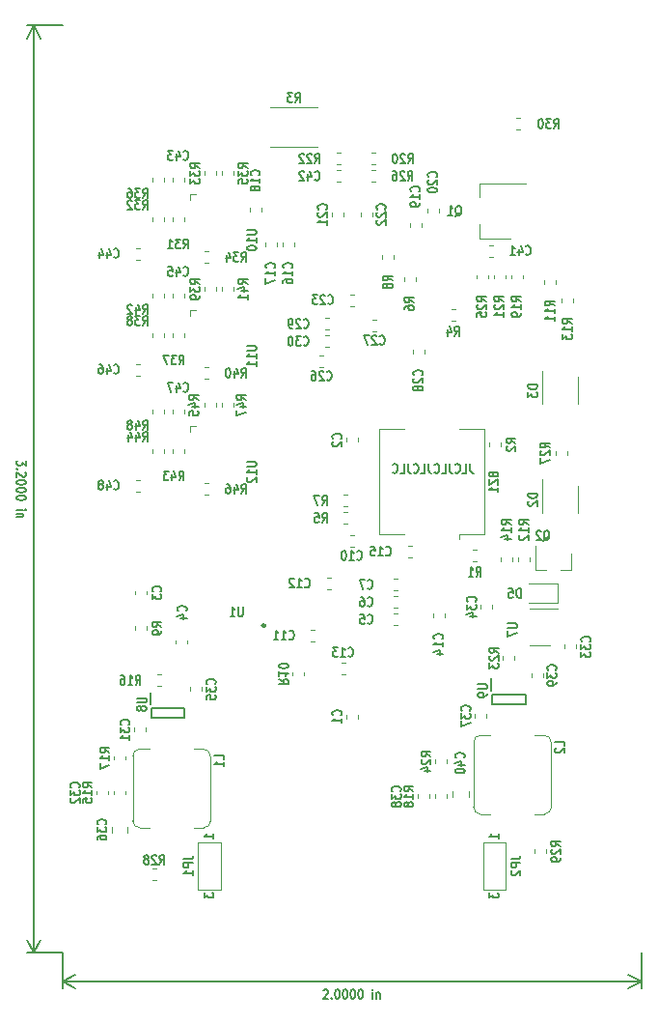
<source format=gbo>
G04 #@! TF.GenerationSoftware,KiCad,Pcbnew,(5.1.5)-3*
G04 #@! TF.CreationDate,2021-07-31T13:35:11-07:00*
G04 #@! TF.ProjectId,allfc,616c6c66-632e-46b6-9963-61645f706362,rev?*
G04 #@! TF.SameCoordinates,Original*
G04 #@! TF.FileFunction,Legend,Bot*
G04 #@! TF.FilePolarity,Positive*
%FSLAX46Y46*%
G04 Gerber Fmt 4.6, Leading zero omitted, Abs format (unit mm)*
G04 Created by KiCad (PCBNEW (5.1.5)-3) date 2021-07-31 13:35:11*
%MOMM*%
%LPD*%
G04 APERTURE LIST*
%ADD10C,0.152400*%
%ADD11C,0.120000*%
%ADD12C,0.200000*%
%ADD13C,0.250000*%
%ADD14C,0.127000*%
%ADD15C,1.102000*%
%ADD16R,1.602000X1.102000*%
%ADD17R,3.602000X3.052000*%
%ADD18R,0.652000X1.152000*%
%ADD19R,2.702000X2.702000*%
%ADD20C,2.702000*%
%ADD21R,1.162000X0.752000*%
%ADD22C,1.002000*%
%ADD23R,0.902000X1.002000*%
%ADD24O,1.802000X1.802000*%
%ADD25R,1.802000X1.802000*%
%ADD26R,0.702000X0.552000*%
%ADD27C,4.502000*%
%ADD28R,1.452000X0.902000*%
%ADD29O,0.402000X0.752000*%
%ADD30O,0.752000X0.402000*%
%ADD31R,2.502000X3.202000*%
%ADD32R,0.952000X0.452000*%
%ADD33R,1.942000X2.302000*%
%ADD34R,1.902000X1.102000*%
%ADD35R,1.102000X1.502000*%
%ADD36R,1.302000X1.502000*%
%ADD37R,4.302000X2.102000*%
G04 APERTURE END LIST*
D10*
X101837066Y-101916895D02*
X101837066Y-102497466D01*
X101870933Y-102613580D01*
X101938666Y-102690990D01*
X102040266Y-102729695D01*
X102108000Y-102729695D01*
X101159733Y-102729695D02*
X101498400Y-102729695D01*
X101498400Y-101916895D01*
X100516266Y-102652285D02*
X100550133Y-102690990D01*
X100651733Y-102729695D01*
X100719466Y-102729695D01*
X100821066Y-102690990D01*
X100888800Y-102613580D01*
X100922666Y-102536171D01*
X100956533Y-102381352D01*
X100956533Y-102265238D01*
X100922666Y-102110419D01*
X100888800Y-102033009D01*
X100821066Y-101955600D01*
X100719466Y-101916895D01*
X100651733Y-101916895D01*
X100550133Y-101955600D01*
X100516266Y-101994304D01*
X100008266Y-101916895D02*
X100008266Y-102497466D01*
X100042133Y-102613580D01*
X100109866Y-102690990D01*
X100211466Y-102729695D01*
X100279200Y-102729695D01*
X99330933Y-102729695D02*
X99669600Y-102729695D01*
X99669600Y-101916895D01*
X98687466Y-102652285D02*
X98721333Y-102690990D01*
X98822933Y-102729695D01*
X98890666Y-102729695D01*
X98992266Y-102690990D01*
X99060000Y-102613580D01*
X99093866Y-102536171D01*
X99127733Y-102381352D01*
X99127733Y-102265238D01*
X99093866Y-102110419D01*
X99060000Y-102033009D01*
X98992266Y-101955600D01*
X98890666Y-101916895D01*
X98822933Y-101916895D01*
X98721333Y-101955600D01*
X98687466Y-101994304D01*
X98179466Y-101916895D02*
X98179466Y-102497466D01*
X98213333Y-102613580D01*
X98281066Y-102690990D01*
X98382666Y-102729695D01*
X98450400Y-102729695D01*
X97502133Y-102729695D02*
X97840800Y-102729695D01*
X97840800Y-101916895D01*
X96858666Y-102652285D02*
X96892533Y-102690990D01*
X96994133Y-102729695D01*
X97061866Y-102729695D01*
X97163466Y-102690990D01*
X97231200Y-102613580D01*
X97265066Y-102536171D01*
X97298933Y-102381352D01*
X97298933Y-102265238D01*
X97265066Y-102110419D01*
X97231200Y-102033009D01*
X97163466Y-101955600D01*
X97061866Y-101916895D01*
X96994133Y-101916895D01*
X96892533Y-101955600D01*
X96858666Y-101994304D01*
X96350666Y-101916895D02*
X96350666Y-102497466D01*
X96384533Y-102613580D01*
X96452266Y-102690990D01*
X96553866Y-102729695D01*
X96621600Y-102729695D01*
X95673333Y-102729695D02*
X96012000Y-102729695D01*
X96012000Y-101916895D01*
X95029866Y-102652285D02*
X95063733Y-102690990D01*
X95165333Y-102729695D01*
X95233066Y-102729695D01*
X95334666Y-102690990D01*
X95402400Y-102613580D01*
X95436266Y-102536171D01*
X95470133Y-102381352D01*
X95470133Y-102265238D01*
X95436266Y-102110419D01*
X95402400Y-102033009D01*
X95334666Y-101955600D01*
X95233066Y-101916895D01*
X95165333Y-101916895D01*
X95063733Y-101955600D01*
X95029866Y-101994304D01*
X88950800Y-148069903D02*
X88984666Y-148031199D01*
X89052400Y-147992494D01*
X89221733Y-147992494D01*
X89289466Y-148031199D01*
X89323333Y-148069903D01*
X89357200Y-148147313D01*
X89357200Y-148224722D01*
X89323333Y-148340837D01*
X88916933Y-148805294D01*
X89357200Y-148805294D01*
X89662000Y-148727884D02*
X89695866Y-148766589D01*
X89662000Y-148805294D01*
X89628133Y-148766589D01*
X89662000Y-148727884D01*
X89662000Y-148805294D01*
X90136133Y-147992494D02*
X90203866Y-147992494D01*
X90271600Y-148031199D01*
X90305466Y-148069903D01*
X90339333Y-148147313D01*
X90373200Y-148302132D01*
X90373200Y-148495656D01*
X90339333Y-148650475D01*
X90305466Y-148727884D01*
X90271600Y-148766589D01*
X90203866Y-148805294D01*
X90136133Y-148805294D01*
X90068400Y-148766589D01*
X90034533Y-148727884D01*
X90000666Y-148650475D01*
X89966800Y-148495656D01*
X89966800Y-148302132D01*
X90000666Y-148147313D01*
X90034533Y-148069903D01*
X90068400Y-148031199D01*
X90136133Y-147992494D01*
X90813466Y-147992494D02*
X90881200Y-147992494D01*
X90948933Y-148031199D01*
X90982800Y-148069903D01*
X91016666Y-148147313D01*
X91050533Y-148302132D01*
X91050533Y-148495656D01*
X91016666Y-148650475D01*
X90982800Y-148727884D01*
X90948933Y-148766589D01*
X90881200Y-148805294D01*
X90813466Y-148805294D01*
X90745733Y-148766589D01*
X90711866Y-148727884D01*
X90678000Y-148650475D01*
X90644133Y-148495656D01*
X90644133Y-148302132D01*
X90678000Y-148147313D01*
X90711866Y-148069903D01*
X90745733Y-148031199D01*
X90813466Y-147992494D01*
X91490800Y-147992494D02*
X91558533Y-147992494D01*
X91626266Y-148031199D01*
X91660133Y-148069903D01*
X91694000Y-148147313D01*
X91727866Y-148302132D01*
X91727866Y-148495656D01*
X91694000Y-148650475D01*
X91660133Y-148727884D01*
X91626266Y-148766589D01*
X91558533Y-148805294D01*
X91490800Y-148805294D01*
X91423066Y-148766589D01*
X91389200Y-148727884D01*
X91355333Y-148650475D01*
X91321466Y-148495656D01*
X91321466Y-148302132D01*
X91355333Y-148147313D01*
X91389200Y-148069903D01*
X91423066Y-148031199D01*
X91490800Y-147992494D01*
X92168133Y-147992494D02*
X92235866Y-147992494D01*
X92303600Y-148031199D01*
X92337466Y-148069903D01*
X92371333Y-148147313D01*
X92405200Y-148302132D01*
X92405200Y-148495656D01*
X92371333Y-148650475D01*
X92337466Y-148727884D01*
X92303600Y-148766589D01*
X92235866Y-148805294D01*
X92168133Y-148805294D01*
X92100400Y-148766589D01*
X92066533Y-148727884D01*
X92032666Y-148650475D01*
X91998800Y-148495656D01*
X91998800Y-148302132D01*
X92032666Y-148147313D01*
X92066533Y-148069903D01*
X92100400Y-148031199D01*
X92168133Y-147992494D01*
X93251866Y-148805294D02*
X93251866Y-148263427D01*
X93251866Y-147992494D02*
X93218000Y-148031199D01*
X93251866Y-148069903D01*
X93285733Y-148031199D01*
X93251866Y-147992494D01*
X93251866Y-148069903D01*
X93590533Y-148263427D02*
X93590533Y-148805294D01*
X93590533Y-148340837D02*
X93624400Y-148302132D01*
X93692133Y-148263427D01*
X93793733Y-148263427D01*
X93861466Y-148302132D01*
X93895333Y-148379541D01*
X93895333Y-148805294D01*
X66040000Y-147319999D02*
X116840000Y-147319999D01*
X66040000Y-144780000D02*
X66040000Y-147906420D01*
X116840000Y-144780000D02*
X116840000Y-147906420D01*
X116840000Y-147319999D02*
X115713496Y-147906420D01*
X116840000Y-147319999D02*
X115713496Y-146733578D01*
X66040000Y-147319999D02*
X67166504Y-147906420D01*
X66040000Y-147319999D02*
X67166504Y-146733578D01*
X62827504Y-101616933D02*
X62827504Y-102057200D01*
X62517866Y-101820133D01*
X62517866Y-101921733D01*
X62479161Y-101989466D01*
X62440457Y-102023333D01*
X62363047Y-102057200D01*
X62169523Y-102057200D01*
X62092114Y-102023333D01*
X62053409Y-101989466D01*
X62014704Y-101921733D01*
X62014704Y-101718533D01*
X62053409Y-101650800D01*
X62092114Y-101616933D01*
X62092114Y-102362000D02*
X62053409Y-102395866D01*
X62014704Y-102362000D01*
X62053409Y-102328133D01*
X62092114Y-102362000D01*
X62014704Y-102362000D01*
X62750095Y-102666800D02*
X62788800Y-102700666D01*
X62827504Y-102768400D01*
X62827504Y-102937733D01*
X62788800Y-103005466D01*
X62750095Y-103039333D01*
X62672685Y-103073200D01*
X62595276Y-103073200D01*
X62479161Y-103039333D01*
X62014704Y-102632933D01*
X62014704Y-103073200D01*
X62827504Y-103513466D02*
X62827504Y-103581200D01*
X62788800Y-103648933D01*
X62750095Y-103682800D01*
X62672685Y-103716666D01*
X62517866Y-103750533D01*
X62324342Y-103750533D01*
X62169523Y-103716666D01*
X62092114Y-103682800D01*
X62053409Y-103648933D01*
X62014704Y-103581200D01*
X62014704Y-103513466D01*
X62053409Y-103445733D01*
X62092114Y-103411866D01*
X62169523Y-103378000D01*
X62324342Y-103344133D01*
X62517866Y-103344133D01*
X62672685Y-103378000D01*
X62750095Y-103411866D01*
X62788800Y-103445733D01*
X62827504Y-103513466D01*
X62827504Y-104190800D02*
X62827504Y-104258533D01*
X62788800Y-104326266D01*
X62750095Y-104360133D01*
X62672685Y-104394000D01*
X62517866Y-104427866D01*
X62324342Y-104427866D01*
X62169523Y-104394000D01*
X62092114Y-104360133D01*
X62053409Y-104326266D01*
X62014704Y-104258533D01*
X62014704Y-104190800D01*
X62053409Y-104123066D01*
X62092114Y-104089200D01*
X62169523Y-104055333D01*
X62324342Y-104021466D01*
X62517866Y-104021466D01*
X62672685Y-104055333D01*
X62750095Y-104089200D01*
X62788800Y-104123066D01*
X62827504Y-104190800D01*
X62827504Y-104868133D02*
X62827504Y-104935866D01*
X62788800Y-105003600D01*
X62750095Y-105037466D01*
X62672685Y-105071333D01*
X62517866Y-105105200D01*
X62324342Y-105105200D01*
X62169523Y-105071333D01*
X62092114Y-105037466D01*
X62053409Y-105003600D01*
X62014704Y-104935866D01*
X62014704Y-104868133D01*
X62053409Y-104800400D01*
X62092114Y-104766533D01*
X62169523Y-104732666D01*
X62324342Y-104698800D01*
X62517866Y-104698800D01*
X62672685Y-104732666D01*
X62750095Y-104766533D01*
X62788800Y-104800400D01*
X62827504Y-104868133D01*
X62014704Y-105951866D02*
X62556571Y-105951866D01*
X62827504Y-105951866D02*
X62788800Y-105918000D01*
X62750095Y-105951866D01*
X62788800Y-105985733D01*
X62827504Y-105951866D01*
X62750095Y-105951866D01*
X62556571Y-106290533D02*
X62014704Y-106290533D01*
X62479161Y-106290533D02*
X62517866Y-106324400D01*
X62556571Y-106392133D01*
X62556571Y-106493733D01*
X62517866Y-106561466D01*
X62440457Y-106595333D01*
X62014704Y-106595333D01*
X63500000Y-63500000D02*
X63500000Y-144780000D01*
X66040000Y-63500000D02*
X62913579Y-63500000D01*
X66040000Y-144780000D02*
X62913579Y-144780000D01*
X63500000Y-144780000D02*
X62913579Y-143653496D01*
X63500000Y-144780000D02*
X64086421Y-143653496D01*
X63500000Y-63500000D02*
X62913579Y-64626504D01*
X63500000Y-63500000D02*
X64086421Y-64626504D01*
D11*
X84307936Y-70680000D02*
X88412064Y-70680000D01*
X84307936Y-74100000D02*
X88412064Y-74100000D01*
X90134221Y-76198000D02*
X90459779Y-76198000D01*
X90134221Y-77218000D02*
X90459779Y-77218000D01*
X103794779Y-83758500D02*
X103469221Y-83758500D01*
X103794779Y-82738500D02*
X103469221Y-82738500D01*
X106207779Y-72646000D02*
X105882221Y-72646000D01*
X106207779Y-71626000D02*
X105882221Y-71626000D01*
X107440000Y-136052779D02*
X107440000Y-135727221D01*
X108460000Y-136052779D02*
X108460000Y-135727221D01*
X74267279Y-138432000D02*
X73941721Y-138432000D01*
X74267279Y-137412000D02*
X73941721Y-137412000D01*
X110365000Y-100802221D02*
X110365000Y-101127779D01*
X109345000Y-100802221D02*
X109345000Y-101127779D01*
X93182221Y-76198000D02*
X93507779Y-76198000D01*
X93182221Y-77218000D02*
X93507779Y-77218000D01*
X90134221Y-74674000D02*
X90459779Y-74674000D01*
X90134221Y-75694000D02*
X90459779Y-75694000D01*
X93507779Y-75694000D02*
X93182221Y-75694000D01*
X93507779Y-74674000D02*
X93182221Y-74674000D01*
X93245721Y-89279000D02*
X93571279Y-89279000D01*
X93245721Y-90299000D02*
X93571279Y-90299000D01*
X88610221Y-92454000D02*
X88935779Y-92454000D01*
X88610221Y-93474000D02*
X88935779Y-93474000D01*
X102949500Y-135110000D02*
X102949500Y-139210000D01*
X102949500Y-139210000D02*
X104949500Y-139210000D01*
X104949500Y-139210000D02*
X104949500Y-135110000D01*
X104949500Y-135110000D02*
X102949500Y-135110000D01*
X77930500Y-135110000D02*
X77930500Y-139210000D01*
X77930500Y-139210000D02*
X79930500Y-139210000D01*
X79930500Y-139210000D02*
X79930500Y-135110000D01*
X79930500Y-135110000D02*
X77930500Y-135110000D01*
X105729500Y-119098279D02*
X105729500Y-118772721D01*
X104709500Y-119098279D02*
X104709500Y-118772721D01*
X99760500Y-131201279D02*
X99760500Y-130875721D01*
X98740500Y-131201279D02*
X98740500Y-130875721D01*
X99760500Y-128178779D02*
X99760500Y-127853221D01*
X98740500Y-128178779D02*
X98740500Y-127853221D01*
X102737000Y-125699000D02*
G75*
G03X102127000Y-126309000I0J-610000D01*
G01*
X102127000Y-132009000D02*
G75*
G03X102737000Y-132619000I610000J0D01*
G01*
X102127000Y-126309000D02*
X102127000Y-132009000D01*
X108947000Y-126359000D02*
G75*
G03X108287000Y-125699000I-660000J0D01*
G01*
X108337000Y-132619000D02*
G75*
G03X108947000Y-132009000I0J610000D01*
G01*
X107487000Y-132619000D02*
X108337000Y-132619000D01*
X108947000Y-132009000D02*
X108947000Y-126359000D01*
X108287000Y-125699000D02*
X107487000Y-125699000D01*
X102737000Y-132619000D02*
X103587000Y-132619000D01*
X103587000Y-125699000D02*
X102737000Y-125699000D01*
D12*
X103769500Y-122130000D02*
X103769500Y-122980000D01*
X103769500Y-122980000D02*
X106669500Y-122980000D01*
X106669500Y-122980000D02*
X106669500Y-122130000D01*
X106669500Y-122130000D02*
X103769500Y-122130000D01*
X103644500Y-120730000D02*
X103644500Y-121780000D01*
D11*
X101675000Y-131147078D02*
X101675000Y-130629922D01*
X100255000Y-131147078D02*
X100255000Y-130629922D01*
X107186000Y-120296721D02*
X107186000Y-120622279D01*
X108206000Y-120296721D02*
X108206000Y-120622279D01*
X103253000Y-124178279D02*
X103253000Y-123852721D01*
X102233000Y-124178279D02*
X102233000Y-123852721D01*
X98236500Y-131201279D02*
X98236500Y-130875721D01*
X97216500Y-131201279D02*
X97216500Y-130875721D01*
X91277221Y-108202000D02*
X91602779Y-108202000D01*
X91277221Y-109222000D02*
X91602779Y-109222000D01*
X100167221Y-88390000D02*
X100492779Y-88390000D01*
X100167221Y-89410000D02*
X100492779Y-89410000D01*
X89118221Y-91696000D02*
X89443779Y-91696000D01*
X89118221Y-90676000D02*
X89443779Y-90676000D01*
X89118221Y-90172000D02*
X89443779Y-90172000D01*
X89118221Y-89152000D02*
X89443779Y-89152000D01*
X96772000Y-91912221D02*
X96772000Y-92237779D01*
X97792000Y-91912221D02*
X97792000Y-92237779D01*
X91602779Y-87056500D02*
X91277221Y-87056500D01*
X91602779Y-88076500D02*
X91277221Y-88076500D01*
X92200000Y-79887221D02*
X92200000Y-80212779D01*
X93220000Y-79887221D02*
X93220000Y-80212779D01*
X89660000Y-79887221D02*
X89660000Y-80212779D01*
X90680000Y-79887221D02*
X90680000Y-80212779D01*
X98042000Y-79593221D02*
X98042000Y-79918779D01*
X99062000Y-79593221D02*
X99062000Y-79918779D01*
X97538000Y-81188779D02*
X97538000Y-80863221D01*
X96518000Y-81188779D02*
X96518000Y-80863221D01*
X83504500Y-79791779D02*
X83504500Y-79466221D01*
X82484500Y-79791779D02*
X82484500Y-79466221D01*
X83818000Y-82514221D02*
X83818000Y-82839779D01*
X84838000Y-82514221D02*
X84838000Y-82839779D01*
X85342000Y-82514221D02*
X85342000Y-82839779D01*
X86362000Y-82514221D02*
X86362000Y-82839779D01*
X90705721Y-106170000D02*
X91031279Y-106170000D01*
X90705721Y-107190000D02*
X91031279Y-107190000D01*
X90705721Y-104646000D02*
X91031279Y-104646000D01*
X90705721Y-105666000D02*
X91031279Y-105666000D01*
X97030000Y-85562221D02*
X97030000Y-85887779D01*
X96010000Y-85562221D02*
X96010000Y-85887779D01*
X95125000Y-83657221D02*
X95125000Y-83982779D01*
X94105000Y-83657221D02*
X94105000Y-83982779D01*
X108850000Y-117815000D02*
X107050000Y-117815000D01*
X107050000Y-114595000D02*
X109500000Y-114595000D01*
D12*
X73736000Y-121936500D02*
X73736000Y-122986500D01*
X76761000Y-123336500D02*
X73861000Y-123336500D01*
X76761000Y-124186500D02*
X76761000Y-123336500D01*
X73861000Y-124186500D02*
X76761000Y-124186500D01*
X73861000Y-123336500D02*
X73861000Y-124186500D01*
D11*
X104519000Y-110424279D02*
X104519000Y-110098721D01*
X105539000Y-110424279D02*
X105539000Y-110098721D01*
X106043000Y-110424279D02*
X106043000Y-110098721D01*
X107063000Y-110424279D02*
X107063000Y-110098721D01*
X70546500Y-127861279D02*
X70546500Y-127535721D01*
X71566500Y-127861279D02*
X71566500Y-127535721D01*
X70546500Y-130909279D02*
X70546500Y-130583721D01*
X71566500Y-130909279D02*
X71566500Y-130583721D01*
X109853000Y-87767279D02*
X109853000Y-87441721D01*
X110873000Y-87767279D02*
X110873000Y-87441721D01*
X108329000Y-86141779D02*
X108329000Y-85816221D01*
X109349000Y-86141779D02*
X109349000Y-85816221D01*
X74686279Y-121414000D02*
X74360721Y-121414000D01*
X74686279Y-120394000D02*
X74360721Y-120394000D01*
X110673000Y-111250000D02*
X110673000Y-109790000D01*
X107513000Y-111250000D02*
X107513000Y-109090000D01*
X107513000Y-111250000D02*
X108443000Y-111250000D01*
X110673000Y-111250000D02*
X109743000Y-111250000D01*
X73678500Y-126905500D02*
X72828500Y-126905500D01*
X72828500Y-133825500D02*
X73678500Y-133825500D01*
X78378500Y-126905500D02*
X77578500Y-126905500D01*
X79038500Y-133215500D02*
X79038500Y-127565500D01*
X77578500Y-133825500D02*
X78428500Y-133825500D01*
X78428500Y-133825500D02*
G75*
G03X79038500Y-133215500I0J610000D01*
G01*
X79038500Y-127565500D02*
G75*
G03X78378500Y-126905500I-660000J0D01*
G01*
X72218500Y-127515500D02*
X72218500Y-133215500D01*
X72218500Y-133215500D02*
G75*
G03X72828500Y-133825500I610000J0D01*
G01*
X72828500Y-126905500D02*
G75*
G03X72218500Y-127515500I0J-610000D01*
G01*
X109543000Y-112434000D02*
X106993000Y-112434000D01*
X109543000Y-114134000D02*
X106993000Y-114134000D01*
X109543000Y-112434000D02*
X109543000Y-114134000D01*
X102741000Y-114627779D02*
X102741000Y-114302221D01*
X103761000Y-114627779D02*
X103761000Y-114302221D01*
X111127000Y-117782221D02*
X111127000Y-118107779D01*
X110107000Y-117782221D02*
X110107000Y-118107779D01*
X69022500Y-130909279D02*
X69022500Y-130583721D01*
X70042500Y-130909279D02*
X70042500Y-130583721D01*
X71766500Y-133711422D02*
X71766500Y-134228578D01*
X70346500Y-133711422D02*
X70346500Y-134228578D01*
X72324500Y-125384779D02*
X72324500Y-125059221D01*
X73344500Y-125384779D02*
X73344500Y-125059221D01*
X78297500Y-121503221D02*
X78297500Y-121828779D01*
X77277500Y-121503221D02*
X77277500Y-121828779D01*
X72506721Y-94172500D02*
X72832279Y-94172500D01*
X72506721Y-93152500D02*
X72832279Y-93152500D01*
X76710000Y-87310279D02*
X76710000Y-86984721D01*
X75690000Y-87310279D02*
X75690000Y-86984721D01*
X80008000Y-86451221D02*
X80008000Y-86776779D01*
X81028000Y-86451221D02*
X81028000Y-86776779D01*
X79504000Y-86776779D02*
X79504000Y-86451221D01*
X78484000Y-86776779D02*
X78484000Y-86451221D01*
X76710000Y-90840779D02*
X76710000Y-90515221D01*
X75690000Y-90840779D02*
X75690000Y-90515221D01*
X74932000Y-90840779D02*
X74932000Y-90515221D01*
X73912000Y-90840779D02*
X73912000Y-90515221D01*
X78877279Y-93470000D02*
X78551721Y-93470000D01*
X78877279Y-94490000D02*
X78551721Y-94490000D01*
X74932000Y-87310279D02*
X74932000Y-86984721D01*
X73912000Y-87310279D02*
X73912000Y-86984721D01*
X77252000Y-88428000D02*
X77752000Y-88428000D01*
X77252000Y-88928000D02*
X77252000Y-88428000D01*
X72506721Y-84012500D02*
X72832279Y-84012500D01*
X72506721Y-82992500D02*
X72832279Y-82992500D01*
X76710000Y-77150279D02*
X76710000Y-76824721D01*
X75690000Y-77150279D02*
X75690000Y-76824721D01*
X80008000Y-76291221D02*
X80008000Y-76616779D01*
X81028000Y-76291221D02*
X81028000Y-76616779D01*
X79504000Y-76616779D02*
X79504000Y-76291221D01*
X78484000Y-76616779D02*
X78484000Y-76291221D01*
X76710000Y-80680779D02*
X76710000Y-80355221D01*
X75690000Y-80680779D02*
X75690000Y-80355221D01*
X74932000Y-80680779D02*
X74932000Y-80355221D01*
X73912000Y-80680779D02*
X73912000Y-80355221D01*
X78877279Y-83310000D02*
X78551721Y-83310000D01*
X78877279Y-84330000D02*
X78551721Y-84330000D01*
X74932000Y-77150279D02*
X74932000Y-76824721D01*
X73912000Y-77150279D02*
X73912000Y-76824721D01*
X77252000Y-78268000D02*
X77752000Y-78268000D01*
X77252000Y-78768000D02*
X77252000Y-78268000D01*
X77252000Y-99088000D02*
X77252000Y-98588000D01*
X77252000Y-98588000D02*
X77752000Y-98588000D01*
D13*
X83838500Y-116094500D02*
G75*
G03X83838500Y-116094500I-125000J0D01*
G01*
D11*
X104904000Y-85371721D02*
X104904000Y-85697279D01*
X103884000Y-85371721D02*
X103884000Y-85697279D01*
X102360000Y-85697279D02*
X102360000Y-85371721D01*
X103380000Y-85697279D02*
X103380000Y-85371721D01*
X106428000Y-85371721D02*
X106428000Y-85697279D01*
X105408000Y-85371721D02*
X105408000Y-85697279D01*
X86231000Y-120495279D02*
X86231000Y-120169721D01*
X87251000Y-120495279D02*
X87251000Y-120169721D01*
X73471500Y-116169221D02*
X73471500Y-116494779D01*
X72451500Y-116169221D02*
X72451500Y-116494779D01*
X73912000Y-97470279D02*
X73912000Y-97144721D01*
X74932000Y-97470279D02*
X74932000Y-97144721D01*
X73912000Y-101000779D02*
X73912000Y-100675221D01*
X74932000Y-101000779D02*
X74932000Y-100675221D01*
X78877279Y-104650000D02*
X78551721Y-104650000D01*
X78877279Y-103630000D02*
X78551721Y-103630000D01*
X75690000Y-101000779D02*
X75690000Y-100675221D01*
X76710000Y-101000779D02*
X76710000Y-100675221D01*
X78484000Y-96936779D02*
X78484000Y-96611221D01*
X79504000Y-96936779D02*
X79504000Y-96611221D01*
X81028000Y-96611221D02*
X81028000Y-96936779D01*
X80008000Y-96611221D02*
X80008000Y-96936779D01*
X103503000Y-100391279D02*
X103503000Y-100065721D01*
X104523000Y-100391279D02*
X104523000Y-100065721D01*
X102072221Y-109472000D02*
X102397779Y-109472000D01*
X102072221Y-110492000D02*
X102397779Y-110492000D01*
X102677500Y-77356000D02*
X102677500Y-78556000D01*
X106677500Y-77356000D02*
X102677500Y-77356000D01*
X102677500Y-82156000D02*
X105377500Y-82156000D01*
X102677500Y-80956000D02*
X102677500Y-82156000D01*
X108178000Y-96704000D02*
X108178000Y-93754000D01*
X111278000Y-94304000D02*
X111278000Y-96704000D01*
X108178000Y-106229000D02*
X108178000Y-103279000D01*
X111278000Y-103829000D02*
X111278000Y-106229000D01*
X96357221Y-110111000D02*
X96682779Y-110111000D01*
X96357221Y-109091000D02*
X96682779Y-109091000D01*
X98550000Y-115026221D02*
X98550000Y-115351779D01*
X99570000Y-115026221D02*
X99570000Y-115351779D01*
X90840779Y-119378000D02*
X90515221Y-119378000D01*
X90840779Y-120398000D02*
X90515221Y-120398000D01*
X95412779Y-113032000D02*
X95087221Y-113032000D01*
X95412779Y-112012000D02*
X95087221Y-112012000D01*
X89245221Y-112905000D02*
X89570779Y-112905000D01*
X89245221Y-111885000D02*
X89570779Y-111885000D01*
X95412779Y-114556000D02*
X95087221Y-114556000D01*
X95412779Y-113536000D02*
X95087221Y-113536000D01*
X87848221Y-117477000D02*
X88173779Y-117477000D01*
X87848221Y-116457000D02*
X88173779Y-116457000D01*
X95412779Y-116080000D02*
X95087221Y-116080000D01*
X95412779Y-115060000D02*
X95087221Y-115060000D01*
X77027500Y-117375721D02*
X77027500Y-117701279D01*
X76007500Y-117375721D02*
X76007500Y-117701279D01*
X72451500Y-113383279D02*
X72451500Y-113057721D01*
X73471500Y-113383279D02*
X73471500Y-113057721D01*
X72506721Y-103312500D02*
X72832279Y-103312500D01*
X72506721Y-104332500D02*
X72832279Y-104332500D01*
X75690000Y-97470279D02*
X75690000Y-97144721D01*
X76710000Y-97470279D02*
X76710000Y-97144721D01*
X91950000Y-123916221D02*
X91950000Y-124241779D01*
X90930000Y-123916221D02*
X90930000Y-124241779D01*
X91950000Y-99659221D02*
X91950000Y-99984779D01*
X90930000Y-99659221D02*
X90930000Y-99984779D01*
X100825000Y-108105000D02*
X100825000Y-108505000D01*
X103025000Y-108105000D02*
X100825000Y-108105000D01*
X96025000Y-108105000D02*
X93825000Y-108105000D01*
X96025000Y-98905000D02*
X93825000Y-98905000D01*
X93825000Y-98905000D02*
X93825000Y-108105000D01*
X103025000Y-98905000D02*
X100825000Y-98905000D01*
X103025000Y-108105000D02*
X103025000Y-98905000D01*
D10*
X86478533Y-70217695D02*
X86715600Y-69830647D01*
X86884933Y-70217695D02*
X86884933Y-69404895D01*
X86614000Y-69404895D01*
X86546266Y-69443600D01*
X86512400Y-69482304D01*
X86478533Y-69559714D01*
X86478533Y-69675828D01*
X86512400Y-69753238D01*
X86546266Y-69791942D01*
X86614000Y-69830647D01*
X86884933Y-69830647D01*
X86241466Y-69404895D02*
X85801200Y-69404895D01*
X86038266Y-69714533D01*
X85936666Y-69714533D01*
X85868933Y-69753238D01*
X85835066Y-69791942D01*
X85801200Y-69869352D01*
X85801200Y-70062876D01*
X85835066Y-70140285D01*
X85868933Y-70178990D01*
X85936666Y-70217695D01*
X86139866Y-70217695D01*
X86207600Y-70178990D01*
X86241466Y-70140285D01*
X88188700Y-76998285D02*
X88222566Y-77036990D01*
X88324166Y-77075695D01*
X88391900Y-77075695D01*
X88493500Y-77036990D01*
X88561233Y-76959580D01*
X88595100Y-76882171D01*
X88628966Y-76727352D01*
X88628966Y-76611238D01*
X88595100Y-76456419D01*
X88561233Y-76379009D01*
X88493500Y-76301600D01*
X88391900Y-76262895D01*
X88324166Y-76262895D01*
X88222566Y-76301600D01*
X88188700Y-76340304D01*
X87579100Y-76533828D02*
X87579100Y-77075695D01*
X87748433Y-76224190D02*
X87917766Y-76804761D01*
X87477500Y-76804761D01*
X87240433Y-76340304D02*
X87206566Y-76301600D01*
X87138833Y-76262895D01*
X86969500Y-76262895D01*
X86901766Y-76301600D01*
X86867900Y-76340304D01*
X86834033Y-76417714D01*
X86834033Y-76495123D01*
X86867900Y-76611238D01*
X87274300Y-77075695D01*
X86834033Y-77075695D01*
X106692700Y-83538785D02*
X106726566Y-83577490D01*
X106828166Y-83616195D01*
X106895900Y-83616195D01*
X106997500Y-83577490D01*
X107065233Y-83500080D01*
X107099100Y-83422671D01*
X107132966Y-83267852D01*
X107132966Y-83151738D01*
X107099100Y-82996919D01*
X107065233Y-82919509D01*
X106997500Y-82842100D01*
X106895900Y-82803395D01*
X106828166Y-82803395D01*
X106726566Y-82842100D01*
X106692700Y-82880804D01*
X106083100Y-83074328D02*
X106083100Y-83616195D01*
X106252433Y-82764690D02*
X106421766Y-83345261D01*
X105981500Y-83345261D01*
X105338033Y-83616195D02*
X105744433Y-83616195D01*
X105541233Y-83616195D02*
X105541233Y-82803395D01*
X105608966Y-82919509D01*
X105676700Y-82996919D01*
X105744433Y-83035623D01*
X109169200Y-72503695D02*
X109406266Y-72116647D01*
X109575600Y-72503695D02*
X109575600Y-71690895D01*
X109304666Y-71690895D01*
X109236933Y-71729600D01*
X109203066Y-71768304D01*
X109169200Y-71845714D01*
X109169200Y-71961828D01*
X109203066Y-72039238D01*
X109236933Y-72077942D01*
X109304666Y-72116647D01*
X109575600Y-72116647D01*
X108932133Y-71690895D02*
X108491866Y-71690895D01*
X108728933Y-72000533D01*
X108627333Y-72000533D01*
X108559600Y-72039238D01*
X108525733Y-72077942D01*
X108491866Y-72155352D01*
X108491866Y-72348876D01*
X108525733Y-72426285D01*
X108559600Y-72464990D01*
X108627333Y-72503695D01*
X108830533Y-72503695D01*
X108898266Y-72464990D01*
X108932133Y-72426285D01*
X108051600Y-71690895D02*
X107983866Y-71690895D01*
X107916133Y-71729600D01*
X107882266Y-71768304D01*
X107848400Y-71845714D01*
X107814533Y-72000533D01*
X107814533Y-72194057D01*
X107848400Y-72348876D01*
X107882266Y-72426285D01*
X107916133Y-72464990D01*
X107983866Y-72503695D01*
X108051600Y-72503695D01*
X108119333Y-72464990D01*
X108153200Y-72426285D01*
X108187066Y-72348876D01*
X108220933Y-72194057D01*
X108220933Y-72000533D01*
X108187066Y-71845714D01*
X108153200Y-71768304D01*
X108119333Y-71729600D01*
X108051600Y-71690895D01*
X109747695Y-135432800D02*
X109360647Y-135195733D01*
X109747695Y-135026400D02*
X108934895Y-135026400D01*
X108934895Y-135297333D01*
X108973600Y-135365066D01*
X109012304Y-135398933D01*
X109089714Y-135432800D01*
X109205828Y-135432800D01*
X109283238Y-135398933D01*
X109321942Y-135365066D01*
X109360647Y-135297333D01*
X109360647Y-135026400D01*
X109012304Y-135703733D02*
X108973600Y-135737600D01*
X108934895Y-135805333D01*
X108934895Y-135974666D01*
X108973600Y-136042400D01*
X109012304Y-136076266D01*
X109089714Y-136110133D01*
X109167123Y-136110133D01*
X109283238Y-136076266D01*
X109747695Y-135669866D01*
X109747695Y-136110133D01*
X109747695Y-136448800D02*
X109747695Y-136584266D01*
X109708990Y-136652000D01*
X109670285Y-136685866D01*
X109554171Y-136753600D01*
X109399352Y-136787466D01*
X109089714Y-136787466D01*
X109012304Y-136753600D01*
X108973600Y-136719733D01*
X108934895Y-136652000D01*
X108934895Y-136516533D01*
X108973600Y-136448800D01*
X109012304Y-136414933D01*
X109089714Y-136381066D01*
X109283238Y-136381066D01*
X109360647Y-136414933D01*
X109399352Y-136448800D01*
X109438057Y-136516533D01*
X109438057Y-136652000D01*
X109399352Y-136719733D01*
X109360647Y-136753600D01*
X109283238Y-136787466D01*
X74561700Y-137019695D02*
X74798766Y-136632647D01*
X74968100Y-137019695D02*
X74968100Y-136206895D01*
X74697166Y-136206895D01*
X74629433Y-136245600D01*
X74595566Y-136284304D01*
X74561700Y-136361714D01*
X74561700Y-136477828D01*
X74595566Y-136555238D01*
X74629433Y-136593942D01*
X74697166Y-136632647D01*
X74968100Y-136632647D01*
X74290766Y-136284304D02*
X74256900Y-136245600D01*
X74189166Y-136206895D01*
X74019833Y-136206895D01*
X73952100Y-136245600D01*
X73918233Y-136284304D01*
X73884366Y-136361714D01*
X73884366Y-136439123D01*
X73918233Y-136555238D01*
X74324633Y-137019695D01*
X73884366Y-137019695D01*
X73477966Y-136555238D02*
X73545700Y-136516533D01*
X73579566Y-136477828D01*
X73613433Y-136400419D01*
X73613433Y-136361714D01*
X73579566Y-136284304D01*
X73545700Y-136245600D01*
X73477966Y-136206895D01*
X73342500Y-136206895D01*
X73274766Y-136245600D01*
X73240900Y-136284304D01*
X73207033Y-136361714D01*
X73207033Y-136400419D01*
X73240900Y-136477828D01*
X73274766Y-136516533D01*
X73342500Y-136555238D01*
X73477966Y-136555238D01*
X73545700Y-136593942D01*
X73579566Y-136632647D01*
X73613433Y-136710057D01*
X73613433Y-136864876D01*
X73579566Y-136942285D01*
X73545700Y-136980990D01*
X73477966Y-137019695D01*
X73342500Y-137019695D01*
X73274766Y-136980990D01*
X73240900Y-136942285D01*
X73207033Y-136864876D01*
X73207033Y-136710057D01*
X73240900Y-136632647D01*
X73274766Y-136593942D01*
X73342500Y-136555238D01*
X108792695Y-100507800D02*
X108405647Y-100270733D01*
X108792695Y-100101400D02*
X107979895Y-100101400D01*
X107979895Y-100372333D01*
X108018600Y-100440066D01*
X108057304Y-100473933D01*
X108134714Y-100507800D01*
X108250828Y-100507800D01*
X108328238Y-100473933D01*
X108366942Y-100440066D01*
X108405647Y-100372333D01*
X108405647Y-100101400D01*
X108057304Y-100778733D02*
X108018600Y-100812600D01*
X107979895Y-100880333D01*
X107979895Y-101049666D01*
X108018600Y-101117400D01*
X108057304Y-101151266D01*
X108134714Y-101185133D01*
X108212123Y-101185133D01*
X108328238Y-101151266D01*
X108792695Y-100744866D01*
X108792695Y-101185133D01*
X107979895Y-101422200D02*
X107979895Y-101896333D01*
X108792695Y-101591533D01*
X96342200Y-77075695D02*
X96579266Y-76688647D01*
X96748600Y-77075695D02*
X96748600Y-76262895D01*
X96477666Y-76262895D01*
X96409933Y-76301600D01*
X96376066Y-76340304D01*
X96342200Y-76417714D01*
X96342200Y-76533828D01*
X96376066Y-76611238D01*
X96409933Y-76649942D01*
X96477666Y-76688647D01*
X96748600Y-76688647D01*
X96071266Y-76340304D02*
X96037400Y-76301600D01*
X95969666Y-76262895D01*
X95800333Y-76262895D01*
X95732600Y-76301600D01*
X95698733Y-76340304D01*
X95664866Y-76417714D01*
X95664866Y-76495123D01*
X95698733Y-76611238D01*
X96105133Y-77075695D01*
X95664866Y-77075695D01*
X95055266Y-76262895D02*
X95190733Y-76262895D01*
X95258466Y-76301600D01*
X95292333Y-76340304D01*
X95360066Y-76456419D01*
X95393933Y-76611238D01*
X95393933Y-76920876D01*
X95360066Y-76998285D01*
X95326200Y-77036990D01*
X95258466Y-77075695D01*
X95123000Y-77075695D01*
X95055266Y-77036990D01*
X95021400Y-76998285D01*
X94987533Y-76920876D01*
X94987533Y-76727352D01*
X95021400Y-76649942D01*
X95055266Y-76611238D01*
X95123000Y-76572533D01*
X95258466Y-76572533D01*
X95326200Y-76611238D01*
X95360066Y-76649942D01*
X95393933Y-76727352D01*
X88188700Y-75551695D02*
X88425766Y-75164647D01*
X88595100Y-75551695D02*
X88595100Y-74738895D01*
X88324166Y-74738895D01*
X88256433Y-74777600D01*
X88222566Y-74816304D01*
X88188700Y-74893714D01*
X88188700Y-75009828D01*
X88222566Y-75087238D01*
X88256433Y-75125942D01*
X88324166Y-75164647D01*
X88595100Y-75164647D01*
X87917766Y-74816304D02*
X87883900Y-74777600D01*
X87816166Y-74738895D01*
X87646833Y-74738895D01*
X87579100Y-74777600D01*
X87545233Y-74816304D01*
X87511366Y-74893714D01*
X87511366Y-74971123D01*
X87545233Y-75087238D01*
X87951633Y-75551695D01*
X87511366Y-75551695D01*
X87240433Y-74816304D02*
X87206566Y-74777600D01*
X87138833Y-74738895D01*
X86969500Y-74738895D01*
X86901766Y-74777600D01*
X86867900Y-74816304D01*
X86834033Y-74893714D01*
X86834033Y-74971123D01*
X86867900Y-75087238D01*
X87274300Y-75551695D01*
X86834033Y-75551695D01*
X96367700Y-75551695D02*
X96604766Y-75164647D01*
X96774100Y-75551695D02*
X96774100Y-74738895D01*
X96503166Y-74738895D01*
X96435433Y-74777600D01*
X96401566Y-74816304D01*
X96367700Y-74893714D01*
X96367700Y-75009828D01*
X96401566Y-75087238D01*
X96435433Y-75125942D01*
X96503166Y-75164647D01*
X96774100Y-75164647D01*
X96096766Y-74816304D02*
X96062900Y-74777600D01*
X95995166Y-74738895D01*
X95825833Y-74738895D01*
X95758100Y-74777600D01*
X95724233Y-74816304D01*
X95690366Y-74893714D01*
X95690366Y-74971123D01*
X95724233Y-75087238D01*
X96130633Y-75551695D01*
X95690366Y-75551695D01*
X95250100Y-74738895D02*
X95182366Y-74738895D01*
X95114633Y-74777600D01*
X95080766Y-74816304D01*
X95046900Y-74893714D01*
X95013033Y-75048533D01*
X95013033Y-75242057D01*
X95046900Y-75396876D01*
X95080766Y-75474285D01*
X95114633Y-75512990D01*
X95182366Y-75551695D01*
X95250100Y-75551695D01*
X95317833Y-75512990D01*
X95351700Y-75474285D01*
X95385566Y-75396876D01*
X95419433Y-75242057D01*
X95419433Y-75048533D01*
X95385566Y-74893714D01*
X95351700Y-74816304D01*
X95317833Y-74777600D01*
X95250100Y-74738895D01*
X93865700Y-91412785D02*
X93899566Y-91451490D01*
X94001166Y-91490195D01*
X94068900Y-91490195D01*
X94170500Y-91451490D01*
X94238233Y-91374080D01*
X94272100Y-91296671D01*
X94305966Y-91141852D01*
X94305966Y-91025738D01*
X94272100Y-90870919D01*
X94238233Y-90793509D01*
X94170500Y-90716100D01*
X94068900Y-90677395D01*
X94001166Y-90677395D01*
X93899566Y-90716100D01*
X93865700Y-90754804D01*
X93594766Y-90754804D02*
X93560900Y-90716100D01*
X93493166Y-90677395D01*
X93323833Y-90677395D01*
X93256100Y-90716100D01*
X93222233Y-90754804D01*
X93188366Y-90832214D01*
X93188366Y-90909623D01*
X93222233Y-91025738D01*
X93628633Y-91490195D01*
X93188366Y-91490195D01*
X92951300Y-90677395D02*
X92477166Y-90677395D01*
X92781966Y-91490195D01*
X89230200Y-94524285D02*
X89264066Y-94562990D01*
X89365666Y-94601695D01*
X89433400Y-94601695D01*
X89535000Y-94562990D01*
X89602733Y-94485580D01*
X89636600Y-94408171D01*
X89670466Y-94253352D01*
X89670466Y-94137238D01*
X89636600Y-93982419D01*
X89602733Y-93905009D01*
X89535000Y-93827600D01*
X89433400Y-93788895D01*
X89365666Y-93788895D01*
X89264066Y-93827600D01*
X89230200Y-93866304D01*
X88959266Y-93866304D02*
X88925400Y-93827600D01*
X88857666Y-93788895D01*
X88688333Y-93788895D01*
X88620600Y-93827600D01*
X88586733Y-93866304D01*
X88552866Y-93943714D01*
X88552866Y-94021123D01*
X88586733Y-94137238D01*
X88993133Y-94601695D01*
X88552866Y-94601695D01*
X87943266Y-93788895D02*
X88078733Y-93788895D01*
X88146466Y-93827600D01*
X88180333Y-93866304D01*
X88248066Y-93982419D01*
X88281933Y-94137238D01*
X88281933Y-94446876D01*
X88248066Y-94524285D01*
X88214200Y-94562990D01*
X88146466Y-94601695D01*
X88011000Y-94601695D01*
X87943266Y-94562990D01*
X87909400Y-94524285D01*
X87875533Y-94446876D01*
X87875533Y-94253352D01*
X87909400Y-94175942D01*
X87943266Y-94137238D01*
X88011000Y-94098533D01*
X88146466Y-94098533D01*
X88214200Y-94137238D01*
X88248066Y-94175942D01*
X88281933Y-94253352D01*
X105409395Y-136567333D02*
X105989966Y-136567333D01*
X106106080Y-136533466D01*
X106183490Y-136465733D01*
X106222195Y-136364133D01*
X106222195Y-136296400D01*
X106222195Y-136906000D02*
X105409395Y-136906000D01*
X105409395Y-137176933D01*
X105448100Y-137244666D01*
X105486804Y-137278533D01*
X105564214Y-137312400D01*
X105680328Y-137312400D01*
X105757738Y-137278533D01*
X105796442Y-137244666D01*
X105835147Y-137176933D01*
X105835147Y-136906000D01*
X105486804Y-137583333D02*
X105448100Y-137617200D01*
X105409395Y-137684933D01*
X105409395Y-137854266D01*
X105448100Y-137922000D01*
X105486804Y-137955866D01*
X105564214Y-137989733D01*
X105641623Y-137989733D01*
X105757738Y-137955866D01*
X106222195Y-137549466D01*
X106222195Y-137989733D01*
X104317195Y-134763200D02*
X104317195Y-134356800D01*
X104317195Y-134560000D02*
X103504395Y-134560000D01*
X103620509Y-134492266D01*
X103697919Y-134424533D01*
X103736623Y-134356800D01*
X103504395Y-139522933D02*
X103504395Y-139963200D01*
X103814033Y-139726133D01*
X103814033Y-139827733D01*
X103852738Y-139895466D01*
X103891442Y-139929333D01*
X103968852Y-139963200D01*
X104162376Y-139963200D01*
X104239785Y-139929333D01*
X104278490Y-139895466D01*
X104317195Y-139827733D01*
X104317195Y-139624533D01*
X104278490Y-139556800D01*
X104239785Y-139522933D01*
X76685395Y-136567333D02*
X77265966Y-136567333D01*
X77382080Y-136533466D01*
X77459490Y-136465733D01*
X77498195Y-136364133D01*
X77498195Y-136296400D01*
X77498195Y-136906000D02*
X76685395Y-136906000D01*
X76685395Y-137176933D01*
X76724100Y-137244666D01*
X76762804Y-137278533D01*
X76840214Y-137312400D01*
X76956328Y-137312400D01*
X77033738Y-137278533D01*
X77072442Y-137244666D01*
X77111147Y-137176933D01*
X77111147Y-136906000D01*
X77498195Y-137989733D02*
X77498195Y-137583333D01*
X77498195Y-137786533D02*
X76685395Y-137786533D01*
X76801509Y-137718800D01*
X76878919Y-137651066D01*
X76917623Y-137583333D01*
X79298195Y-134763200D02*
X79298195Y-134356800D01*
X79298195Y-134560000D02*
X78485395Y-134560000D01*
X78601509Y-134492266D01*
X78678919Y-134424533D01*
X78717623Y-134356800D01*
X78485395Y-139522933D02*
X78485395Y-139963200D01*
X78795033Y-139726133D01*
X78795033Y-139827733D01*
X78833738Y-139895466D01*
X78872442Y-139929333D01*
X78949852Y-139963200D01*
X79143376Y-139963200D01*
X79220785Y-139929333D01*
X79259490Y-139895466D01*
X79298195Y-139827733D01*
X79298195Y-139624533D01*
X79259490Y-139556800D01*
X79220785Y-139522933D01*
X104317195Y-118478300D02*
X103930147Y-118241233D01*
X104317195Y-118071900D02*
X103504395Y-118071900D01*
X103504395Y-118342833D01*
X103543100Y-118410566D01*
X103581804Y-118444433D01*
X103659214Y-118478300D01*
X103775328Y-118478300D01*
X103852738Y-118444433D01*
X103891442Y-118410566D01*
X103930147Y-118342833D01*
X103930147Y-118071900D01*
X103581804Y-118749233D02*
X103543100Y-118783100D01*
X103504395Y-118850833D01*
X103504395Y-119020166D01*
X103543100Y-119087900D01*
X103581804Y-119121766D01*
X103659214Y-119155633D01*
X103736623Y-119155633D01*
X103852738Y-119121766D01*
X104317195Y-118715366D01*
X104317195Y-119155633D01*
X103504395Y-119392700D02*
X103504395Y-119832966D01*
X103814033Y-119595900D01*
X103814033Y-119697500D01*
X103852738Y-119765233D01*
X103891442Y-119799100D01*
X103968852Y-119832966D01*
X104162376Y-119832966D01*
X104239785Y-119799100D01*
X104278490Y-119765233D01*
X104317195Y-119697500D01*
X104317195Y-119494300D01*
X104278490Y-119426566D01*
X104239785Y-119392700D01*
X96824195Y-130606800D02*
X96437147Y-130369733D01*
X96824195Y-130200400D02*
X96011395Y-130200400D01*
X96011395Y-130471333D01*
X96050100Y-130539066D01*
X96088804Y-130572933D01*
X96166214Y-130606800D01*
X96282328Y-130606800D01*
X96359738Y-130572933D01*
X96398442Y-130539066D01*
X96437147Y-130471333D01*
X96437147Y-130200400D01*
X96824195Y-131284133D02*
X96824195Y-130877733D01*
X96824195Y-131080933D02*
X96011395Y-131080933D01*
X96127509Y-131013200D01*
X96204919Y-130945466D01*
X96243623Y-130877733D01*
X96359738Y-131690533D02*
X96321033Y-131622800D01*
X96282328Y-131588933D01*
X96204919Y-131555066D01*
X96166214Y-131555066D01*
X96088804Y-131588933D01*
X96050100Y-131622800D01*
X96011395Y-131690533D01*
X96011395Y-131826000D01*
X96050100Y-131893733D01*
X96088804Y-131927600D01*
X96166214Y-131961466D01*
X96204919Y-131961466D01*
X96282328Y-131927600D01*
X96321033Y-131893733D01*
X96359738Y-131826000D01*
X96359738Y-131690533D01*
X96398442Y-131622800D01*
X96437147Y-131588933D01*
X96514557Y-131555066D01*
X96669376Y-131555066D01*
X96746785Y-131588933D01*
X96785490Y-131622800D01*
X96824195Y-131690533D01*
X96824195Y-131826000D01*
X96785490Y-131893733D01*
X96746785Y-131927600D01*
X96669376Y-131961466D01*
X96514557Y-131961466D01*
X96437147Y-131927600D01*
X96398442Y-131893733D01*
X96359738Y-131826000D01*
X98348195Y-127558800D02*
X97961147Y-127321733D01*
X98348195Y-127152400D02*
X97535395Y-127152400D01*
X97535395Y-127423333D01*
X97574100Y-127491066D01*
X97612804Y-127524933D01*
X97690214Y-127558800D01*
X97806328Y-127558800D01*
X97883738Y-127524933D01*
X97922442Y-127491066D01*
X97961147Y-127423333D01*
X97961147Y-127152400D01*
X97612804Y-127829733D02*
X97574100Y-127863600D01*
X97535395Y-127931333D01*
X97535395Y-128100666D01*
X97574100Y-128168400D01*
X97612804Y-128202266D01*
X97690214Y-128236133D01*
X97767623Y-128236133D01*
X97883738Y-128202266D01*
X98348195Y-127795866D01*
X98348195Y-128236133D01*
X97806328Y-128845733D02*
X98348195Y-128845733D01*
X97496690Y-128676400D02*
X98077261Y-128507066D01*
X98077261Y-128947333D01*
X110095695Y-126627466D02*
X110095695Y-126288800D01*
X109282895Y-126288800D01*
X109360304Y-126830666D02*
X109321600Y-126864533D01*
X109282895Y-126932266D01*
X109282895Y-127101600D01*
X109321600Y-127169333D01*
X109360304Y-127203200D01*
X109437714Y-127237066D01*
X109515123Y-127237066D01*
X109631238Y-127203200D01*
X110095695Y-126796800D01*
X110095695Y-127237066D01*
X102488395Y-121251133D02*
X103146376Y-121251133D01*
X103223785Y-121285000D01*
X103262490Y-121318866D01*
X103301195Y-121386600D01*
X103301195Y-121522066D01*
X103262490Y-121589800D01*
X103223785Y-121623666D01*
X103146376Y-121657533D01*
X102488395Y-121657533D01*
X103301195Y-122030066D02*
X103301195Y-122165533D01*
X103262490Y-122233266D01*
X103223785Y-122267133D01*
X103107671Y-122334866D01*
X102952852Y-122368733D01*
X102643214Y-122368733D01*
X102565804Y-122334866D01*
X102527100Y-122301000D01*
X102488395Y-122233266D01*
X102488395Y-122097800D01*
X102527100Y-122030066D01*
X102565804Y-121996200D01*
X102643214Y-121962333D01*
X102836738Y-121962333D01*
X102914147Y-121996200D01*
X102952852Y-122030066D01*
X102991557Y-122097800D01*
X102991557Y-122233266D01*
X102952852Y-122301000D01*
X102914147Y-122334866D01*
X102836738Y-122368733D01*
X101255285Y-127685800D02*
X101293990Y-127651933D01*
X101332695Y-127550333D01*
X101332695Y-127482600D01*
X101293990Y-127381000D01*
X101216580Y-127313266D01*
X101139171Y-127279400D01*
X100984352Y-127245533D01*
X100868238Y-127245533D01*
X100713419Y-127279400D01*
X100636009Y-127313266D01*
X100558600Y-127381000D01*
X100519895Y-127482600D01*
X100519895Y-127550333D01*
X100558600Y-127651933D01*
X100597304Y-127685800D01*
X100790828Y-128295400D02*
X101332695Y-128295400D01*
X100481190Y-128126066D02*
X101061761Y-127956733D01*
X101061761Y-128397000D01*
X100519895Y-128803400D02*
X100519895Y-128871133D01*
X100558600Y-128938866D01*
X100597304Y-128972733D01*
X100674714Y-129006600D01*
X100829533Y-129040466D01*
X101023057Y-129040466D01*
X101177876Y-129006600D01*
X101255285Y-128972733D01*
X101293990Y-128938866D01*
X101332695Y-128871133D01*
X101332695Y-128803400D01*
X101293990Y-128735666D01*
X101255285Y-128701800D01*
X101177876Y-128667933D01*
X101023057Y-128634066D01*
X100829533Y-128634066D01*
X100674714Y-128667933D01*
X100597304Y-128701800D01*
X100558600Y-128735666D01*
X100519895Y-128803400D01*
X109319785Y-120002300D02*
X109358490Y-119968433D01*
X109397195Y-119866833D01*
X109397195Y-119799100D01*
X109358490Y-119697500D01*
X109281080Y-119629766D01*
X109203671Y-119595900D01*
X109048852Y-119562033D01*
X108932738Y-119562033D01*
X108777919Y-119595900D01*
X108700509Y-119629766D01*
X108623100Y-119697500D01*
X108584395Y-119799100D01*
X108584395Y-119866833D01*
X108623100Y-119968433D01*
X108661804Y-120002300D01*
X108584395Y-120239366D02*
X108584395Y-120679633D01*
X108894033Y-120442566D01*
X108894033Y-120544166D01*
X108932738Y-120611900D01*
X108971442Y-120645766D01*
X109048852Y-120679633D01*
X109242376Y-120679633D01*
X109319785Y-120645766D01*
X109358490Y-120611900D01*
X109397195Y-120544166D01*
X109397195Y-120340966D01*
X109358490Y-120273233D01*
X109319785Y-120239366D01*
X109397195Y-121018300D02*
X109397195Y-121153766D01*
X109358490Y-121221500D01*
X109319785Y-121255366D01*
X109203671Y-121323100D01*
X109048852Y-121356966D01*
X108739214Y-121356966D01*
X108661804Y-121323100D01*
X108623100Y-121289233D01*
X108584395Y-121221500D01*
X108584395Y-121086033D01*
X108623100Y-121018300D01*
X108661804Y-120984433D01*
X108739214Y-120950566D01*
X108932738Y-120950566D01*
X109010147Y-120984433D01*
X109048852Y-121018300D01*
X109087557Y-121086033D01*
X109087557Y-121221500D01*
X109048852Y-121289233D01*
X109010147Y-121323100D01*
X108932738Y-121356966D01*
X101763285Y-123558300D02*
X101801990Y-123524433D01*
X101840695Y-123422833D01*
X101840695Y-123355100D01*
X101801990Y-123253500D01*
X101724580Y-123185766D01*
X101647171Y-123151900D01*
X101492352Y-123118033D01*
X101376238Y-123118033D01*
X101221419Y-123151900D01*
X101144009Y-123185766D01*
X101066600Y-123253500D01*
X101027895Y-123355100D01*
X101027895Y-123422833D01*
X101066600Y-123524433D01*
X101105304Y-123558300D01*
X101027895Y-123795366D02*
X101027895Y-124235633D01*
X101337533Y-123998566D01*
X101337533Y-124100166D01*
X101376238Y-124167900D01*
X101414942Y-124201766D01*
X101492352Y-124235633D01*
X101685876Y-124235633D01*
X101763285Y-124201766D01*
X101801990Y-124167900D01*
X101840695Y-124100166D01*
X101840695Y-123896966D01*
X101801990Y-123829233D01*
X101763285Y-123795366D01*
X101027895Y-124472700D02*
X101027895Y-124946833D01*
X101840695Y-124642033D01*
X95667285Y-130606800D02*
X95705990Y-130572933D01*
X95744695Y-130471333D01*
X95744695Y-130403600D01*
X95705990Y-130302000D01*
X95628580Y-130234266D01*
X95551171Y-130200400D01*
X95396352Y-130166533D01*
X95280238Y-130166533D01*
X95125419Y-130200400D01*
X95048009Y-130234266D01*
X94970600Y-130302000D01*
X94931895Y-130403600D01*
X94931895Y-130471333D01*
X94970600Y-130572933D01*
X95009304Y-130606800D01*
X94931895Y-130843866D02*
X94931895Y-131284133D01*
X95241533Y-131047066D01*
X95241533Y-131148666D01*
X95280238Y-131216400D01*
X95318942Y-131250266D01*
X95396352Y-131284133D01*
X95589876Y-131284133D01*
X95667285Y-131250266D01*
X95705990Y-131216400D01*
X95744695Y-131148666D01*
X95744695Y-130945466D01*
X95705990Y-130877733D01*
X95667285Y-130843866D01*
X95280238Y-131690533D02*
X95241533Y-131622800D01*
X95202828Y-131588933D01*
X95125419Y-131555066D01*
X95086714Y-131555066D01*
X95009304Y-131588933D01*
X94970600Y-131622800D01*
X94931895Y-131690533D01*
X94931895Y-131826000D01*
X94970600Y-131893733D01*
X95009304Y-131927600D01*
X95086714Y-131961466D01*
X95125419Y-131961466D01*
X95202828Y-131927600D01*
X95241533Y-131893733D01*
X95280238Y-131826000D01*
X95280238Y-131690533D01*
X95318942Y-131622800D01*
X95357647Y-131588933D01*
X95435057Y-131555066D01*
X95589876Y-131555066D01*
X95667285Y-131588933D01*
X95705990Y-131622800D01*
X95744695Y-131690533D01*
X95744695Y-131826000D01*
X95705990Y-131893733D01*
X95667285Y-131927600D01*
X95589876Y-131961466D01*
X95435057Y-131961466D01*
X95357647Y-131927600D01*
X95318942Y-131893733D01*
X95280238Y-131826000D01*
X91897200Y-110272285D02*
X91931066Y-110310990D01*
X92032666Y-110349695D01*
X92100400Y-110349695D01*
X92202000Y-110310990D01*
X92269733Y-110233580D01*
X92303600Y-110156171D01*
X92337466Y-110001352D01*
X92337466Y-109885238D01*
X92303600Y-109730419D01*
X92269733Y-109653009D01*
X92202000Y-109575600D01*
X92100400Y-109536895D01*
X92032666Y-109536895D01*
X91931066Y-109575600D01*
X91897200Y-109614304D01*
X91219866Y-110349695D02*
X91626266Y-110349695D01*
X91423066Y-110349695D02*
X91423066Y-109536895D01*
X91490800Y-109653009D01*
X91558533Y-109730419D01*
X91626266Y-109769123D01*
X90779600Y-109536895D02*
X90711866Y-109536895D01*
X90644133Y-109575600D01*
X90610266Y-109614304D01*
X90576400Y-109691714D01*
X90542533Y-109846533D01*
X90542533Y-110040057D01*
X90576400Y-110194876D01*
X90610266Y-110272285D01*
X90644133Y-110310990D01*
X90711866Y-110349695D01*
X90779600Y-110349695D01*
X90847333Y-110310990D01*
X90881200Y-110272285D01*
X90915066Y-110194876D01*
X90948933Y-110040057D01*
X90948933Y-109846533D01*
X90915066Y-109691714D01*
X90881200Y-109614304D01*
X90847333Y-109575600D01*
X90779600Y-109536895D01*
X100448533Y-90697695D02*
X100685600Y-90310647D01*
X100854933Y-90697695D02*
X100854933Y-89884895D01*
X100584000Y-89884895D01*
X100516266Y-89923600D01*
X100482400Y-89962304D01*
X100448533Y-90039714D01*
X100448533Y-90155828D01*
X100482400Y-90233238D01*
X100516266Y-90271942D01*
X100584000Y-90310647D01*
X100854933Y-90310647D01*
X99838933Y-90155828D02*
X99838933Y-90697695D01*
X100008266Y-89846190D02*
X100177600Y-90426761D01*
X99737333Y-90426761D01*
X87198200Y-91476285D02*
X87232066Y-91514990D01*
X87333666Y-91553695D01*
X87401400Y-91553695D01*
X87503000Y-91514990D01*
X87570733Y-91437580D01*
X87604600Y-91360171D01*
X87638466Y-91205352D01*
X87638466Y-91089238D01*
X87604600Y-90934419D01*
X87570733Y-90857009D01*
X87503000Y-90779600D01*
X87401400Y-90740895D01*
X87333666Y-90740895D01*
X87232066Y-90779600D01*
X87198200Y-90818304D01*
X86961133Y-90740895D02*
X86520866Y-90740895D01*
X86757933Y-91050533D01*
X86656333Y-91050533D01*
X86588600Y-91089238D01*
X86554733Y-91127942D01*
X86520866Y-91205352D01*
X86520866Y-91398876D01*
X86554733Y-91476285D01*
X86588600Y-91514990D01*
X86656333Y-91553695D01*
X86859533Y-91553695D01*
X86927266Y-91514990D01*
X86961133Y-91476285D01*
X86080600Y-90740895D02*
X86012866Y-90740895D01*
X85945133Y-90779600D01*
X85911266Y-90818304D01*
X85877400Y-90895714D01*
X85843533Y-91050533D01*
X85843533Y-91244057D01*
X85877400Y-91398876D01*
X85911266Y-91476285D01*
X85945133Y-91514990D01*
X86012866Y-91553695D01*
X86080600Y-91553695D01*
X86148333Y-91514990D01*
X86182200Y-91476285D01*
X86216066Y-91398876D01*
X86249933Y-91244057D01*
X86249933Y-91050533D01*
X86216066Y-90895714D01*
X86182200Y-90818304D01*
X86148333Y-90779600D01*
X86080600Y-90740895D01*
X87198200Y-89952285D02*
X87232066Y-89990990D01*
X87333666Y-90029695D01*
X87401400Y-90029695D01*
X87503000Y-89990990D01*
X87570733Y-89913580D01*
X87604600Y-89836171D01*
X87638466Y-89681352D01*
X87638466Y-89565238D01*
X87604600Y-89410419D01*
X87570733Y-89333009D01*
X87503000Y-89255600D01*
X87401400Y-89216895D01*
X87333666Y-89216895D01*
X87232066Y-89255600D01*
X87198200Y-89294304D01*
X86927266Y-89294304D02*
X86893400Y-89255600D01*
X86825666Y-89216895D01*
X86656333Y-89216895D01*
X86588600Y-89255600D01*
X86554733Y-89294304D01*
X86520866Y-89371714D01*
X86520866Y-89449123D01*
X86554733Y-89565238D01*
X86961133Y-90029695D01*
X86520866Y-90029695D01*
X86182200Y-90029695D02*
X86046733Y-90029695D01*
X85979000Y-89990990D01*
X85945133Y-89952285D01*
X85877400Y-89836171D01*
X85843533Y-89681352D01*
X85843533Y-89371714D01*
X85877400Y-89294304D01*
X85911266Y-89255600D01*
X85979000Y-89216895D01*
X86114466Y-89216895D01*
X86182200Y-89255600D01*
X86216066Y-89294304D01*
X86249933Y-89371714D01*
X86249933Y-89565238D01*
X86216066Y-89642647D01*
X86182200Y-89681352D01*
X86114466Y-89720057D01*
X85979000Y-89720057D01*
X85911266Y-89681352D01*
X85877400Y-89642647D01*
X85843533Y-89565238D01*
X97572285Y-94157800D02*
X97610990Y-94123933D01*
X97649695Y-94022333D01*
X97649695Y-93954600D01*
X97610990Y-93853000D01*
X97533580Y-93785266D01*
X97456171Y-93751400D01*
X97301352Y-93717533D01*
X97185238Y-93717533D01*
X97030419Y-93751400D01*
X96953009Y-93785266D01*
X96875600Y-93853000D01*
X96836895Y-93954600D01*
X96836895Y-94022333D01*
X96875600Y-94123933D01*
X96914304Y-94157800D01*
X96914304Y-94428733D02*
X96875600Y-94462600D01*
X96836895Y-94530333D01*
X96836895Y-94699666D01*
X96875600Y-94767400D01*
X96914304Y-94801266D01*
X96991714Y-94835133D01*
X97069123Y-94835133D01*
X97185238Y-94801266D01*
X97649695Y-94394866D01*
X97649695Y-94835133D01*
X97185238Y-95241533D02*
X97146533Y-95173800D01*
X97107828Y-95139933D01*
X97030419Y-95106066D01*
X96991714Y-95106066D01*
X96914304Y-95139933D01*
X96875600Y-95173800D01*
X96836895Y-95241533D01*
X96836895Y-95377000D01*
X96875600Y-95444733D01*
X96914304Y-95478600D01*
X96991714Y-95512466D01*
X97030419Y-95512466D01*
X97107828Y-95478600D01*
X97146533Y-95444733D01*
X97185238Y-95377000D01*
X97185238Y-95241533D01*
X97223942Y-95173800D01*
X97262647Y-95139933D01*
X97340057Y-95106066D01*
X97494876Y-95106066D01*
X97572285Y-95139933D01*
X97610990Y-95173800D01*
X97649695Y-95241533D01*
X97649695Y-95377000D01*
X97610990Y-95444733D01*
X97572285Y-95478600D01*
X97494876Y-95512466D01*
X97340057Y-95512466D01*
X97262647Y-95478600D01*
X97223942Y-95444733D01*
X97185238Y-95377000D01*
X89357200Y-87856785D02*
X89391066Y-87895490D01*
X89492666Y-87934195D01*
X89560400Y-87934195D01*
X89662000Y-87895490D01*
X89729733Y-87818080D01*
X89763600Y-87740671D01*
X89797466Y-87585852D01*
X89797466Y-87469738D01*
X89763600Y-87314919D01*
X89729733Y-87237509D01*
X89662000Y-87160100D01*
X89560400Y-87121395D01*
X89492666Y-87121395D01*
X89391066Y-87160100D01*
X89357200Y-87198804D01*
X89086266Y-87198804D02*
X89052400Y-87160100D01*
X88984666Y-87121395D01*
X88815333Y-87121395D01*
X88747600Y-87160100D01*
X88713733Y-87198804D01*
X88679866Y-87276214D01*
X88679866Y-87353623D01*
X88713733Y-87469738D01*
X89120133Y-87934195D01*
X88679866Y-87934195D01*
X88442800Y-87121395D02*
X88002533Y-87121395D01*
X88239600Y-87431033D01*
X88138000Y-87431033D01*
X88070266Y-87469738D01*
X88036400Y-87508442D01*
X88002533Y-87585852D01*
X88002533Y-87779376D01*
X88036400Y-87856785D01*
X88070266Y-87895490D01*
X88138000Y-87934195D01*
X88341200Y-87934195D01*
X88408933Y-87895490D01*
X88442800Y-87856785D01*
X94333785Y-79616300D02*
X94372490Y-79582433D01*
X94411195Y-79480833D01*
X94411195Y-79413100D01*
X94372490Y-79311500D01*
X94295080Y-79243766D01*
X94217671Y-79209900D01*
X94062852Y-79176033D01*
X93946738Y-79176033D01*
X93791919Y-79209900D01*
X93714509Y-79243766D01*
X93637100Y-79311500D01*
X93598395Y-79413100D01*
X93598395Y-79480833D01*
X93637100Y-79582433D01*
X93675804Y-79616300D01*
X93675804Y-79887233D02*
X93637100Y-79921100D01*
X93598395Y-79988833D01*
X93598395Y-80158166D01*
X93637100Y-80225900D01*
X93675804Y-80259766D01*
X93753214Y-80293633D01*
X93830623Y-80293633D01*
X93946738Y-80259766D01*
X94411195Y-79853366D01*
X94411195Y-80293633D01*
X93675804Y-80564566D02*
X93637100Y-80598433D01*
X93598395Y-80666166D01*
X93598395Y-80835500D01*
X93637100Y-80903233D01*
X93675804Y-80937100D01*
X93753214Y-80970966D01*
X93830623Y-80970966D01*
X93946738Y-80937100D01*
X94411195Y-80530700D01*
X94411195Y-80970966D01*
X89190285Y-79616300D02*
X89228990Y-79582433D01*
X89267695Y-79480833D01*
X89267695Y-79413100D01*
X89228990Y-79311500D01*
X89151580Y-79243766D01*
X89074171Y-79209900D01*
X88919352Y-79176033D01*
X88803238Y-79176033D01*
X88648419Y-79209900D01*
X88571009Y-79243766D01*
X88493600Y-79311500D01*
X88454895Y-79413100D01*
X88454895Y-79480833D01*
X88493600Y-79582433D01*
X88532304Y-79616300D01*
X88532304Y-79887233D02*
X88493600Y-79921100D01*
X88454895Y-79988833D01*
X88454895Y-80158166D01*
X88493600Y-80225900D01*
X88532304Y-80259766D01*
X88609714Y-80293633D01*
X88687123Y-80293633D01*
X88803238Y-80259766D01*
X89267695Y-79853366D01*
X89267695Y-80293633D01*
X89267695Y-80970966D02*
X89267695Y-80564566D01*
X89267695Y-80767766D02*
X88454895Y-80767766D01*
X88571009Y-80700033D01*
X88648419Y-80632300D01*
X88687123Y-80564566D01*
X98842285Y-76758800D02*
X98880990Y-76724933D01*
X98919695Y-76623333D01*
X98919695Y-76555600D01*
X98880990Y-76454000D01*
X98803580Y-76386266D01*
X98726171Y-76352400D01*
X98571352Y-76318533D01*
X98455238Y-76318533D01*
X98300419Y-76352400D01*
X98223009Y-76386266D01*
X98145600Y-76454000D01*
X98106895Y-76555600D01*
X98106895Y-76623333D01*
X98145600Y-76724933D01*
X98184304Y-76758800D01*
X98184304Y-77029733D02*
X98145600Y-77063600D01*
X98106895Y-77131333D01*
X98106895Y-77300666D01*
X98145600Y-77368400D01*
X98184304Y-77402266D01*
X98261714Y-77436133D01*
X98339123Y-77436133D01*
X98455238Y-77402266D01*
X98919695Y-76995866D01*
X98919695Y-77436133D01*
X98106895Y-77876400D02*
X98106895Y-77944133D01*
X98145600Y-78011866D01*
X98184304Y-78045733D01*
X98261714Y-78079600D01*
X98416533Y-78113466D01*
X98610057Y-78113466D01*
X98764876Y-78079600D01*
X98842285Y-78045733D01*
X98880990Y-78011866D01*
X98919695Y-77944133D01*
X98919695Y-77876400D01*
X98880990Y-77808666D01*
X98842285Y-77774800D01*
X98764876Y-77740933D01*
X98610057Y-77707066D01*
X98416533Y-77707066D01*
X98261714Y-77740933D01*
X98184304Y-77774800D01*
X98145600Y-77808666D01*
X98106895Y-77876400D01*
X97318285Y-78028800D02*
X97356990Y-77994933D01*
X97395695Y-77893333D01*
X97395695Y-77825600D01*
X97356990Y-77724000D01*
X97279580Y-77656266D01*
X97202171Y-77622400D01*
X97047352Y-77588533D01*
X96931238Y-77588533D01*
X96776419Y-77622400D01*
X96699009Y-77656266D01*
X96621600Y-77724000D01*
X96582895Y-77825600D01*
X96582895Y-77893333D01*
X96621600Y-77994933D01*
X96660304Y-78028800D01*
X97395695Y-78706133D02*
X97395695Y-78299733D01*
X97395695Y-78502933D02*
X96582895Y-78502933D01*
X96699009Y-78435200D01*
X96776419Y-78367466D01*
X96815123Y-78299733D01*
X97395695Y-79044800D02*
X97395695Y-79180266D01*
X97356990Y-79248000D01*
X97318285Y-79281866D01*
X97202171Y-79349600D01*
X97047352Y-79383466D01*
X96737714Y-79383466D01*
X96660304Y-79349600D01*
X96621600Y-79315733D01*
X96582895Y-79248000D01*
X96582895Y-79112533D01*
X96621600Y-79044800D01*
X96660304Y-79010933D01*
X96737714Y-78977066D01*
X96931238Y-78977066D01*
X97008647Y-79010933D01*
X97047352Y-79044800D01*
X97086057Y-79112533D01*
X97086057Y-79248000D01*
X97047352Y-79315733D01*
X97008647Y-79349600D01*
X96931238Y-79383466D01*
X83284785Y-76631800D02*
X83323490Y-76597933D01*
X83362195Y-76496333D01*
X83362195Y-76428600D01*
X83323490Y-76327000D01*
X83246080Y-76259266D01*
X83168671Y-76225400D01*
X83013852Y-76191533D01*
X82897738Y-76191533D01*
X82742919Y-76225400D01*
X82665509Y-76259266D01*
X82588100Y-76327000D01*
X82549395Y-76428600D01*
X82549395Y-76496333D01*
X82588100Y-76597933D01*
X82626804Y-76631800D01*
X83362195Y-77309133D02*
X83362195Y-76902733D01*
X83362195Y-77105933D02*
X82549395Y-77105933D01*
X82665509Y-77038200D01*
X82742919Y-76970466D01*
X82781623Y-76902733D01*
X82897738Y-77715533D02*
X82859033Y-77647800D01*
X82820328Y-77613933D01*
X82742919Y-77580066D01*
X82704214Y-77580066D01*
X82626804Y-77613933D01*
X82588100Y-77647800D01*
X82549395Y-77715533D01*
X82549395Y-77851000D01*
X82588100Y-77918733D01*
X82626804Y-77952600D01*
X82704214Y-77986466D01*
X82742919Y-77986466D01*
X82820328Y-77952600D01*
X82859033Y-77918733D01*
X82897738Y-77851000D01*
X82897738Y-77715533D01*
X82936442Y-77647800D01*
X82975147Y-77613933D01*
X83052557Y-77580066D01*
X83207376Y-77580066D01*
X83284785Y-77613933D01*
X83323490Y-77647800D01*
X83362195Y-77715533D01*
X83362195Y-77851000D01*
X83323490Y-77918733D01*
X83284785Y-77952600D01*
X83207376Y-77986466D01*
X83052557Y-77986466D01*
X82975147Y-77952600D01*
X82936442Y-77918733D01*
X82897738Y-77851000D01*
X84618285Y-84759800D02*
X84656990Y-84725933D01*
X84695695Y-84624333D01*
X84695695Y-84556600D01*
X84656990Y-84455000D01*
X84579580Y-84387266D01*
X84502171Y-84353400D01*
X84347352Y-84319533D01*
X84231238Y-84319533D01*
X84076419Y-84353400D01*
X83999009Y-84387266D01*
X83921600Y-84455000D01*
X83882895Y-84556600D01*
X83882895Y-84624333D01*
X83921600Y-84725933D01*
X83960304Y-84759800D01*
X84695695Y-85437133D02*
X84695695Y-85030733D01*
X84695695Y-85233933D02*
X83882895Y-85233933D01*
X83999009Y-85166200D01*
X84076419Y-85098466D01*
X84115123Y-85030733D01*
X83882895Y-85674200D02*
X83882895Y-86148333D01*
X84695695Y-85843533D01*
X86142285Y-84759800D02*
X86180990Y-84725933D01*
X86219695Y-84624333D01*
X86219695Y-84556600D01*
X86180990Y-84455000D01*
X86103580Y-84387266D01*
X86026171Y-84353400D01*
X85871352Y-84319533D01*
X85755238Y-84319533D01*
X85600419Y-84353400D01*
X85523009Y-84387266D01*
X85445600Y-84455000D01*
X85406895Y-84556600D01*
X85406895Y-84624333D01*
X85445600Y-84725933D01*
X85484304Y-84759800D01*
X86219695Y-85437133D02*
X86219695Y-85030733D01*
X86219695Y-85233933D02*
X85406895Y-85233933D01*
X85523009Y-85166200D01*
X85600419Y-85098466D01*
X85639123Y-85030733D01*
X85406895Y-86046733D02*
X85406895Y-85911266D01*
X85445600Y-85843533D01*
X85484304Y-85809666D01*
X85600419Y-85741933D01*
X85755238Y-85708066D01*
X86064876Y-85708066D01*
X86142285Y-85741933D01*
X86180990Y-85775800D01*
X86219695Y-85843533D01*
X86219695Y-85979000D01*
X86180990Y-86046733D01*
X86142285Y-86080600D01*
X86064876Y-86114466D01*
X85871352Y-86114466D01*
X85793942Y-86080600D01*
X85755238Y-86046733D01*
X85716533Y-85979000D01*
X85716533Y-85843533D01*
X85755238Y-85775800D01*
X85793942Y-85741933D01*
X85871352Y-85708066D01*
X88828033Y-107047695D02*
X89065100Y-106660647D01*
X89234433Y-107047695D02*
X89234433Y-106234895D01*
X88963500Y-106234895D01*
X88895766Y-106273600D01*
X88861900Y-106312304D01*
X88828033Y-106389714D01*
X88828033Y-106505828D01*
X88861900Y-106583238D01*
X88895766Y-106621942D01*
X88963500Y-106660647D01*
X89234433Y-106660647D01*
X88184566Y-106234895D02*
X88523233Y-106234895D01*
X88557100Y-106621942D01*
X88523233Y-106583238D01*
X88455500Y-106544533D01*
X88286166Y-106544533D01*
X88218433Y-106583238D01*
X88184566Y-106621942D01*
X88150700Y-106699352D01*
X88150700Y-106892876D01*
X88184566Y-106970285D01*
X88218433Y-107008990D01*
X88286166Y-107047695D01*
X88455500Y-107047695D01*
X88523233Y-107008990D01*
X88557100Y-106970285D01*
X88828033Y-105523695D02*
X89065100Y-105136647D01*
X89234433Y-105523695D02*
X89234433Y-104710895D01*
X88963500Y-104710895D01*
X88895766Y-104749600D01*
X88861900Y-104788304D01*
X88828033Y-104865714D01*
X88828033Y-104981828D01*
X88861900Y-105059238D01*
X88895766Y-105097942D01*
X88963500Y-105136647D01*
X89234433Y-105136647D01*
X88590966Y-104710895D02*
X88116833Y-104710895D01*
X88421633Y-105523695D01*
X96887695Y-87765466D02*
X96500647Y-87528400D01*
X96887695Y-87359066D02*
X96074895Y-87359066D01*
X96074895Y-87630000D01*
X96113600Y-87697733D01*
X96152304Y-87731600D01*
X96229714Y-87765466D01*
X96345828Y-87765466D01*
X96423238Y-87731600D01*
X96461942Y-87697733D01*
X96500647Y-87630000D01*
X96500647Y-87359066D01*
X96074895Y-88375066D02*
X96074895Y-88239600D01*
X96113600Y-88171866D01*
X96152304Y-88138000D01*
X96268419Y-88070266D01*
X96423238Y-88036400D01*
X96732876Y-88036400D01*
X96810285Y-88070266D01*
X96848990Y-88104133D01*
X96887695Y-88171866D01*
X96887695Y-88307333D01*
X96848990Y-88375066D01*
X96810285Y-88408933D01*
X96732876Y-88442800D01*
X96539352Y-88442800D01*
X96461942Y-88408933D01*
X96423238Y-88375066D01*
X96384533Y-88307333D01*
X96384533Y-88171866D01*
X96423238Y-88104133D01*
X96461942Y-88070266D01*
X96539352Y-88036400D01*
X94982695Y-85860466D02*
X94595647Y-85623400D01*
X94982695Y-85454066D02*
X94169895Y-85454066D01*
X94169895Y-85725000D01*
X94208600Y-85792733D01*
X94247304Y-85826600D01*
X94324714Y-85860466D01*
X94440828Y-85860466D01*
X94518238Y-85826600D01*
X94556942Y-85792733D01*
X94595647Y-85725000D01*
X94595647Y-85454066D01*
X94518238Y-86266866D02*
X94479533Y-86199133D01*
X94440828Y-86165266D01*
X94363419Y-86131400D01*
X94324714Y-86131400D01*
X94247304Y-86165266D01*
X94208600Y-86199133D01*
X94169895Y-86266866D01*
X94169895Y-86402333D01*
X94208600Y-86470066D01*
X94247304Y-86503933D01*
X94324714Y-86537800D01*
X94363419Y-86537800D01*
X94440828Y-86503933D01*
X94479533Y-86470066D01*
X94518238Y-86402333D01*
X94518238Y-86266866D01*
X94556942Y-86199133D01*
X94595647Y-86165266D01*
X94673057Y-86131400D01*
X94827876Y-86131400D01*
X94905285Y-86165266D01*
X94943990Y-86199133D01*
X94982695Y-86266866D01*
X94982695Y-86402333D01*
X94943990Y-86470066D01*
X94905285Y-86503933D01*
X94827876Y-86537800D01*
X94673057Y-86537800D01*
X94595647Y-86503933D01*
X94556942Y-86470066D01*
X94518238Y-86402333D01*
X105091895Y-115917133D02*
X105749876Y-115917133D01*
X105827285Y-115951000D01*
X105865990Y-115984866D01*
X105904695Y-116052600D01*
X105904695Y-116188066D01*
X105865990Y-116255800D01*
X105827285Y-116289666D01*
X105749876Y-116323533D01*
X105091895Y-116323533D01*
X105091895Y-116594466D02*
X105091895Y-117068600D01*
X105904695Y-116763800D01*
X72579895Y-122457633D02*
X73237876Y-122457633D01*
X73315285Y-122491500D01*
X73353990Y-122525366D01*
X73392695Y-122593100D01*
X73392695Y-122728566D01*
X73353990Y-122796300D01*
X73315285Y-122830166D01*
X73237876Y-122864033D01*
X72579895Y-122864033D01*
X72928238Y-123304300D02*
X72889533Y-123236566D01*
X72850828Y-123202700D01*
X72773419Y-123168833D01*
X72734714Y-123168833D01*
X72657304Y-123202700D01*
X72618600Y-123236566D01*
X72579895Y-123304300D01*
X72579895Y-123439766D01*
X72618600Y-123507500D01*
X72657304Y-123541366D01*
X72734714Y-123575233D01*
X72773419Y-123575233D01*
X72850828Y-123541366D01*
X72889533Y-123507500D01*
X72928238Y-123439766D01*
X72928238Y-123304300D01*
X72966942Y-123236566D01*
X73005647Y-123202700D01*
X73083057Y-123168833D01*
X73237876Y-123168833D01*
X73315285Y-123202700D01*
X73353990Y-123236566D01*
X73392695Y-123304300D01*
X73392695Y-123439766D01*
X73353990Y-123507500D01*
X73315285Y-123541366D01*
X73237876Y-123575233D01*
X73083057Y-123575233D01*
X73005647Y-123541366D01*
X72966942Y-123507500D01*
X72928238Y-123439766D01*
X105396695Y-107238800D02*
X105009647Y-107001733D01*
X105396695Y-106832400D02*
X104583895Y-106832400D01*
X104583895Y-107103333D01*
X104622600Y-107171066D01*
X104661304Y-107204933D01*
X104738714Y-107238800D01*
X104854828Y-107238800D01*
X104932238Y-107204933D01*
X104970942Y-107171066D01*
X105009647Y-107103333D01*
X105009647Y-106832400D01*
X105396695Y-107916133D02*
X105396695Y-107509733D01*
X105396695Y-107712933D02*
X104583895Y-107712933D01*
X104700009Y-107645200D01*
X104777419Y-107577466D01*
X104816123Y-107509733D01*
X104854828Y-108525733D02*
X105396695Y-108525733D01*
X104545190Y-108356400D02*
X105125761Y-108187066D01*
X105125761Y-108627333D01*
X106920695Y-107238800D02*
X106533647Y-107001733D01*
X106920695Y-106832400D02*
X106107895Y-106832400D01*
X106107895Y-107103333D01*
X106146600Y-107171066D01*
X106185304Y-107204933D01*
X106262714Y-107238800D01*
X106378828Y-107238800D01*
X106456238Y-107204933D01*
X106494942Y-107171066D01*
X106533647Y-107103333D01*
X106533647Y-106832400D01*
X106920695Y-107916133D02*
X106920695Y-107509733D01*
X106920695Y-107712933D02*
X106107895Y-107712933D01*
X106224009Y-107645200D01*
X106301419Y-107577466D01*
X106340123Y-107509733D01*
X106185304Y-108187066D02*
X106146600Y-108220933D01*
X106107895Y-108288666D01*
X106107895Y-108458000D01*
X106146600Y-108525733D01*
X106185304Y-108559600D01*
X106262714Y-108593466D01*
X106340123Y-108593466D01*
X106456238Y-108559600D01*
X106920695Y-108153200D01*
X106920695Y-108593466D01*
X70154195Y-127241300D02*
X69767147Y-127004233D01*
X70154195Y-126834900D02*
X69341395Y-126834900D01*
X69341395Y-127105833D01*
X69380100Y-127173566D01*
X69418804Y-127207433D01*
X69496214Y-127241300D01*
X69612328Y-127241300D01*
X69689738Y-127207433D01*
X69728442Y-127173566D01*
X69767147Y-127105833D01*
X69767147Y-126834900D01*
X70154195Y-127918633D02*
X70154195Y-127512233D01*
X70154195Y-127715433D02*
X69341395Y-127715433D01*
X69457509Y-127647700D01*
X69534919Y-127579966D01*
X69573623Y-127512233D01*
X69341395Y-128155700D02*
X69341395Y-128629833D01*
X70154195Y-128325033D01*
X68630195Y-130289300D02*
X68243147Y-130052233D01*
X68630195Y-129882900D02*
X67817395Y-129882900D01*
X67817395Y-130153833D01*
X67856100Y-130221566D01*
X67894804Y-130255433D01*
X67972214Y-130289300D01*
X68088328Y-130289300D01*
X68165738Y-130255433D01*
X68204442Y-130221566D01*
X68243147Y-130153833D01*
X68243147Y-129882900D01*
X68630195Y-130966633D02*
X68630195Y-130560233D01*
X68630195Y-130763433D02*
X67817395Y-130763433D01*
X67933509Y-130695700D01*
X68010919Y-130627966D01*
X68049623Y-130560233D01*
X67817395Y-131610100D02*
X67817395Y-131271433D01*
X68204442Y-131237566D01*
X68165738Y-131271433D01*
X68127033Y-131339166D01*
X68127033Y-131508500D01*
X68165738Y-131576233D01*
X68204442Y-131610100D01*
X68281852Y-131643966D01*
X68475376Y-131643966D01*
X68552785Y-131610100D01*
X68591490Y-131576233D01*
X68630195Y-131508500D01*
X68630195Y-131339166D01*
X68591490Y-131271433D01*
X68552785Y-131237566D01*
X110730695Y-89649300D02*
X110343647Y-89412233D01*
X110730695Y-89242900D02*
X109917895Y-89242900D01*
X109917895Y-89513833D01*
X109956600Y-89581566D01*
X109995304Y-89615433D01*
X110072714Y-89649300D01*
X110188828Y-89649300D01*
X110266238Y-89615433D01*
X110304942Y-89581566D01*
X110343647Y-89513833D01*
X110343647Y-89242900D01*
X110730695Y-90326633D02*
X110730695Y-89920233D01*
X110730695Y-90123433D02*
X109917895Y-90123433D01*
X110034009Y-90055700D01*
X110111419Y-89987966D01*
X110150123Y-89920233D01*
X109917895Y-90563700D02*
X109917895Y-91003966D01*
X110227533Y-90766900D01*
X110227533Y-90868500D01*
X110266238Y-90936233D01*
X110304942Y-90970100D01*
X110382352Y-91003966D01*
X110575876Y-91003966D01*
X110653285Y-90970100D01*
X110691990Y-90936233D01*
X110730695Y-90868500D01*
X110730695Y-90665300D01*
X110691990Y-90597566D01*
X110653285Y-90563700D01*
X109206695Y-88061800D02*
X108819647Y-87824733D01*
X109206695Y-87655400D02*
X108393895Y-87655400D01*
X108393895Y-87926333D01*
X108432600Y-87994066D01*
X108471304Y-88027933D01*
X108548714Y-88061800D01*
X108664828Y-88061800D01*
X108742238Y-88027933D01*
X108780942Y-87994066D01*
X108819647Y-87926333D01*
X108819647Y-87655400D01*
X109206695Y-88739133D02*
X109206695Y-88332733D01*
X109206695Y-88535933D02*
X108393895Y-88535933D01*
X108510009Y-88468200D01*
X108587419Y-88400466D01*
X108626123Y-88332733D01*
X109206695Y-89416466D02*
X109206695Y-89010066D01*
X109206695Y-89213266D02*
X108393895Y-89213266D01*
X108510009Y-89145533D01*
X108587419Y-89077800D01*
X108626123Y-89010066D01*
X72466200Y-121271695D02*
X72703266Y-120884647D01*
X72872600Y-121271695D02*
X72872600Y-120458895D01*
X72601666Y-120458895D01*
X72533933Y-120497600D01*
X72500066Y-120536304D01*
X72466200Y-120613714D01*
X72466200Y-120729828D01*
X72500066Y-120807238D01*
X72533933Y-120845942D01*
X72601666Y-120884647D01*
X72872600Y-120884647D01*
X71788866Y-121271695D02*
X72195266Y-121271695D01*
X71992066Y-121271695D02*
X71992066Y-120458895D01*
X72059800Y-120575009D01*
X72127533Y-120652419D01*
X72195266Y-120691123D01*
X71179266Y-120458895D02*
X71314733Y-120458895D01*
X71382466Y-120497600D01*
X71416333Y-120536304D01*
X71484066Y-120652419D01*
X71517933Y-120807238D01*
X71517933Y-121116876D01*
X71484066Y-121194285D01*
X71450200Y-121232990D01*
X71382466Y-121271695D01*
X71247000Y-121271695D01*
X71179266Y-121232990D01*
X71145400Y-121194285D01*
X71111533Y-121116876D01*
X71111533Y-120923352D01*
X71145400Y-120845942D01*
X71179266Y-120807238D01*
X71247000Y-120768533D01*
X71382466Y-120768533D01*
X71450200Y-120807238D01*
X71484066Y-120845942D01*
X71517933Y-120923352D01*
X108271733Y-108649104D02*
X108339466Y-108610400D01*
X108407200Y-108532990D01*
X108508800Y-108416876D01*
X108576533Y-108378171D01*
X108644266Y-108378171D01*
X108610400Y-108571695D02*
X108678133Y-108532990D01*
X108745866Y-108455580D01*
X108779733Y-108300761D01*
X108779733Y-108029828D01*
X108745866Y-107875009D01*
X108678133Y-107797600D01*
X108610400Y-107758895D01*
X108474933Y-107758895D01*
X108407200Y-107797600D01*
X108339466Y-107875009D01*
X108305600Y-108029828D01*
X108305600Y-108300761D01*
X108339466Y-108455580D01*
X108407200Y-108532990D01*
X108474933Y-108571695D01*
X108610400Y-108571695D01*
X108034666Y-107836304D02*
X108000800Y-107797600D01*
X107933066Y-107758895D01*
X107763733Y-107758895D01*
X107696000Y-107797600D01*
X107662133Y-107836304D01*
X107628266Y-107913714D01*
X107628266Y-107991123D01*
X107662133Y-108107238D01*
X108068533Y-108571695D01*
X107628266Y-108571695D01*
X80187195Y-127833966D02*
X80187195Y-127495300D01*
X79374395Y-127495300D01*
X80187195Y-128443566D02*
X80187195Y-128037166D01*
X80187195Y-128240366D02*
X79374395Y-128240366D01*
X79490509Y-128172633D01*
X79567919Y-128104900D01*
X79606623Y-128037166D01*
X106252433Y-113651695D02*
X106252433Y-112838895D01*
X106083100Y-112838895D01*
X105981500Y-112877600D01*
X105913766Y-112955009D01*
X105879900Y-113032419D01*
X105846033Y-113187238D01*
X105846033Y-113303352D01*
X105879900Y-113458171D01*
X105913766Y-113535580D01*
X105981500Y-113612990D01*
X106083100Y-113651695D01*
X106252433Y-113651695D01*
X105202566Y-112838895D02*
X105541233Y-112838895D01*
X105575100Y-113225942D01*
X105541233Y-113187238D01*
X105473500Y-113148533D01*
X105304166Y-113148533D01*
X105236433Y-113187238D01*
X105202566Y-113225942D01*
X105168700Y-113303352D01*
X105168700Y-113496876D01*
X105202566Y-113574285D01*
X105236433Y-113612990D01*
X105304166Y-113651695D01*
X105473500Y-113651695D01*
X105541233Y-113612990D01*
X105575100Y-113574285D01*
X102271285Y-114007800D02*
X102309990Y-113973933D01*
X102348695Y-113872333D01*
X102348695Y-113804600D01*
X102309990Y-113703000D01*
X102232580Y-113635266D01*
X102155171Y-113601400D01*
X102000352Y-113567533D01*
X101884238Y-113567533D01*
X101729419Y-113601400D01*
X101652009Y-113635266D01*
X101574600Y-113703000D01*
X101535895Y-113804600D01*
X101535895Y-113872333D01*
X101574600Y-113973933D01*
X101613304Y-114007800D01*
X101535895Y-114244866D02*
X101535895Y-114685133D01*
X101845533Y-114448066D01*
X101845533Y-114549666D01*
X101884238Y-114617400D01*
X101922942Y-114651266D01*
X102000352Y-114685133D01*
X102193876Y-114685133D01*
X102271285Y-114651266D01*
X102309990Y-114617400D01*
X102348695Y-114549666D01*
X102348695Y-114346466D01*
X102309990Y-114278733D01*
X102271285Y-114244866D01*
X101806828Y-115294733D02*
X102348695Y-115294733D01*
X101497190Y-115125400D02*
X102077761Y-114956066D01*
X102077761Y-115396333D01*
X112304285Y-117487800D02*
X112342990Y-117453933D01*
X112381695Y-117352333D01*
X112381695Y-117284600D01*
X112342990Y-117183000D01*
X112265580Y-117115266D01*
X112188171Y-117081400D01*
X112033352Y-117047533D01*
X111917238Y-117047533D01*
X111762419Y-117081400D01*
X111685009Y-117115266D01*
X111607600Y-117183000D01*
X111568895Y-117284600D01*
X111568895Y-117352333D01*
X111607600Y-117453933D01*
X111646304Y-117487800D01*
X111568895Y-117724866D02*
X111568895Y-118165133D01*
X111878533Y-117928066D01*
X111878533Y-118029666D01*
X111917238Y-118097400D01*
X111955942Y-118131266D01*
X112033352Y-118165133D01*
X112226876Y-118165133D01*
X112304285Y-118131266D01*
X112342990Y-118097400D01*
X112381695Y-118029666D01*
X112381695Y-117826466D01*
X112342990Y-117758733D01*
X112304285Y-117724866D01*
X111568895Y-118402200D02*
X111568895Y-118842466D01*
X111878533Y-118605400D01*
X111878533Y-118707000D01*
X111917238Y-118774733D01*
X111955942Y-118808600D01*
X112033352Y-118842466D01*
X112226876Y-118842466D01*
X112304285Y-118808600D01*
X112342990Y-118774733D01*
X112381695Y-118707000D01*
X112381695Y-118503800D01*
X112342990Y-118436066D01*
X112304285Y-118402200D01*
X67473285Y-130289300D02*
X67511990Y-130255433D01*
X67550695Y-130153833D01*
X67550695Y-130086100D01*
X67511990Y-129984500D01*
X67434580Y-129916766D01*
X67357171Y-129882900D01*
X67202352Y-129849033D01*
X67086238Y-129849033D01*
X66931419Y-129882900D01*
X66854009Y-129916766D01*
X66776600Y-129984500D01*
X66737895Y-130086100D01*
X66737895Y-130153833D01*
X66776600Y-130255433D01*
X66815304Y-130289300D01*
X66737895Y-130526366D02*
X66737895Y-130966633D01*
X67047533Y-130729566D01*
X67047533Y-130831166D01*
X67086238Y-130898900D01*
X67124942Y-130932766D01*
X67202352Y-130966633D01*
X67395876Y-130966633D01*
X67473285Y-130932766D01*
X67511990Y-130898900D01*
X67550695Y-130831166D01*
X67550695Y-130627966D01*
X67511990Y-130560233D01*
X67473285Y-130526366D01*
X66815304Y-131237566D02*
X66776600Y-131271433D01*
X66737895Y-131339166D01*
X66737895Y-131508500D01*
X66776600Y-131576233D01*
X66815304Y-131610100D01*
X66892714Y-131643966D01*
X66970123Y-131643966D01*
X67086238Y-131610100D01*
X67550695Y-131203700D01*
X67550695Y-131643966D01*
X69822785Y-133527800D02*
X69861490Y-133493933D01*
X69900195Y-133392333D01*
X69900195Y-133324600D01*
X69861490Y-133223000D01*
X69784080Y-133155266D01*
X69706671Y-133121400D01*
X69551852Y-133087533D01*
X69435738Y-133087533D01*
X69280919Y-133121400D01*
X69203509Y-133155266D01*
X69126100Y-133223000D01*
X69087395Y-133324600D01*
X69087395Y-133392333D01*
X69126100Y-133493933D01*
X69164804Y-133527800D01*
X69087395Y-133764866D02*
X69087395Y-134205133D01*
X69397033Y-133968066D01*
X69397033Y-134069666D01*
X69435738Y-134137400D01*
X69474442Y-134171266D01*
X69551852Y-134205133D01*
X69745376Y-134205133D01*
X69822785Y-134171266D01*
X69861490Y-134137400D01*
X69900195Y-134069666D01*
X69900195Y-133866466D01*
X69861490Y-133798733D01*
X69822785Y-133764866D01*
X69087395Y-134814733D02*
X69087395Y-134679266D01*
X69126100Y-134611533D01*
X69164804Y-134577666D01*
X69280919Y-134509933D01*
X69435738Y-134476066D01*
X69745376Y-134476066D01*
X69822785Y-134509933D01*
X69861490Y-134543800D01*
X69900195Y-134611533D01*
X69900195Y-134747000D01*
X69861490Y-134814733D01*
X69822785Y-134848600D01*
X69745376Y-134882466D01*
X69551852Y-134882466D01*
X69474442Y-134848600D01*
X69435738Y-134814733D01*
X69397033Y-134747000D01*
X69397033Y-134611533D01*
X69435738Y-134543800D01*
X69474442Y-134509933D01*
X69551852Y-134476066D01*
X71854785Y-124764800D02*
X71893490Y-124730933D01*
X71932195Y-124629333D01*
X71932195Y-124561600D01*
X71893490Y-124460000D01*
X71816080Y-124392266D01*
X71738671Y-124358400D01*
X71583852Y-124324533D01*
X71467738Y-124324533D01*
X71312919Y-124358400D01*
X71235509Y-124392266D01*
X71158100Y-124460000D01*
X71119395Y-124561600D01*
X71119395Y-124629333D01*
X71158100Y-124730933D01*
X71196804Y-124764800D01*
X71119395Y-125001866D02*
X71119395Y-125442133D01*
X71429033Y-125205066D01*
X71429033Y-125306666D01*
X71467738Y-125374400D01*
X71506442Y-125408266D01*
X71583852Y-125442133D01*
X71777376Y-125442133D01*
X71854785Y-125408266D01*
X71893490Y-125374400D01*
X71932195Y-125306666D01*
X71932195Y-125103466D01*
X71893490Y-125035733D01*
X71854785Y-125001866D01*
X71932195Y-126119466D02*
X71932195Y-125713066D01*
X71932195Y-125916266D02*
X71119395Y-125916266D01*
X71235509Y-125848533D01*
X71312919Y-125780800D01*
X71351623Y-125713066D01*
X79411285Y-121208800D02*
X79449990Y-121174933D01*
X79488695Y-121073333D01*
X79488695Y-121005600D01*
X79449990Y-120904000D01*
X79372580Y-120836266D01*
X79295171Y-120802400D01*
X79140352Y-120768533D01*
X79024238Y-120768533D01*
X78869419Y-120802400D01*
X78792009Y-120836266D01*
X78714600Y-120904000D01*
X78675895Y-121005600D01*
X78675895Y-121073333D01*
X78714600Y-121174933D01*
X78753304Y-121208800D01*
X78675895Y-121445866D02*
X78675895Y-121886133D01*
X78985533Y-121649066D01*
X78985533Y-121750666D01*
X79024238Y-121818400D01*
X79062942Y-121852266D01*
X79140352Y-121886133D01*
X79333876Y-121886133D01*
X79411285Y-121852266D01*
X79449990Y-121818400D01*
X79488695Y-121750666D01*
X79488695Y-121547466D01*
X79449990Y-121479733D01*
X79411285Y-121445866D01*
X78675895Y-122529600D02*
X78675895Y-122190933D01*
X79062942Y-122157066D01*
X79024238Y-122190933D01*
X78985533Y-122258666D01*
X78985533Y-122428000D01*
X79024238Y-122495733D01*
X79062942Y-122529600D01*
X79140352Y-122563466D01*
X79333876Y-122563466D01*
X79411285Y-122529600D01*
X79449990Y-122495733D01*
X79488695Y-122428000D01*
X79488695Y-122258666D01*
X79449990Y-122190933D01*
X79411285Y-122157066D01*
X70561200Y-93952785D02*
X70595066Y-93991490D01*
X70696666Y-94030195D01*
X70764400Y-94030195D01*
X70866000Y-93991490D01*
X70933733Y-93914080D01*
X70967600Y-93836671D01*
X71001466Y-93681852D01*
X71001466Y-93565738D01*
X70967600Y-93410919D01*
X70933733Y-93333509D01*
X70866000Y-93256100D01*
X70764400Y-93217395D01*
X70696666Y-93217395D01*
X70595066Y-93256100D01*
X70561200Y-93294804D01*
X69951600Y-93488328D02*
X69951600Y-94030195D01*
X70120933Y-93178690D02*
X70290266Y-93759261D01*
X69850000Y-93759261D01*
X69274266Y-93217395D02*
X69409733Y-93217395D01*
X69477466Y-93256100D01*
X69511333Y-93294804D01*
X69579066Y-93410919D01*
X69612933Y-93565738D01*
X69612933Y-93875376D01*
X69579066Y-93952785D01*
X69545200Y-93991490D01*
X69477466Y-94030195D01*
X69342000Y-94030195D01*
X69274266Y-93991490D01*
X69240400Y-93952785D01*
X69206533Y-93875376D01*
X69206533Y-93681852D01*
X69240400Y-93604442D01*
X69274266Y-93565738D01*
X69342000Y-93527033D01*
X69477466Y-93527033D01*
X69545200Y-93565738D01*
X69579066Y-93604442D01*
X69612933Y-93681852D01*
X76657200Y-85380285D02*
X76691066Y-85418990D01*
X76792666Y-85457695D01*
X76860400Y-85457695D01*
X76962000Y-85418990D01*
X77029733Y-85341580D01*
X77063600Y-85264171D01*
X77097466Y-85109352D01*
X77097466Y-84993238D01*
X77063600Y-84838419D01*
X77029733Y-84761009D01*
X76962000Y-84683600D01*
X76860400Y-84644895D01*
X76792666Y-84644895D01*
X76691066Y-84683600D01*
X76657200Y-84722304D01*
X76047600Y-84915828D02*
X76047600Y-85457695D01*
X76216933Y-84606190D02*
X76386266Y-85186761D01*
X75946000Y-85186761D01*
X75336400Y-84644895D02*
X75675066Y-84644895D01*
X75708933Y-85031942D01*
X75675066Y-84993238D01*
X75607333Y-84954533D01*
X75438000Y-84954533D01*
X75370266Y-84993238D01*
X75336400Y-85031942D01*
X75302533Y-85109352D01*
X75302533Y-85302876D01*
X75336400Y-85380285D01*
X75370266Y-85418990D01*
X75438000Y-85457695D01*
X75607333Y-85457695D01*
X75675066Y-85418990D01*
X75708933Y-85380285D01*
X82282695Y-86156800D02*
X81895647Y-85919733D01*
X82282695Y-85750400D02*
X81469895Y-85750400D01*
X81469895Y-86021333D01*
X81508600Y-86089066D01*
X81547304Y-86122933D01*
X81624714Y-86156800D01*
X81740828Y-86156800D01*
X81818238Y-86122933D01*
X81856942Y-86089066D01*
X81895647Y-86021333D01*
X81895647Y-85750400D01*
X81740828Y-86766400D02*
X82282695Y-86766400D01*
X81431190Y-86597066D02*
X82011761Y-86427733D01*
X82011761Y-86868000D01*
X82282695Y-87511466D02*
X82282695Y-87105066D01*
X82282695Y-87308266D02*
X81469895Y-87308266D01*
X81586009Y-87240533D01*
X81663419Y-87172800D01*
X81702123Y-87105066D01*
X78091695Y-86156800D02*
X77704647Y-85919733D01*
X78091695Y-85750400D02*
X77278895Y-85750400D01*
X77278895Y-86021333D01*
X77317600Y-86089066D01*
X77356304Y-86122933D01*
X77433714Y-86156800D01*
X77549828Y-86156800D01*
X77627238Y-86122933D01*
X77665942Y-86089066D01*
X77704647Y-86021333D01*
X77704647Y-85750400D01*
X77278895Y-86393866D02*
X77278895Y-86834133D01*
X77588533Y-86597066D01*
X77588533Y-86698666D01*
X77627238Y-86766400D01*
X77665942Y-86800266D01*
X77743352Y-86834133D01*
X77936876Y-86834133D01*
X78014285Y-86800266D01*
X78052990Y-86766400D01*
X78091695Y-86698666D01*
X78091695Y-86495466D01*
X78052990Y-86427733D01*
X78014285Y-86393866D01*
X78091695Y-87172800D02*
X78091695Y-87308266D01*
X78052990Y-87376000D01*
X78014285Y-87409866D01*
X77898171Y-87477600D01*
X77743352Y-87511466D01*
X77433714Y-87511466D01*
X77356304Y-87477600D01*
X77317600Y-87443733D01*
X77278895Y-87376000D01*
X77278895Y-87240533D01*
X77317600Y-87172800D01*
X77356304Y-87138933D01*
X77433714Y-87105066D01*
X77627238Y-87105066D01*
X77704647Y-87138933D01*
X77743352Y-87172800D01*
X77782057Y-87240533D01*
X77782057Y-87376000D01*
X77743352Y-87443733D01*
X77704647Y-87477600D01*
X77627238Y-87511466D01*
X76276200Y-93204695D02*
X76513266Y-92817647D01*
X76682600Y-93204695D02*
X76682600Y-92391895D01*
X76411666Y-92391895D01*
X76343933Y-92430600D01*
X76310066Y-92469304D01*
X76276200Y-92546714D01*
X76276200Y-92662828D01*
X76310066Y-92740238D01*
X76343933Y-92778942D01*
X76411666Y-92817647D01*
X76682600Y-92817647D01*
X76039133Y-92391895D02*
X75598866Y-92391895D01*
X75835933Y-92701533D01*
X75734333Y-92701533D01*
X75666600Y-92740238D01*
X75632733Y-92778942D01*
X75598866Y-92856352D01*
X75598866Y-93049876D01*
X75632733Y-93127285D01*
X75666600Y-93165990D01*
X75734333Y-93204695D01*
X75937533Y-93204695D01*
X76005266Y-93165990D01*
X76039133Y-93127285D01*
X75361800Y-92391895D02*
X74887666Y-92391895D01*
X75192466Y-93204695D01*
X73101200Y-89775695D02*
X73338266Y-89388647D01*
X73507600Y-89775695D02*
X73507600Y-88962895D01*
X73236666Y-88962895D01*
X73168933Y-89001600D01*
X73135066Y-89040304D01*
X73101200Y-89117714D01*
X73101200Y-89233828D01*
X73135066Y-89311238D01*
X73168933Y-89349942D01*
X73236666Y-89388647D01*
X73507600Y-89388647D01*
X72864133Y-88962895D02*
X72423866Y-88962895D01*
X72660933Y-89272533D01*
X72559333Y-89272533D01*
X72491600Y-89311238D01*
X72457733Y-89349942D01*
X72423866Y-89427352D01*
X72423866Y-89620876D01*
X72457733Y-89698285D01*
X72491600Y-89736990D01*
X72559333Y-89775695D01*
X72762533Y-89775695D01*
X72830266Y-89736990D01*
X72864133Y-89698285D01*
X72017466Y-89311238D02*
X72085200Y-89272533D01*
X72119066Y-89233828D01*
X72152933Y-89156419D01*
X72152933Y-89117714D01*
X72119066Y-89040304D01*
X72085200Y-89001600D01*
X72017466Y-88962895D01*
X71882000Y-88962895D01*
X71814266Y-89001600D01*
X71780400Y-89040304D01*
X71746533Y-89117714D01*
X71746533Y-89156419D01*
X71780400Y-89233828D01*
X71814266Y-89272533D01*
X71882000Y-89311238D01*
X72017466Y-89311238D01*
X72085200Y-89349942D01*
X72119066Y-89388647D01*
X72152933Y-89466057D01*
X72152933Y-89620876D01*
X72119066Y-89698285D01*
X72085200Y-89736990D01*
X72017466Y-89775695D01*
X71882000Y-89775695D01*
X71814266Y-89736990D01*
X71780400Y-89698285D01*
X71746533Y-89620876D01*
X71746533Y-89466057D01*
X71780400Y-89388647D01*
X71814266Y-89349942D01*
X71882000Y-89311238D01*
X81737200Y-94347695D02*
X81974266Y-93960647D01*
X82143600Y-94347695D02*
X82143600Y-93534895D01*
X81872666Y-93534895D01*
X81804933Y-93573600D01*
X81771066Y-93612304D01*
X81737200Y-93689714D01*
X81737200Y-93805828D01*
X81771066Y-93883238D01*
X81804933Y-93921942D01*
X81872666Y-93960647D01*
X82143600Y-93960647D01*
X81127600Y-93805828D02*
X81127600Y-94347695D01*
X81296933Y-93496190D02*
X81466266Y-94076761D01*
X81026000Y-94076761D01*
X80619600Y-93534895D02*
X80551866Y-93534895D01*
X80484133Y-93573600D01*
X80450266Y-93612304D01*
X80416400Y-93689714D01*
X80382533Y-93844533D01*
X80382533Y-94038057D01*
X80416400Y-94192876D01*
X80450266Y-94270285D01*
X80484133Y-94308990D01*
X80551866Y-94347695D01*
X80619600Y-94347695D01*
X80687333Y-94308990D01*
X80721200Y-94270285D01*
X80755066Y-94192876D01*
X80788933Y-94038057D01*
X80788933Y-93844533D01*
X80755066Y-93689714D01*
X80721200Y-93612304D01*
X80687333Y-93573600D01*
X80619600Y-93534895D01*
X73101200Y-88759695D02*
X73338266Y-88372647D01*
X73507600Y-88759695D02*
X73507600Y-87946895D01*
X73236666Y-87946895D01*
X73168933Y-87985600D01*
X73135066Y-88024304D01*
X73101200Y-88101714D01*
X73101200Y-88217828D01*
X73135066Y-88295238D01*
X73168933Y-88333942D01*
X73236666Y-88372647D01*
X73507600Y-88372647D01*
X72491600Y-88217828D02*
X72491600Y-88759695D01*
X72660933Y-87908190D02*
X72830266Y-88488761D01*
X72390000Y-88488761D01*
X72152933Y-88024304D02*
X72119066Y-87985600D01*
X72051333Y-87946895D01*
X71882000Y-87946895D01*
X71814266Y-87985600D01*
X71780400Y-88024304D01*
X71746533Y-88101714D01*
X71746533Y-88179123D01*
X71780400Y-88295238D01*
X72186800Y-88759695D01*
X71746533Y-88759695D01*
X82231895Y-91575466D02*
X82889876Y-91575466D01*
X82967285Y-91609333D01*
X83005990Y-91643200D01*
X83044695Y-91710933D01*
X83044695Y-91846400D01*
X83005990Y-91914133D01*
X82967285Y-91948000D01*
X82889876Y-91981866D01*
X82231895Y-91981866D01*
X83044695Y-92693066D02*
X83044695Y-92286666D01*
X83044695Y-92489866D02*
X82231895Y-92489866D01*
X82348009Y-92422133D01*
X82425419Y-92354400D01*
X82464123Y-92286666D01*
X83044695Y-93370400D02*
X83044695Y-92964000D01*
X83044695Y-93167200D02*
X82231895Y-93167200D01*
X82348009Y-93099466D01*
X82425419Y-93031733D01*
X82464123Y-92964000D01*
X70561200Y-83792785D02*
X70595066Y-83831490D01*
X70696666Y-83870195D01*
X70764400Y-83870195D01*
X70866000Y-83831490D01*
X70933733Y-83754080D01*
X70967600Y-83676671D01*
X71001466Y-83521852D01*
X71001466Y-83405738D01*
X70967600Y-83250919D01*
X70933733Y-83173509D01*
X70866000Y-83096100D01*
X70764400Y-83057395D01*
X70696666Y-83057395D01*
X70595066Y-83096100D01*
X70561200Y-83134804D01*
X69951600Y-83328328D02*
X69951600Y-83870195D01*
X70120933Y-83018690D02*
X70290266Y-83599261D01*
X69850000Y-83599261D01*
X69274266Y-83328328D02*
X69274266Y-83870195D01*
X69443600Y-83018690D02*
X69612933Y-83599261D01*
X69172666Y-83599261D01*
X76657200Y-75220285D02*
X76691066Y-75258990D01*
X76792666Y-75297695D01*
X76860400Y-75297695D01*
X76962000Y-75258990D01*
X77029733Y-75181580D01*
X77063600Y-75104171D01*
X77097466Y-74949352D01*
X77097466Y-74833238D01*
X77063600Y-74678419D01*
X77029733Y-74601009D01*
X76962000Y-74523600D01*
X76860400Y-74484895D01*
X76792666Y-74484895D01*
X76691066Y-74523600D01*
X76657200Y-74562304D01*
X76047600Y-74755828D02*
X76047600Y-75297695D01*
X76216933Y-74446190D02*
X76386266Y-75026761D01*
X75946000Y-75026761D01*
X75742800Y-74484895D02*
X75302533Y-74484895D01*
X75539600Y-74794533D01*
X75438000Y-74794533D01*
X75370266Y-74833238D01*
X75336400Y-74871942D01*
X75302533Y-74949352D01*
X75302533Y-75142876D01*
X75336400Y-75220285D01*
X75370266Y-75258990D01*
X75438000Y-75297695D01*
X75641200Y-75297695D01*
X75708933Y-75258990D01*
X75742800Y-75220285D01*
X82282695Y-75996800D02*
X81895647Y-75759733D01*
X82282695Y-75590400D02*
X81469895Y-75590400D01*
X81469895Y-75861333D01*
X81508600Y-75929066D01*
X81547304Y-75962933D01*
X81624714Y-75996800D01*
X81740828Y-75996800D01*
X81818238Y-75962933D01*
X81856942Y-75929066D01*
X81895647Y-75861333D01*
X81895647Y-75590400D01*
X81469895Y-76233866D02*
X81469895Y-76674133D01*
X81779533Y-76437066D01*
X81779533Y-76538666D01*
X81818238Y-76606400D01*
X81856942Y-76640266D01*
X81934352Y-76674133D01*
X82127876Y-76674133D01*
X82205285Y-76640266D01*
X82243990Y-76606400D01*
X82282695Y-76538666D01*
X82282695Y-76335466D01*
X82243990Y-76267733D01*
X82205285Y-76233866D01*
X81469895Y-77317600D02*
X81469895Y-76978933D01*
X81856942Y-76945066D01*
X81818238Y-76978933D01*
X81779533Y-77046666D01*
X81779533Y-77216000D01*
X81818238Y-77283733D01*
X81856942Y-77317600D01*
X81934352Y-77351466D01*
X82127876Y-77351466D01*
X82205285Y-77317600D01*
X82243990Y-77283733D01*
X82282695Y-77216000D01*
X82282695Y-77046666D01*
X82243990Y-76978933D01*
X82205285Y-76945066D01*
X78091695Y-75996800D02*
X77704647Y-75759733D01*
X78091695Y-75590400D02*
X77278895Y-75590400D01*
X77278895Y-75861333D01*
X77317600Y-75929066D01*
X77356304Y-75962933D01*
X77433714Y-75996800D01*
X77549828Y-75996800D01*
X77627238Y-75962933D01*
X77665942Y-75929066D01*
X77704647Y-75861333D01*
X77704647Y-75590400D01*
X77278895Y-76233866D02*
X77278895Y-76674133D01*
X77588533Y-76437066D01*
X77588533Y-76538666D01*
X77627238Y-76606400D01*
X77665942Y-76640266D01*
X77743352Y-76674133D01*
X77936876Y-76674133D01*
X78014285Y-76640266D01*
X78052990Y-76606400D01*
X78091695Y-76538666D01*
X78091695Y-76335466D01*
X78052990Y-76267733D01*
X78014285Y-76233866D01*
X77278895Y-76911200D02*
X77278895Y-77351466D01*
X77588533Y-77114400D01*
X77588533Y-77216000D01*
X77627238Y-77283733D01*
X77665942Y-77317600D01*
X77743352Y-77351466D01*
X77936876Y-77351466D01*
X78014285Y-77317600D01*
X78052990Y-77283733D01*
X78091695Y-77216000D01*
X78091695Y-77012800D01*
X78052990Y-76945066D01*
X78014285Y-76911200D01*
X76657200Y-83044695D02*
X76894266Y-82657647D01*
X77063600Y-83044695D02*
X77063600Y-82231895D01*
X76792666Y-82231895D01*
X76724933Y-82270600D01*
X76691066Y-82309304D01*
X76657200Y-82386714D01*
X76657200Y-82502828D01*
X76691066Y-82580238D01*
X76724933Y-82618942D01*
X76792666Y-82657647D01*
X77063600Y-82657647D01*
X76420133Y-82231895D02*
X75979866Y-82231895D01*
X76216933Y-82541533D01*
X76115333Y-82541533D01*
X76047600Y-82580238D01*
X76013733Y-82618942D01*
X75979866Y-82696352D01*
X75979866Y-82889876D01*
X76013733Y-82967285D01*
X76047600Y-83005990D01*
X76115333Y-83044695D01*
X76318533Y-83044695D01*
X76386266Y-83005990D01*
X76420133Y-82967285D01*
X75302533Y-83044695D02*
X75708933Y-83044695D01*
X75505733Y-83044695D02*
X75505733Y-82231895D01*
X75573466Y-82348009D01*
X75641200Y-82425419D01*
X75708933Y-82464123D01*
X73101200Y-79615695D02*
X73338266Y-79228647D01*
X73507600Y-79615695D02*
X73507600Y-78802895D01*
X73236666Y-78802895D01*
X73168933Y-78841600D01*
X73135066Y-78880304D01*
X73101200Y-78957714D01*
X73101200Y-79073828D01*
X73135066Y-79151238D01*
X73168933Y-79189942D01*
X73236666Y-79228647D01*
X73507600Y-79228647D01*
X72864133Y-78802895D02*
X72423866Y-78802895D01*
X72660933Y-79112533D01*
X72559333Y-79112533D01*
X72491600Y-79151238D01*
X72457733Y-79189942D01*
X72423866Y-79267352D01*
X72423866Y-79460876D01*
X72457733Y-79538285D01*
X72491600Y-79576990D01*
X72559333Y-79615695D01*
X72762533Y-79615695D01*
X72830266Y-79576990D01*
X72864133Y-79538285D01*
X72152933Y-78880304D02*
X72119066Y-78841600D01*
X72051333Y-78802895D01*
X71882000Y-78802895D01*
X71814266Y-78841600D01*
X71780400Y-78880304D01*
X71746533Y-78957714D01*
X71746533Y-79035123D01*
X71780400Y-79151238D01*
X72186800Y-79615695D01*
X71746533Y-79615695D01*
X81737200Y-84187695D02*
X81974266Y-83800647D01*
X82143600Y-84187695D02*
X82143600Y-83374895D01*
X81872666Y-83374895D01*
X81804933Y-83413600D01*
X81771066Y-83452304D01*
X81737200Y-83529714D01*
X81737200Y-83645828D01*
X81771066Y-83723238D01*
X81804933Y-83761942D01*
X81872666Y-83800647D01*
X82143600Y-83800647D01*
X81500133Y-83374895D02*
X81059866Y-83374895D01*
X81296933Y-83684533D01*
X81195333Y-83684533D01*
X81127600Y-83723238D01*
X81093733Y-83761942D01*
X81059866Y-83839352D01*
X81059866Y-84032876D01*
X81093733Y-84110285D01*
X81127600Y-84148990D01*
X81195333Y-84187695D01*
X81398533Y-84187695D01*
X81466266Y-84148990D01*
X81500133Y-84110285D01*
X80450266Y-83645828D02*
X80450266Y-84187695D01*
X80619600Y-83336190D02*
X80788933Y-83916761D01*
X80348666Y-83916761D01*
X73101200Y-78599695D02*
X73338266Y-78212647D01*
X73507600Y-78599695D02*
X73507600Y-77786895D01*
X73236666Y-77786895D01*
X73168933Y-77825600D01*
X73135066Y-77864304D01*
X73101200Y-77941714D01*
X73101200Y-78057828D01*
X73135066Y-78135238D01*
X73168933Y-78173942D01*
X73236666Y-78212647D01*
X73507600Y-78212647D01*
X72864133Y-77786895D02*
X72423866Y-77786895D01*
X72660933Y-78096533D01*
X72559333Y-78096533D01*
X72491600Y-78135238D01*
X72457733Y-78173942D01*
X72423866Y-78251352D01*
X72423866Y-78444876D01*
X72457733Y-78522285D01*
X72491600Y-78560990D01*
X72559333Y-78599695D01*
X72762533Y-78599695D01*
X72830266Y-78560990D01*
X72864133Y-78522285D01*
X71814266Y-77786895D02*
X71949733Y-77786895D01*
X72017466Y-77825600D01*
X72051333Y-77864304D01*
X72119066Y-77980419D01*
X72152933Y-78135238D01*
X72152933Y-78444876D01*
X72119066Y-78522285D01*
X72085200Y-78560990D01*
X72017466Y-78599695D01*
X71882000Y-78599695D01*
X71814266Y-78560990D01*
X71780400Y-78522285D01*
X71746533Y-78444876D01*
X71746533Y-78251352D01*
X71780400Y-78173942D01*
X71814266Y-78135238D01*
X71882000Y-78096533D01*
X72017466Y-78096533D01*
X72085200Y-78135238D01*
X72119066Y-78173942D01*
X72152933Y-78251352D01*
X82231895Y-81415466D02*
X82889876Y-81415466D01*
X82967285Y-81449333D01*
X83005990Y-81483200D01*
X83044695Y-81550933D01*
X83044695Y-81686400D01*
X83005990Y-81754133D01*
X82967285Y-81788000D01*
X82889876Y-81821866D01*
X82231895Y-81821866D01*
X83044695Y-82533066D02*
X83044695Y-82126666D01*
X83044695Y-82329866D02*
X82231895Y-82329866D01*
X82348009Y-82262133D01*
X82425419Y-82194400D01*
X82464123Y-82126666D01*
X82231895Y-82973333D02*
X82231895Y-83041066D01*
X82270600Y-83108800D01*
X82309304Y-83142666D01*
X82386714Y-83176533D01*
X82541533Y-83210400D01*
X82735057Y-83210400D01*
X82889876Y-83176533D01*
X82967285Y-83142666D01*
X83005990Y-83108800D01*
X83044695Y-83041066D01*
X83044695Y-82973333D01*
X83005990Y-82905600D01*
X82967285Y-82871733D01*
X82889876Y-82837866D01*
X82735057Y-82804000D01*
X82541533Y-82804000D01*
X82386714Y-82837866D01*
X82309304Y-82871733D01*
X82270600Y-82905600D01*
X82231895Y-82973333D01*
X82231895Y-101735466D02*
X82889876Y-101735466D01*
X82967285Y-101769333D01*
X83005990Y-101803200D01*
X83044695Y-101870933D01*
X83044695Y-102006400D01*
X83005990Y-102074133D01*
X82967285Y-102108000D01*
X82889876Y-102141866D01*
X82231895Y-102141866D01*
X83044695Y-102853066D02*
X83044695Y-102446666D01*
X83044695Y-102649866D02*
X82231895Y-102649866D01*
X82348009Y-102582133D01*
X82425419Y-102514400D01*
X82464123Y-102446666D01*
X82309304Y-103124000D02*
X82270600Y-103157866D01*
X82231895Y-103225600D01*
X82231895Y-103394933D01*
X82270600Y-103462666D01*
X82309304Y-103496533D01*
X82386714Y-103530400D01*
X82464123Y-103530400D01*
X82580238Y-103496533D01*
X83044695Y-103090133D01*
X83044695Y-103530400D01*
X81880366Y-114476395D02*
X81880366Y-115134376D01*
X81846500Y-115211785D01*
X81812633Y-115250490D01*
X81744900Y-115289195D01*
X81609433Y-115289195D01*
X81541700Y-115250490D01*
X81507833Y-115211785D01*
X81473966Y-115134376D01*
X81473966Y-114476395D01*
X80762766Y-115289195D02*
X81169166Y-115289195D01*
X80965966Y-115289195D02*
X80965966Y-114476395D01*
X81033700Y-114592509D01*
X81101433Y-114669919D01*
X81169166Y-114708623D01*
X104761695Y-87680800D02*
X104374647Y-87443733D01*
X104761695Y-87274400D02*
X103948895Y-87274400D01*
X103948895Y-87545333D01*
X103987600Y-87613066D01*
X104026304Y-87646933D01*
X104103714Y-87680800D01*
X104219828Y-87680800D01*
X104297238Y-87646933D01*
X104335942Y-87613066D01*
X104374647Y-87545333D01*
X104374647Y-87274400D01*
X104026304Y-87951733D02*
X103987600Y-87985600D01*
X103948895Y-88053333D01*
X103948895Y-88222666D01*
X103987600Y-88290400D01*
X104026304Y-88324266D01*
X104103714Y-88358133D01*
X104181123Y-88358133D01*
X104297238Y-88324266D01*
X104761695Y-87917866D01*
X104761695Y-88358133D01*
X104761695Y-89035466D02*
X104761695Y-88629066D01*
X104761695Y-88832266D02*
X103948895Y-88832266D01*
X104065009Y-88764533D01*
X104142419Y-88696800D01*
X104181123Y-88629066D01*
X103237695Y-87680800D02*
X102850647Y-87443733D01*
X103237695Y-87274400D02*
X102424895Y-87274400D01*
X102424895Y-87545333D01*
X102463600Y-87613066D01*
X102502304Y-87646933D01*
X102579714Y-87680800D01*
X102695828Y-87680800D01*
X102773238Y-87646933D01*
X102811942Y-87613066D01*
X102850647Y-87545333D01*
X102850647Y-87274400D01*
X102502304Y-87951733D02*
X102463600Y-87985600D01*
X102424895Y-88053333D01*
X102424895Y-88222666D01*
X102463600Y-88290400D01*
X102502304Y-88324266D01*
X102579714Y-88358133D01*
X102657123Y-88358133D01*
X102773238Y-88324266D01*
X103237695Y-87917866D01*
X103237695Y-88358133D01*
X102424895Y-89001600D02*
X102424895Y-88662933D01*
X102811942Y-88629066D01*
X102773238Y-88662933D01*
X102734533Y-88730666D01*
X102734533Y-88900000D01*
X102773238Y-88967733D01*
X102811942Y-89001600D01*
X102889352Y-89035466D01*
X103082876Y-89035466D01*
X103160285Y-89001600D01*
X103198990Y-88967733D01*
X103237695Y-88900000D01*
X103237695Y-88730666D01*
X103198990Y-88662933D01*
X103160285Y-88629066D01*
X106285695Y-87680800D02*
X105898647Y-87443733D01*
X106285695Y-87274400D02*
X105472895Y-87274400D01*
X105472895Y-87545333D01*
X105511600Y-87613066D01*
X105550304Y-87646933D01*
X105627714Y-87680800D01*
X105743828Y-87680800D01*
X105821238Y-87646933D01*
X105859942Y-87613066D01*
X105898647Y-87545333D01*
X105898647Y-87274400D01*
X106285695Y-88358133D02*
X106285695Y-87951733D01*
X106285695Y-88154933D02*
X105472895Y-88154933D01*
X105589009Y-88087200D01*
X105666419Y-88019466D01*
X105705123Y-87951733D01*
X106285695Y-88696800D02*
X106285695Y-88832266D01*
X106246990Y-88900000D01*
X106208285Y-88933866D01*
X106092171Y-89001600D01*
X105937352Y-89035466D01*
X105627714Y-89035466D01*
X105550304Y-89001600D01*
X105511600Y-88967733D01*
X105472895Y-88900000D01*
X105472895Y-88764533D01*
X105511600Y-88696800D01*
X105550304Y-88662933D01*
X105627714Y-88629066D01*
X105821238Y-88629066D01*
X105898647Y-88662933D01*
X105937352Y-88696800D01*
X105976057Y-88764533D01*
X105976057Y-88900000D01*
X105937352Y-88967733D01*
X105898647Y-89001600D01*
X105821238Y-89035466D01*
X85039804Y-120789700D02*
X85426852Y-121026766D01*
X85039804Y-121196100D02*
X85852604Y-121196100D01*
X85852604Y-120925166D01*
X85813900Y-120857433D01*
X85775195Y-120823566D01*
X85697785Y-120789700D01*
X85581671Y-120789700D01*
X85504261Y-120823566D01*
X85465557Y-120857433D01*
X85426852Y-120925166D01*
X85426852Y-121196100D01*
X85039804Y-120112366D02*
X85039804Y-120518766D01*
X85039804Y-120315566D02*
X85852604Y-120315566D01*
X85736490Y-120383300D01*
X85659080Y-120451033D01*
X85620376Y-120518766D01*
X85852604Y-119672100D02*
X85852604Y-119604366D01*
X85813900Y-119536633D01*
X85775195Y-119502766D01*
X85697785Y-119468900D01*
X85542966Y-119435033D01*
X85349442Y-119435033D01*
X85194623Y-119468900D01*
X85117214Y-119502766D01*
X85078509Y-119536633D01*
X85039804Y-119604366D01*
X85039804Y-119672100D01*
X85078509Y-119739833D01*
X85117214Y-119773700D01*
X85194623Y-119807566D01*
X85349442Y-119841433D01*
X85542966Y-119841433D01*
X85697785Y-119807566D01*
X85775195Y-119773700D01*
X85813900Y-119739833D01*
X85852604Y-119672100D01*
X74726195Y-116213466D02*
X74339147Y-115976400D01*
X74726195Y-115807066D02*
X73913395Y-115807066D01*
X73913395Y-116078000D01*
X73952100Y-116145733D01*
X73990804Y-116179600D01*
X74068214Y-116213466D01*
X74184328Y-116213466D01*
X74261738Y-116179600D01*
X74300442Y-116145733D01*
X74339147Y-116078000D01*
X74339147Y-115807066D01*
X74726195Y-116552133D02*
X74726195Y-116687600D01*
X74687490Y-116755333D01*
X74648785Y-116789200D01*
X74532671Y-116856933D01*
X74377852Y-116890800D01*
X74068214Y-116890800D01*
X73990804Y-116856933D01*
X73952100Y-116823066D01*
X73913395Y-116755333D01*
X73913395Y-116619866D01*
X73952100Y-116552133D01*
X73990804Y-116518266D01*
X74068214Y-116484400D01*
X74261738Y-116484400D01*
X74339147Y-116518266D01*
X74377852Y-116552133D01*
X74416557Y-116619866D01*
X74416557Y-116755333D01*
X74377852Y-116823066D01*
X74339147Y-116856933D01*
X74261738Y-116890800D01*
X73101200Y-98919695D02*
X73338266Y-98532647D01*
X73507600Y-98919695D02*
X73507600Y-98106895D01*
X73236666Y-98106895D01*
X73168933Y-98145600D01*
X73135066Y-98184304D01*
X73101200Y-98261714D01*
X73101200Y-98377828D01*
X73135066Y-98455238D01*
X73168933Y-98493942D01*
X73236666Y-98532647D01*
X73507600Y-98532647D01*
X72491600Y-98377828D02*
X72491600Y-98919695D01*
X72660933Y-98068190D02*
X72830266Y-98648761D01*
X72390000Y-98648761D01*
X72017466Y-98455238D02*
X72085200Y-98416533D01*
X72119066Y-98377828D01*
X72152933Y-98300419D01*
X72152933Y-98261714D01*
X72119066Y-98184304D01*
X72085200Y-98145600D01*
X72017466Y-98106895D01*
X71882000Y-98106895D01*
X71814266Y-98145600D01*
X71780400Y-98184304D01*
X71746533Y-98261714D01*
X71746533Y-98300419D01*
X71780400Y-98377828D01*
X71814266Y-98416533D01*
X71882000Y-98455238D01*
X72017466Y-98455238D01*
X72085200Y-98493942D01*
X72119066Y-98532647D01*
X72152933Y-98610057D01*
X72152933Y-98764876D01*
X72119066Y-98842285D01*
X72085200Y-98880990D01*
X72017466Y-98919695D01*
X71882000Y-98919695D01*
X71814266Y-98880990D01*
X71780400Y-98842285D01*
X71746533Y-98764876D01*
X71746533Y-98610057D01*
X71780400Y-98532647D01*
X71814266Y-98493942D01*
X71882000Y-98455238D01*
X73101200Y-99935695D02*
X73338266Y-99548647D01*
X73507600Y-99935695D02*
X73507600Y-99122895D01*
X73236666Y-99122895D01*
X73168933Y-99161600D01*
X73135066Y-99200304D01*
X73101200Y-99277714D01*
X73101200Y-99393828D01*
X73135066Y-99471238D01*
X73168933Y-99509942D01*
X73236666Y-99548647D01*
X73507600Y-99548647D01*
X72491600Y-99393828D02*
X72491600Y-99935695D01*
X72660933Y-99084190D02*
X72830266Y-99664761D01*
X72390000Y-99664761D01*
X71814266Y-99393828D02*
X71814266Y-99935695D01*
X71983600Y-99084190D02*
X72152933Y-99664761D01*
X71712666Y-99664761D01*
X81737200Y-104507695D02*
X81974266Y-104120647D01*
X82143600Y-104507695D02*
X82143600Y-103694895D01*
X81872666Y-103694895D01*
X81804933Y-103733600D01*
X81771066Y-103772304D01*
X81737200Y-103849714D01*
X81737200Y-103965828D01*
X81771066Y-104043238D01*
X81804933Y-104081942D01*
X81872666Y-104120647D01*
X82143600Y-104120647D01*
X81127600Y-103965828D02*
X81127600Y-104507695D01*
X81296933Y-103656190D02*
X81466266Y-104236761D01*
X81026000Y-104236761D01*
X80450266Y-103694895D02*
X80585733Y-103694895D01*
X80653466Y-103733600D01*
X80687333Y-103772304D01*
X80755066Y-103888419D01*
X80788933Y-104043238D01*
X80788933Y-104352876D01*
X80755066Y-104430285D01*
X80721200Y-104468990D01*
X80653466Y-104507695D01*
X80518000Y-104507695D01*
X80450266Y-104468990D01*
X80416400Y-104430285D01*
X80382533Y-104352876D01*
X80382533Y-104159352D01*
X80416400Y-104081942D01*
X80450266Y-104043238D01*
X80518000Y-104004533D01*
X80653466Y-104004533D01*
X80721200Y-104043238D01*
X80755066Y-104081942D01*
X80788933Y-104159352D01*
X76276200Y-103364695D02*
X76513266Y-102977647D01*
X76682600Y-103364695D02*
X76682600Y-102551895D01*
X76411666Y-102551895D01*
X76343933Y-102590600D01*
X76310066Y-102629304D01*
X76276200Y-102706714D01*
X76276200Y-102822828D01*
X76310066Y-102900238D01*
X76343933Y-102938942D01*
X76411666Y-102977647D01*
X76682600Y-102977647D01*
X75666600Y-102822828D02*
X75666600Y-103364695D01*
X75835933Y-102513190D02*
X76005266Y-103093761D01*
X75565000Y-103093761D01*
X75361800Y-102551895D02*
X74921533Y-102551895D01*
X75158600Y-102861533D01*
X75057000Y-102861533D01*
X74989266Y-102900238D01*
X74955400Y-102938942D01*
X74921533Y-103016352D01*
X74921533Y-103209876D01*
X74955400Y-103287285D01*
X74989266Y-103325990D01*
X75057000Y-103364695D01*
X75260200Y-103364695D01*
X75327933Y-103325990D01*
X75361800Y-103287285D01*
X77964695Y-96316800D02*
X77577647Y-96079733D01*
X77964695Y-95910400D02*
X77151895Y-95910400D01*
X77151895Y-96181333D01*
X77190600Y-96249066D01*
X77229304Y-96282933D01*
X77306714Y-96316800D01*
X77422828Y-96316800D01*
X77500238Y-96282933D01*
X77538942Y-96249066D01*
X77577647Y-96181333D01*
X77577647Y-95910400D01*
X77422828Y-96926400D02*
X77964695Y-96926400D01*
X77113190Y-96757066D02*
X77693761Y-96587733D01*
X77693761Y-97028000D01*
X77151895Y-97637600D02*
X77151895Y-97298933D01*
X77538942Y-97265066D01*
X77500238Y-97298933D01*
X77461533Y-97366666D01*
X77461533Y-97536000D01*
X77500238Y-97603733D01*
X77538942Y-97637600D01*
X77616352Y-97671466D01*
X77809876Y-97671466D01*
X77887285Y-97637600D01*
X77925990Y-97603733D01*
X77964695Y-97536000D01*
X77964695Y-97366666D01*
X77925990Y-97298933D01*
X77887285Y-97265066D01*
X82155695Y-96316800D02*
X81768647Y-96079733D01*
X82155695Y-95910400D02*
X81342895Y-95910400D01*
X81342895Y-96181333D01*
X81381600Y-96249066D01*
X81420304Y-96282933D01*
X81497714Y-96316800D01*
X81613828Y-96316800D01*
X81691238Y-96282933D01*
X81729942Y-96249066D01*
X81768647Y-96181333D01*
X81768647Y-95910400D01*
X81613828Y-96926400D02*
X82155695Y-96926400D01*
X81304190Y-96757066D02*
X81884761Y-96587733D01*
X81884761Y-97028000D01*
X81342895Y-97231200D02*
X81342895Y-97705333D01*
X82155695Y-97400533D01*
X105810695Y-100109966D02*
X105423647Y-99872900D01*
X105810695Y-99703566D02*
X104997895Y-99703566D01*
X104997895Y-99974500D01*
X105036600Y-100042233D01*
X105075304Y-100076100D01*
X105152714Y-100109966D01*
X105268828Y-100109966D01*
X105346238Y-100076100D01*
X105384942Y-100042233D01*
X105423647Y-99974500D01*
X105423647Y-99703566D01*
X105075304Y-100380900D02*
X105036600Y-100414766D01*
X104997895Y-100482500D01*
X104997895Y-100651833D01*
X105036600Y-100719566D01*
X105075304Y-100753433D01*
X105152714Y-100787300D01*
X105230123Y-100787300D01*
X105346238Y-100753433D01*
X105810695Y-100347033D01*
X105810695Y-100787300D01*
X102353533Y-111779695D02*
X102590600Y-111392647D01*
X102759933Y-111779695D02*
X102759933Y-110966895D01*
X102489000Y-110966895D01*
X102421266Y-111005600D01*
X102387400Y-111044304D01*
X102353533Y-111121714D01*
X102353533Y-111237828D01*
X102387400Y-111315238D01*
X102421266Y-111353942D01*
X102489000Y-111392647D01*
X102759933Y-111392647D01*
X101676200Y-111779695D02*
X102082600Y-111779695D01*
X101879400Y-111779695D02*
X101879400Y-110966895D01*
X101947133Y-111083009D01*
X102014866Y-111160419D01*
X102082600Y-111199123D01*
X100524733Y-80201104D02*
X100592466Y-80162400D01*
X100660200Y-80084990D01*
X100761800Y-79968876D01*
X100829533Y-79930171D01*
X100897266Y-79930171D01*
X100863400Y-80123695D02*
X100931133Y-80084990D01*
X100998866Y-80007580D01*
X101032733Y-79852761D01*
X101032733Y-79581828D01*
X100998866Y-79427009D01*
X100931133Y-79349600D01*
X100863400Y-79310895D01*
X100727933Y-79310895D01*
X100660200Y-79349600D01*
X100592466Y-79427009D01*
X100558600Y-79581828D01*
X100558600Y-79852761D01*
X100592466Y-80007580D01*
X100660200Y-80084990D01*
X100727933Y-80123695D01*
X100863400Y-80123695D01*
X99881266Y-80123695D02*
X100287666Y-80123695D01*
X100084466Y-80123695D02*
X100084466Y-79310895D01*
X100152200Y-79427009D01*
X100219933Y-79504419D01*
X100287666Y-79543123D01*
X107715695Y-94999066D02*
X106902895Y-94999066D01*
X106902895Y-95168400D01*
X106941600Y-95270000D01*
X107019009Y-95337733D01*
X107096419Y-95371600D01*
X107251238Y-95405466D01*
X107367352Y-95405466D01*
X107522171Y-95371600D01*
X107599580Y-95337733D01*
X107676990Y-95270000D01*
X107715695Y-95168400D01*
X107715695Y-94999066D01*
X106902895Y-95642533D02*
X106902895Y-96082800D01*
X107212533Y-95845733D01*
X107212533Y-95947333D01*
X107251238Y-96015066D01*
X107289942Y-96048933D01*
X107367352Y-96082800D01*
X107560876Y-96082800D01*
X107638285Y-96048933D01*
X107676990Y-96015066D01*
X107715695Y-95947333D01*
X107715695Y-95744133D01*
X107676990Y-95676400D01*
X107638285Y-95642533D01*
X107715695Y-104524066D02*
X106902895Y-104524066D01*
X106902895Y-104693400D01*
X106941600Y-104795000D01*
X107019009Y-104862733D01*
X107096419Y-104896600D01*
X107251238Y-104930466D01*
X107367352Y-104930466D01*
X107522171Y-104896600D01*
X107599580Y-104862733D01*
X107676990Y-104795000D01*
X107715695Y-104693400D01*
X107715695Y-104524066D01*
X106980304Y-105201400D02*
X106941600Y-105235266D01*
X106902895Y-105303000D01*
X106902895Y-105472333D01*
X106941600Y-105540066D01*
X106980304Y-105573933D01*
X107057714Y-105607800D01*
X107135123Y-105607800D01*
X107251238Y-105573933D01*
X107715695Y-105167533D01*
X107715695Y-105607800D01*
X94437200Y-109891285D02*
X94471066Y-109929990D01*
X94572666Y-109968695D01*
X94640400Y-109968695D01*
X94742000Y-109929990D01*
X94809733Y-109852580D01*
X94843600Y-109775171D01*
X94877466Y-109620352D01*
X94877466Y-109504238D01*
X94843600Y-109349419D01*
X94809733Y-109272009D01*
X94742000Y-109194600D01*
X94640400Y-109155895D01*
X94572666Y-109155895D01*
X94471066Y-109194600D01*
X94437200Y-109233304D01*
X93759866Y-109968695D02*
X94166266Y-109968695D01*
X93963066Y-109968695D02*
X93963066Y-109155895D01*
X94030800Y-109272009D01*
X94098533Y-109349419D01*
X94166266Y-109388123D01*
X93116400Y-109155895D02*
X93455066Y-109155895D01*
X93488933Y-109542942D01*
X93455066Y-109504238D01*
X93387333Y-109465533D01*
X93218000Y-109465533D01*
X93150266Y-109504238D01*
X93116400Y-109542942D01*
X93082533Y-109620352D01*
X93082533Y-109813876D01*
X93116400Y-109891285D01*
X93150266Y-109929990D01*
X93218000Y-109968695D01*
X93387333Y-109968695D01*
X93455066Y-109929990D01*
X93488933Y-109891285D01*
X99350285Y-117271800D02*
X99388990Y-117237933D01*
X99427695Y-117136333D01*
X99427695Y-117068600D01*
X99388990Y-116967000D01*
X99311580Y-116899266D01*
X99234171Y-116865400D01*
X99079352Y-116831533D01*
X98963238Y-116831533D01*
X98808419Y-116865400D01*
X98731009Y-116899266D01*
X98653600Y-116967000D01*
X98614895Y-117068600D01*
X98614895Y-117136333D01*
X98653600Y-117237933D01*
X98692304Y-117271800D01*
X99427695Y-117949133D02*
X99427695Y-117542733D01*
X99427695Y-117745933D02*
X98614895Y-117745933D01*
X98731009Y-117678200D01*
X98808419Y-117610466D01*
X98847123Y-117542733D01*
X98885828Y-118558733D02*
X99427695Y-118558733D01*
X98576190Y-118389400D02*
X99156761Y-118220066D01*
X99156761Y-118660333D01*
X91135200Y-118748285D02*
X91169066Y-118786990D01*
X91270666Y-118825695D01*
X91338400Y-118825695D01*
X91440000Y-118786990D01*
X91507733Y-118709580D01*
X91541600Y-118632171D01*
X91575466Y-118477352D01*
X91575466Y-118361238D01*
X91541600Y-118206419D01*
X91507733Y-118129009D01*
X91440000Y-118051600D01*
X91338400Y-118012895D01*
X91270666Y-118012895D01*
X91169066Y-118051600D01*
X91135200Y-118090304D01*
X90457866Y-118825695D02*
X90864266Y-118825695D01*
X90661066Y-118825695D02*
X90661066Y-118012895D01*
X90728800Y-118129009D01*
X90796533Y-118206419D01*
X90864266Y-118245123D01*
X90220800Y-118012895D02*
X89780533Y-118012895D01*
X90017600Y-118322533D01*
X89916000Y-118322533D01*
X89848266Y-118361238D01*
X89814400Y-118399942D01*
X89780533Y-118477352D01*
X89780533Y-118670876D01*
X89814400Y-118748285D01*
X89848266Y-118786990D01*
X89916000Y-118825695D01*
X90119200Y-118825695D01*
X90186933Y-118786990D01*
X90220800Y-118748285D01*
X92828533Y-112812285D02*
X92862400Y-112850990D01*
X92964000Y-112889695D01*
X93031733Y-112889695D01*
X93133333Y-112850990D01*
X93201066Y-112773580D01*
X93234933Y-112696171D01*
X93268800Y-112541352D01*
X93268800Y-112425238D01*
X93234933Y-112270419D01*
X93201066Y-112193009D01*
X93133333Y-112115600D01*
X93031733Y-112076895D01*
X92964000Y-112076895D01*
X92862400Y-112115600D01*
X92828533Y-112154304D01*
X92591466Y-112076895D02*
X92117333Y-112076895D01*
X92422133Y-112889695D01*
X87325200Y-112685285D02*
X87359066Y-112723990D01*
X87460666Y-112762695D01*
X87528400Y-112762695D01*
X87630000Y-112723990D01*
X87697733Y-112646580D01*
X87731600Y-112569171D01*
X87765466Y-112414352D01*
X87765466Y-112298238D01*
X87731600Y-112143419D01*
X87697733Y-112066009D01*
X87630000Y-111988600D01*
X87528400Y-111949895D01*
X87460666Y-111949895D01*
X87359066Y-111988600D01*
X87325200Y-112027304D01*
X86647866Y-112762695D02*
X87054266Y-112762695D01*
X86851066Y-112762695D02*
X86851066Y-111949895D01*
X86918800Y-112066009D01*
X86986533Y-112143419D01*
X87054266Y-112182123D01*
X86376933Y-112027304D02*
X86343066Y-111988600D01*
X86275333Y-111949895D01*
X86106000Y-111949895D01*
X86038266Y-111988600D01*
X86004400Y-112027304D01*
X85970533Y-112104714D01*
X85970533Y-112182123D01*
X86004400Y-112298238D01*
X86410800Y-112762695D01*
X85970533Y-112762695D01*
X92828533Y-114336285D02*
X92862400Y-114374990D01*
X92964000Y-114413695D01*
X93031733Y-114413695D01*
X93133333Y-114374990D01*
X93201066Y-114297580D01*
X93234933Y-114220171D01*
X93268800Y-114065352D01*
X93268800Y-113949238D01*
X93234933Y-113794419D01*
X93201066Y-113717009D01*
X93133333Y-113639600D01*
X93031733Y-113600895D01*
X92964000Y-113600895D01*
X92862400Y-113639600D01*
X92828533Y-113678304D01*
X92218933Y-113600895D02*
X92354400Y-113600895D01*
X92422133Y-113639600D01*
X92456000Y-113678304D01*
X92523733Y-113794419D01*
X92557600Y-113949238D01*
X92557600Y-114258876D01*
X92523733Y-114336285D01*
X92489866Y-114374990D01*
X92422133Y-114413695D01*
X92286666Y-114413695D01*
X92218933Y-114374990D01*
X92185066Y-114336285D01*
X92151200Y-114258876D01*
X92151200Y-114065352D01*
X92185066Y-113987942D01*
X92218933Y-113949238D01*
X92286666Y-113910533D01*
X92422133Y-113910533D01*
X92489866Y-113949238D01*
X92523733Y-113987942D01*
X92557600Y-114065352D01*
X85928200Y-117257285D02*
X85962066Y-117295990D01*
X86063666Y-117334695D01*
X86131400Y-117334695D01*
X86233000Y-117295990D01*
X86300733Y-117218580D01*
X86334600Y-117141171D01*
X86368466Y-116986352D01*
X86368466Y-116870238D01*
X86334600Y-116715419D01*
X86300733Y-116638009D01*
X86233000Y-116560600D01*
X86131400Y-116521895D01*
X86063666Y-116521895D01*
X85962066Y-116560600D01*
X85928200Y-116599304D01*
X85250866Y-117334695D02*
X85657266Y-117334695D01*
X85454066Y-117334695D02*
X85454066Y-116521895D01*
X85521800Y-116638009D01*
X85589533Y-116715419D01*
X85657266Y-116754123D01*
X84573533Y-117334695D02*
X84979933Y-117334695D01*
X84776733Y-117334695D02*
X84776733Y-116521895D01*
X84844466Y-116638009D01*
X84912200Y-116715419D01*
X84979933Y-116754123D01*
X92828533Y-115860285D02*
X92862400Y-115898990D01*
X92964000Y-115937695D01*
X93031733Y-115937695D01*
X93133333Y-115898990D01*
X93201066Y-115821580D01*
X93234933Y-115744171D01*
X93268800Y-115589352D01*
X93268800Y-115473238D01*
X93234933Y-115318419D01*
X93201066Y-115241009D01*
X93133333Y-115163600D01*
X93031733Y-115124895D01*
X92964000Y-115124895D01*
X92862400Y-115163600D01*
X92828533Y-115202304D01*
X92185066Y-115124895D02*
X92523733Y-115124895D01*
X92557600Y-115511942D01*
X92523733Y-115473238D01*
X92456000Y-115434533D01*
X92286666Y-115434533D01*
X92218933Y-115473238D01*
X92185066Y-115511942D01*
X92151200Y-115589352D01*
X92151200Y-115782876D01*
X92185066Y-115860285D01*
X92218933Y-115898990D01*
X92286666Y-115937695D01*
X92456000Y-115937695D01*
X92523733Y-115898990D01*
X92557600Y-115860285D01*
X76871285Y-114816466D02*
X76909990Y-114782600D01*
X76948695Y-114681000D01*
X76948695Y-114613266D01*
X76909990Y-114511666D01*
X76832580Y-114443933D01*
X76755171Y-114410066D01*
X76600352Y-114376200D01*
X76484238Y-114376200D01*
X76329419Y-114410066D01*
X76252009Y-114443933D01*
X76174600Y-114511666D01*
X76135895Y-114613266D01*
X76135895Y-114681000D01*
X76174600Y-114782600D01*
X76213304Y-114816466D01*
X76406828Y-115426066D02*
X76948695Y-115426066D01*
X76097190Y-115256733D02*
X76677761Y-115087400D01*
X76677761Y-115527666D01*
X74648785Y-113101966D02*
X74687490Y-113068100D01*
X74726195Y-112966500D01*
X74726195Y-112898766D01*
X74687490Y-112797166D01*
X74610080Y-112729433D01*
X74532671Y-112695566D01*
X74377852Y-112661700D01*
X74261738Y-112661700D01*
X74106919Y-112695566D01*
X74029509Y-112729433D01*
X73952100Y-112797166D01*
X73913395Y-112898766D01*
X73913395Y-112966500D01*
X73952100Y-113068100D01*
X73990804Y-113101966D01*
X73913395Y-113339033D02*
X73913395Y-113779300D01*
X74223033Y-113542233D01*
X74223033Y-113643833D01*
X74261738Y-113711566D01*
X74300442Y-113745433D01*
X74377852Y-113779300D01*
X74571376Y-113779300D01*
X74648785Y-113745433D01*
X74687490Y-113711566D01*
X74726195Y-113643833D01*
X74726195Y-113440633D01*
X74687490Y-113372900D01*
X74648785Y-113339033D01*
X70561200Y-104112785D02*
X70595066Y-104151490D01*
X70696666Y-104190195D01*
X70764400Y-104190195D01*
X70866000Y-104151490D01*
X70933733Y-104074080D01*
X70967600Y-103996671D01*
X71001466Y-103841852D01*
X71001466Y-103725738D01*
X70967600Y-103570919D01*
X70933733Y-103493509D01*
X70866000Y-103416100D01*
X70764400Y-103377395D01*
X70696666Y-103377395D01*
X70595066Y-103416100D01*
X70561200Y-103454804D01*
X69951600Y-103648328D02*
X69951600Y-104190195D01*
X70120933Y-103338690D02*
X70290266Y-103919261D01*
X69850000Y-103919261D01*
X69477466Y-103725738D02*
X69545200Y-103687033D01*
X69579066Y-103648328D01*
X69612933Y-103570919D01*
X69612933Y-103532214D01*
X69579066Y-103454804D01*
X69545200Y-103416100D01*
X69477466Y-103377395D01*
X69342000Y-103377395D01*
X69274266Y-103416100D01*
X69240400Y-103454804D01*
X69206533Y-103532214D01*
X69206533Y-103570919D01*
X69240400Y-103648328D01*
X69274266Y-103687033D01*
X69342000Y-103725738D01*
X69477466Y-103725738D01*
X69545200Y-103764442D01*
X69579066Y-103803147D01*
X69612933Y-103880557D01*
X69612933Y-104035376D01*
X69579066Y-104112785D01*
X69545200Y-104151490D01*
X69477466Y-104190195D01*
X69342000Y-104190195D01*
X69274266Y-104151490D01*
X69240400Y-104112785D01*
X69206533Y-104035376D01*
X69206533Y-103880557D01*
X69240400Y-103803147D01*
X69274266Y-103764442D01*
X69342000Y-103725738D01*
X76657200Y-95540285D02*
X76691066Y-95578990D01*
X76792666Y-95617695D01*
X76860400Y-95617695D01*
X76962000Y-95578990D01*
X77029733Y-95501580D01*
X77063600Y-95424171D01*
X77097466Y-95269352D01*
X77097466Y-95153238D01*
X77063600Y-94998419D01*
X77029733Y-94921009D01*
X76962000Y-94843600D01*
X76860400Y-94804895D01*
X76792666Y-94804895D01*
X76691066Y-94843600D01*
X76657200Y-94882304D01*
X76047600Y-95075828D02*
X76047600Y-95617695D01*
X76216933Y-94766190D02*
X76386266Y-95346761D01*
X75946000Y-95346761D01*
X75742800Y-94804895D02*
X75268666Y-94804895D01*
X75573466Y-95617695D01*
X90460285Y-123960466D02*
X90498990Y-123926600D01*
X90537695Y-123825000D01*
X90537695Y-123757266D01*
X90498990Y-123655666D01*
X90421580Y-123587933D01*
X90344171Y-123554066D01*
X90189352Y-123520200D01*
X90073238Y-123520200D01*
X89918419Y-123554066D01*
X89841009Y-123587933D01*
X89763600Y-123655666D01*
X89724895Y-123757266D01*
X89724895Y-123825000D01*
X89763600Y-123926600D01*
X89802304Y-123960466D01*
X90537695Y-124637800D02*
X90537695Y-124231400D01*
X90537695Y-124434600D02*
X89724895Y-124434600D01*
X89841009Y-124366866D01*
X89918419Y-124299133D01*
X89957123Y-124231400D01*
X90460285Y-99703466D02*
X90498990Y-99669600D01*
X90537695Y-99568000D01*
X90537695Y-99500266D01*
X90498990Y-99398666D01*
X90421580Y-99330933D01*
X90344171Y-99297066D01*
X90189352Y-99263200D01*
X90073238Y-99263200D01*
X89918419Y-99297066D01*
X89841009Y-99330933D01*
X89763600Y-99398666D01*
X89724895Y-99500266D01*
X89724895Y-99568000D01*
X89763600Y-99669600D01*
X89802304Y-99703466D01*
X89802304Y-99974400D02*
X89763600Y-100008266D01*
X89724895Y-100076000D01*
X89724895Y-100245333D01*
X89763600Y-100313066D01*
X89802304Y-100346933D01*
X89879714Y-100380800D01*
X89957123Y-100380800D01*
X90073238Y-100346933D01*
X90537695Y-99940533D01*
X90537695Y-100380800D01*
X103866942Y-102878466D02*
X103905647Y-102980066D01*
X103944352Y-103013933D01*
X104021761Y-103047800D01*
X104137876Y-103047800D01*
X104215285Y-103013933D01*
X104253990Y-102980066D01*
X104292695Y-102912333D01*
X104292695Y-102641400D01*
X103479895Y-102641400D01*
X103479895Y-102878466D01*
X103518600Y-102946200D01*
X103557304Y-102980066D01*
X103634714Y-103013933D01*
X103712123Y-103013933D01*
X103789533Y-102980066D01*
X103828238Y-102946200D01*
X103866942Y-102878466D01*
X103866942Y-102641400D01*
X103479895Y-103284866D02*
X103479895Y-103759000D01*
X104292695Y-103284866D01*
X104292695Y-103759000D01*
X104292695Y-104402466D02*
X104292695Y-103996066D01*
X104292695Y-104199266D02*
X103479895Y-104199266D01*
X103596009Y-104131533D01*
X103673419Y-104063800D01*
X103712123Y-103996066D01*
%LPC*%
D14*
G36*
X89743468Y-70665295D02*
G01*
X89769569Y-70669167D01*
X89795166Y-70675578D01*
X89820011Y-70684468D01*
X89843865Y-70695750D01*
X89866498Y-70709316D01*
X89887693Y-70725035D01*
X89907245Y-70742755D01*
X89924965Y-70762307D01*
X89940684Y-70783502D01*
X89954250Y-70806135D01*
X89965532Y-70829989D01*
X89974422Y-70854834D01*
X89980833Y-70880431D01*
X89984705Y-70906532D01*
X89986000Y-70932888D01*
X89986000Y-73847112D01*
X89984705Y-73873468D01*
X89980833Y-73899569D01*
X89974422Y-73925166D01*
X89965532Y-73950011D01*
X89954250Y-73973865D01*
X89940684Y-73996498D01*
X89924965Y-74017693D01*
X89907245Y-74037245D01*
X89887693Y-74054965D01*
X89866498Y-74070684D01*
X89843865Y-74084250D01*
X89820011Y-74095532D01*
X89795166Y-74104422D01*
X89769569Y-74110833D01*
X89743468Y-74114705D01*
X89717112Y-74116000D01*
X88802888Y-74116000D01*
X88776532Y-74114705D01*
X88750431Y-74110833D01*
X88724834Y-74104422D01*
X88699989Y-74095532D01*
X88676135Y-74084250D01*
X88653502Y-74070684D01*
X88632307Y-74054965D01*
X88612755Y-74037245D01*
X88595035Y-74017693D01*
X88579316Y-73996498D01*
X88565750Y-73973865D01*
X88554468Y-73950011D01*
X88545578Y-73925166D01*
X88539167Y-73899569D01*
X88535295Y-73873468D01*
X88534000Y-73847112D01*
X88534000Y-70932888D01*
X88535295Y-70906532D01*
X88539167Y-70880431D01*
X88545578Y-70854834D01*
X88554468Y-70829989D01*
X88565750Y-70806135D01*
X88579316Y-70783502D01*
X88595035Y-70762307D01*
X88612755Y-70742755D01*
X88632307Y-70725035D01*
X88653502Y-70709316D01*
X88676135Y-70695750D01*
X88699989Y-70684468D01*
X88724834Y-70675578D01*
X88750431Y-70669167D01*
X88776532Y-70665295D01*
X88802888Y-70664000D01*
X89717112Y-70664000D01*
X89743468Y-70665295D01*
G37*
G36*
X83943468Y-70665295D02*
G01*
X83969569Y-70669167D01*
X83995166Y-70675578D01*
X84020011Y-70684468D01*
X84043865Y-70695750D01*
X84066498Y-70709316D01*
X84087693Y-70725035D01*
X84107245Y-70742755D01*
X84124965Y-70762307D01*
X84140684Y-70783502D01*
X84154250Y-70806135D01*
X84165532Y-70829989D01*
X84174422Y-70854834D01*
X84180833Y-70880431D01*
X84184705Y-70906532D01*
X84186000Y-70932888D01*
X84186000Y-73847112D01*
X84184705Y-73873468D01*
X84180833Y-73899569D01*
X84174422Y-73925166D01*
X84165532Y-73950011D01*
X84154250Y-73973865D01*
X84140684Y-73996498D01*
X84124965Y-74017693D01*
X84107245Y-74037245D01*
X84087693Y-74054965D01*
X84066498Y-74070684D01*
X84043865Y-74084250D01*
X84020011Y-74095532D01*
X83995166Y-74104422D01*
X83969569Y-74110833D01*
X83943468Y-74114705D01*
X83917112Y-74116000D01*
X83002888Y-74116000D01*
X82976532Y-74114705D01*
X82950431Y-74110833D01*
X82924834Y-74104422D01*
X82899989Y-74095532D01*
X82876135Y-74084250D01*
X82853502Y-74070684D01*
X82832307Y-74054965D01*
X82812755Y-74037245D01*
X82795035Y-74017693D01*
X82779316Y-73996498D01*
X82765750Y-73973865D01*
X82754468Y-73950011D01*
X82745578Y-73925166D01*
X82739167Y-73899569D01*
X82735295Y-73873468D01*
X82734000Y-73847112D01*
X82734000Y-70932888D01*
X82735295Y-70906532D01*
X82739167Y-70880431D01*
X82745578Y-70854834D01*
X82754468Y-70829989D01*
X82765750Y-70806135D01*
X82779316Y-70783502D01*
X82795035Y-70762307D01*
X82812755Y-70742755D01*
X82832307Y-70725035D01*
X82853502Y-70709316D01*
X82876135Y-70695750D01*
X82899989Y-70684468D01*
X82924834Y-70675578D01*
X82950431Y-70669167D01*
X82976532Y-70665295D01*
X83002888Y-70664000D01*
X83917112Y-70664000D01*
X83943468Y-70665295D01*
G37*
D15*
X94488000Y-97218500D03*
X97028000Y-97218500D03*
D14*
G36*
X91352691Y-76183176D02*
G01*
X91376401Y-76186693D01*
X91399652Y-76192517D01*
X91422220Y-76200592D01*
X91443889Y-76210841D01*
X91464448Y-76223164D01*
X91483701Y-76237442D01*
X91501461Y-76253539D01*
X91517558Y-76271299D01*
X91531836Y-76290552D01*
X91544159Y-76311111D01*
X91554408Y-76332780D01*
X91562483Y-76355348D01*
X91568307Y-76378599D01*
X91571824Y-76402309D01*
X91573000Y-76426250D01*
X91573000Y-76989750D01*
X91571824Y-77013691D01*
X91568307Y-77037401D01*
X91562483Y-77060652D01*
X91554408Y-77083220D01*
X91544159Y-77104889D01*
X91531836Y-77125448D01*
X91517558Y-77144701D01*
X91501461Y-77162461D01*
X91483701Y-77178558D01*
X91464448Y-77192836D01*
X91443889Y-77205159D01*
X91422220Y-77215408D01*
X91399652Y-77223483D01*
X91376401Y-77229307D01*
X91352691Y-77232824D01*
X91328750Y-77234000D01*
X90840250Y-77234000D01*
X90816309Y-77232824D01*
X90792599Y-77229307D01*
X90769348Y-77223483D01*
X90746780Y-77215408D01*
X90725111Y-77205159D01*
X90704552Y-77192836D01*
X90685299Y-77178558D01*
X90667539Y-77162461D01*
X90651442Y-77144701D01*
X90637164Y-77125448D01*
X90624841Y-77104889D01*
X90614592Y-77083220D01*
X90606517Y-77060652D01*
X90600693Y-77037401D01*
X90597176Y-77013691D01*
X90596000Y-76989750D01*
X90596000Y-76426250D01*
X90597176Y-76402309D01*
X90600693Y-76378599D01*
X90606517Y-76355348D01*
X90614592Y-76332780D01*
X90624841Y-76311111D01*
X90637164Y-76290552D01*
X90651442Y-76271299D01*
X90667539Y-76253539D01*
X90685299Y-76237442D01*
X90704552Y-76223164D01*
X90725111Y-76210841D01*
X90746780Y-76200592D01*
X90769348Y-76192517D01*
X90792599Y-76186693D01*
X90816309Y-76183176D01*
X90840250Y-76182000D01*
X91328750Y-76182000D01*
X91352691Y-76183176D01*
G37*
G36*
X89777691Y-76183176D02*
G01*
X89801401Y-76186693D01*
X89824652Y-76192517D01*
X89847220Y-76200592D01*
X89868889Y-76210841D01*
X89889448Y-76223164D01*
X89908701Y-76237442D01*
X89926461Y-76253539D01*
X89942558Y-76271299D01*
X89956836Y-76290552D01*
X89969159Y-76311111D01*
X89979408Y-76332780D01*
X89987483Y-76355348D01*
X89993307Y-76378599D01*
X89996824Y-76402309D01*
X89998000Y-76426250D01*
X89998000Y-76989750D01*
X89996824Y-77013691D01*
X89993307Y-77037401D01*
X89987483Y-77060652D01*
X89979408Y-77083220D01*
X89969159Y-77104889D01*
X89956836Y-77125448D01*
X89942558Y-77144701D01*
X89926461Y-77162461D01*
X89908701Y-77178558D01*
X89889448Y-77192836D01*
X89868889Y-77205159D01*
X89847220Y-77215408D01*
X89824652Y-77223483D01*
X89801401Y-77229307D01*
X89777691Y-77232824D01*
X89753750Y-77234000D01*
X89265250Y-77234000D01*
X89241309Y-77232824D01*
X89217599Y-77229307D01*
X89194348Y-77223483D01*
X89171780Y-77215408D01*
X89150111Y-77205159D01*
X89129552Y-77192836D01*
X89110299Y-77178558D01*
X89092539Y-77162461D01*
X89076442Y-77144701D01*
X89062164Y-77125448D01*
X89049841Y-77104889D01*
X89039592Y-77083220D01*
X89031517Y-77060652D01*
X89025693Y-77037401D01*
X89022176Y-77013691D01*
X89021000Y-76989750D01*
X89021000Y-76426250D01*
X89022176Y-76402309D01*
X89025693Y-76378599D01*
X89031517Y-76355348D01*
X89039592Y-76332780D01*
X89049841Y-76311111D01*
X89062164Y-76290552D01*
X89076442Y-76271299D01*
X89092539Y-76253539D01*
X89110299Y-76237442D01*
X89129552Y-76223164D01*
X89150111Y-76210841D01*
X89171780Y-76200592D01*
X89194348Y-76192517D01*
X89217599Y-76186693D01*
X89241309Y-76183176D01*
X89265250Y-76182000D01*
X89753750Y-76182000D01*
X89777691Y-76183176D01*
G37*
G36*
X103112691Y-82723676D02*
G01*
X103136401Y-82727193D01*
X103159652Y-82733017D01*
X103182220Y-82741092D01*
X103203889Y-82751341D01*
X103224448Y-82763664D01*
X103243701Y-82777942D01*
X103261461Y-82794039D01*
X103277558Y-82811799D01*
X103291836Y-82831052D01*
X103304159Y-82851611D01*
X103314408Y-82873280D01*
X103322483Y-82895848D01*
X103328307Y-82919099D01*
X103331824Y-82942809D01*
X103333000Y-82966750D01*
X103333000Y-83530250D01*
X103331824Y-83554191D01*
X103328307Y-83577901D01*
X103322483Y-83601152D01*
X103314408Y-83623720D01*
X103304159Y-83645389D01*
X103291836Y-83665948D01*
X103277558Y-83685201D01*
X103261461Y-83702961D01*
X103243701Y-83719058D01*
X103224448Y-83733336D01*
X103203889Y-83745659D01*
X103182220Y-83755908D01*
X103159652Y-83763983D01*
X103136401Y-83769807D01*
X103112691Y-83773324D01*
X103088750Y-83774500D01*
X102600250Y-83774500D01*
X102576309Y-83773324D01*
X102552599Y-83769807D01*
X102529348Y-83763983D01*
X102506780Y-83755908D01*
X102485111Y-83745659D01*
X102464552Y-83733336D01*
X102445299Y-83719058D01*
X102427539Y-83702961D01*
X102411442Y-83685201D01*
X102397164Y-83665948D01*
X102384841Y-83645389D01*
X102374592Y-83623720D01*
X102366517Y-83601152D01*
X102360693Y-83577901D01*
X102357176Y-83554191D01*
X102356000Y-83530250D01*
X102356000Y-82966750D01*
X102357176Y-82942809D01*
X102360693Y-82919099D01*
X102366517Y-82895848D01*
X102374592Y-82873280D01*
X102384841Y-82851611D01*
X102397164Y-82831052D01*
X102411442Y-82811799D01*
X102427539Y-82794039D01*
X102445299Y-82777942D01*
X102464552Y-82763664D01*
X102485111Y-82751341D01*
X102506780Y-82741092D01*
X102529348Y-82733017D01*
X102552599Y-82727193D01*
X102576309Y-82723676D01*
X102600250Y-82722500D01*
X103088750Y-82722500D01*
X103112691Y-82723676D01*
G37*
G36*
X104687691Y-82723676D02*
G01*
X104711401Y-82727193D01*
X104734652Y-82733017D01*
X104757220Y-82741092D01*
X104778889Y-82751341D01*
X104799448Y-82763664D01*
X104818701Y-82777942D01*
X104836461Y-82794039D01*
X104852558Y-82811799D01*
X104866836Y-82831052D01*
X104879159Y-82851611D01*
X104889408Y-82873280D01*
X104897483Y-82895848D01*
X104903307Y-82919099D01*
X104906824Y-82942809D01*
X104908000Y-82966750D01*
X104908000Y-83530250D01*
X104906824Y-83554191D01*
X104903307Y-83577901D01*
X104897483Y-83601152D01*
X104889408Y-83623720D01*
X104879159Y-83645389D01*
X104866836Y-83665948D01*
X104852558Y-83685201D01*
X104836461Y-83702961D01*
X104818701Y-83719058D01*
X104799448Y-83733336D01*
X104778889Y-83745659D01*
X104757220Y-83755908D01*
X104734652Y-83763983D01*
X104711401Y-83769807D01*
X104687691Y-83773324D01*
X104663750Y-83774500D01*
X104175250Y-83774500D01*
X104151309Y-83773324D01*
X104127599Y-83769807D01*
X104104348Y-83763983D01*
X104081780Y-83755908D01*
X104060111Y-83745659D01*
X104039552Y-83733336D01*
X104020299Y-83719058D01*
X104002539Y-83702961D01*
X103986442Y-83685201D01*
X103972164Y-83665948D01*
X103959841Y-83645389D01*
X103949592Y-83623720D01*
X103941517Y-83601152D01*
X103935693Y-83577901D01*
X103932176Y-83554191D01*
X103931000Y-83530250D01*
X103931000Y-82966750D01*
X103932176Y-82942809D01*
X103935693Y-82919099D01*
X103941517Y-82895848D01*
X103949592Y-82873280D01*
X103959841Y-82851611D01*
X103972164Y-82831052D01*
X103986442Y-82811799D01*
X104002539Y-82794039D01*
X104020299Y-82777942D01*
X104039552Y-82763664D01*
X104060111Y-82751341D01*
X104081780Y-82741092D01*
X104104348Y-82733017D01*
X104127599Y-82727193D01*
X104151309Y-82723676D01*
X104175250Y-82722500D01*
X104663750Y-82722500D01*
X104687691Y-82723676D01*
G37*
G36*
X105525691Y-71611176D02*
G01*
X105549401Y-71614693D01*
X105572652Y-71620517D01*
X105595220Y-71628592D01*
X105616889Y-71638841D01*
X105637448Y-71651164D01*
X105656701Y-71665442D01*
X105674461Y-71681539D01*
X105690558Y-71699299D01*
X105704836Y-71718552D01*
X105717159Y-71739111D01*
X105727408Y-71760780D01*
X105735483Y-71783348D01*
X105741307Y-71806599D01*
X105744824Y-71830309D01*
X105746000Y-71854250D01*
X105746000Y-72417750D01*
X105744824Y-72441691D01*
X105741307Y-72465401D01*
X105735483Y-72488652D01*
X105727408Y-72511220D01*
X105717159Y-72532889D01*
X105704836Y-72553448D01*
X105690558Y-72572701D01*
X105674461Y-72590461D01*
X105656701Y-72606558D01*
X105637448Y-72620836D01*
X105616889Y-72633159D01*
X105595220Y-72643408D01*
X105572652Y-72651483D01*
X105549401Y-72657307D01*
X105525691Y-72660824D01*
X105501750Y-72662000D01*
X105013250Y-72662000D01*
X104989309Y-72660824D01*
X104965599Y-72657307D01*
X104942348Y-72651483D01*
X104919780Y-72643408D01*
X104898111Y-72633159D01*
X104877552Y-72620836D01*
X104858299Y-72606558D01*
X104840539Y-72590461D01*
X104824442Y-72572701D01*
X104810164Y-72553448D01*
X104797841Y-72532889D01*
X104787592Y-72511220D01*
X104779517Y-72488652D01*
X104773693Y-72465401D01*
X104770176Y-72441691D01*
X104769000Y-72417750D01*
X104769000Y-71854250D01*
X104770176Y-71830309D01*
X104773693Y-71806599D01*
X104779517Y-71783348D01*
X104787592Y-71760780D01*
X104797841Y-71739111D01*
X104810164Y-71718552D01*
X104824442Y-71699299D01*
X104840539Y-71681539D01*
X104858299Y-71665442D01*
X104877552Y-71651164D01*
X104898111Y-71638841D01*
X104919780Y-71628592D01*
X104942348Y-71620517D01*
X104965599Y-71614693D01*
X104989309Y-71611176D01*
X105013250Y-71610000D01*
X105501750Y-71610000D01*
X105525691Y-71611176D01*
G37*
G36*
X107100691Y-71611176D02*
G01*
X107124401Y-71614693D01*
X107147652Y-71620517D01*
X107170220Y-71628592D01*
X107191889Y-71638841D01*
X107212448Y-71651164D01*
X107231701Y-71665442D01*
X107249461Y-71681539D01*
X107265558Y-71699299D01*
X107279836Y-71718552D01*
X107292159Y-71739111D01*
X107302408Y-71760780D01*
X107310483Y-71783348D01*
X107316307Y-71806599D01*
X107319824Y-71830309D01*
X107321000Y-71854250D01*
X107321000Y-72417750D01*
X107319824Y-72441691D01*
X107316307Y-72465401D01*
X107310483Y-72488652D01*
X107302408Y-72511220D01*
X107292159Y-72532889D01*
X107279836Y-72553448D01*
X107265558Y-72572701D01*
X107249461Y-72590461D01*
X107231701Y-72606558D01*
X107212448Y-72620836D01*
X107191889Y-72633159D01*
X107170220Y-72643408D01*
X107147652Y-72651483D01*
X107124401Y-72657307D01*
X107100691Y-72660824D01*
X107076750Y-72662000D01*
X106588250Y-72662000D01*
X106564309Y-72660824D01*
X106540599Y-72657307D01*
X106517348Y-72651483D01*
X106494780Y-72643408D01*
X106473111Y-72633159D01*
X106452552Y-72620836D01*
X106433299Y-72606558D01*
X106415539Y-72590461D01*
X106399442Y-72572701D01*
X106385164Y-72553448D01*
X106372841Y-72532889D01*
X106362592Y-72511220D01*
X106354517Y-72488652D01*
X106348693Y-72465401D01*
X106345176Y-72441691D01*
X106344000Y-72417750D01*
X106344000Y-71854250D01*
X106345176Y-71830309D01*
X106348693Y-71806599D01*
X106354517Y-71783348D01*
X106362592Y-71760780D01*
X106372841Y-71739111D01*
X106385164Y-71718552D01*
X106399442Y-71699299D01*
X106415539Y-71681539D01*
X106433299Y-71665442D01*
X106452552Y-71651164D01*
X106473111Y-71638841D01*
X106494780Y-71628592D01*
X106517348Y-71620517D01*
X106540599Y-71614693D01*
X106564309Y-71611176D01*
X106588250Y-71610000D01*
X107076750Y-71610000D01*
X107100691Y-71611176D01*
G37*
G36*
X108255691Y-134615176D02*
G01*
X108279401Y-134618693D01*
X108302652Y-134624517D01*
X108325220Y-134632592D01*
X108346889Y-134642841D01*
X108367448Y-134655164D01*
X108386701Y-134669442D01*
X108404461Y-134685539D01*
X108420558Y-134703299D01*
X108434836Y-134722552D01*
X108447159Y-134743111D01*
X108457408Y-134764780D01*
X108465483Y-134787348D01*
X108471307Y-134810599D01*
X108474824Y-134834309D01*
X108476000Y-134858250D01*
X108476000Y-135346750D01*
X108474824Y-135370691D01*
X108471307Y-135394401D01*
X108465483Y-135417652D01*
X108457408Y-135440220D01*
X108447159Y-135461889D01*
X108434836Y-135482448D01*
X108420558Y-135501701D01*
X108404461Y-135519461D01*
X108386701Y-135535558D01*
X108367448Y-135549836D01*
X108346889Y-135562159D01*
X108325220Y-135572408D01*
X108302652Y-135580483D01*
X108279401Y-135586307D01*
X108255691Y-135589824D01*
X108231750Y-135591000D01*
X107668250Y-135591000D01*
X107644309Y-135589824D01*
X107620599Y-135586307D01*
X107597348Y-135580483D01*
X107574780Y-135572408D01*
X107553111Y-135562159D01*
X107532552Y-135549836D01*
X107513299Y-135535558D01*
X107495539Y-135519461D01*
X107479442Y-135501701D01*
X107465164Y-135482448D01*
X107452841Y-135461889D01*
X107442592Y-135440220D01*
X107434517Y-135417652D01*
X107428693Y-135394401D01*
X107425176Y-135370691D01*
X107424000Y-135346750D01*
X107424000Y-134858250D01*
X107425176Y-134834309D01*
X107428693Y-134810599D01*
X107434517Y-134787348D01*
X107442592Y-134764780D01*
X107452841Y-134743111D01*
X107465164Y-134722552D01*
X107479442Y-134703299D01*
X107495539Y-134685539D01*
X107513299Y-134669442D01*
X107532552Y-134655164D01*
X107553111Y-134642841D01*
X107574780Y-134632592D01*
X107597348Y-134624517D01*
X107620599Y-134618693D01*
X107644309Y-134615176D01*
X107668250Y-134614000D01*
X108231750Y-134614000D01*
X108255691Y-134615176D01*
G37*
G36*
X108255691Y-136190176D02*
G01*
X108279401Y-136193693D01*
X108302652Y-136199517D01*
X108325220Y-136207592D01*
X108346889Y-136217841D01*
X108367448Y-136230164D01*
X108386701Y-136244442D01*
X108404461Y-136260539D01*
X108420558Y-136278299D01*
X108434836Y-136297552D01*
X108447159Y-136318111D01*
X108457408Y-136339780D01*
X108465483Y-136362348D01*
X108471307Y-136385599D01*
X108474824Y-136409309D01*
X108476000Y-136433250D01*
X108476000Y-136921750D01*
X108474824Y-136945691D01*
X108471307Y-136969401D01*
X108465483Y-136992652D01*
X108457408Y-137015220D01*
X108447159Y-137036889D01*
X108434836Y-137057448D01*
X108420558Y-137076701D01*
X108404461Y-137094461D01*
X108386701Y-137110558D01*
X108367448Y-137124836D01*
X108346889Y-137137159D01*
X108325220Y-137147408D01*
X108302652Y-137155483D01*
X108279401Y-137161307D01*
X108255691Y-137164824D01*
X108231750Y-137166000D01*
X107668250Y-137166000D01*
X107644309Y-137164824D01*
X107620599Y-137161307D01*
X107597348Y-137155483D01*
X107574780Y-137147408D01*
X107553111Y-137137159D01*
X107532552Y-137124836D01*
X107513299Y-137110558D01*
X107495539Y-137094461D01*
X107479442Y-137076701D01*
X107465164Y-137057448D01*
X107452841Y-137036889D01*
X107442592Y-137015220D01*
X107434517Y-136992652D01*
X107428693Y-136969401D01*
X107425176Y-136945691D01*
X107424000Y-136921750D01*
X107424000Y-136433250D01*
X107425176Y-136409309D01*
X107428693Y-136385599D01*
X107434517Y-136362348D01*
X107442592Y-136339780D01*
X107452841Y-136318111D01*
X107465164Y-136297552D01*
X107479442Y-136278299D01*
X107495539Y-136260539D01*
X107513299Y-136244442D01*
X107532552Y-136230164D01*
X107553111Y-136217841D01*
X107574780Y-136207592D01*
X107597348Y-136199517D01*
X107620599Y-136193693D01*
X107644309Y-136190176D01*
X107668250Y-136189000D01*
X108231750Y-136189000D01*
X108255691Y-136190176D01*
G37*
G36*
X73585191Y-137397176D02*
G01*
X73608901Y-137400693D01*
X73632152Y-137406517D01*
X73654720Y-137414592D01*
X73676389Y-137424841D01*
X73696948Y-137437164D01*
X73716201Y-137451442D01*
X73733961Y-137467539D01*
X73750058Y-137485299D01*
X73764336Y-137504552D01*
X73776659Y-137525111D01*
X73786908Y-137546780D01*
X73794983Y-137569348D01*
X73800807Y-137592599D01*
X73804324Y-137616309D01*
X73805500Y-137640250D01*
X73805500Y-138203750D01*
X73804324Y-138227691D01*
X73800807Y-138251401D01*
X73794983Y-138274652D01*
X73786908Y-138297220D01*
X73776659Y-138318889D01*
X73764336Y-138339448D01*
X73750058Y-138358701D01*
X73733961Y-138376461D01*
X73716201Y-138392558D01*
X73696948Y-138406836D01*
X73676389Y-138419159D01*
X73654720Y-138429408D01*
X73632152Y-138437483D01*
X73608901Y-138443307D01*
X73585191Y-138446824D01*
X73561250Y-138448000D01*
X73072750Y-138448000D01*
X73048809Y-138446824D01*
X73025099Y-138443307D01*
X73001848Y-138437483D01*
X72979280Y-138429408D01*
X72957611Y-138419159D01*
X72937052Y-138406836D01*
X72917799Y-138392558D01*
X72900039Y-138376461D01*
X72883942Y-138358701D01*
X72869664Y-138339448D01*
X72857341Y-138318889D01*
X72847092Y-138297220D01*
X72839017Y-138274652D01*
X72833193Y-138251401D01*
X72829676Y-138227691D01*
X72828500Y-138203750D01*
X72828500Y-137640250D01*
X72829676Y-137616309D01*
X72833193Y-137592599D01*
X72839017Y-137569348D01*
X72847092Y-137546780D01*
X72857341Y-137525111D01*
X72869664Y-137504552D01*
X72883942Y-137485299D01*
X72900039Y-137467539D01*
X72917799Y-137451442D01*
X72937052Y-137437164D01*
X72957611Y-137424841D01*
X72979280Y-137414592D01*
X73001848Y-137406517D01*
X73025099Y-137400693D01*
X73048809Y-137397176D01*
X73072750Y-137396000D01*
X73561250Y-137396000D01*
X73585191Y-137397176D01*
G37*
G36*
X75160191Y-137397176D02*
G01*
X75183901Y-137400693D01*
X75207152Y-137406517D01*
X75229720Y-137414592D01*
X75251389Y-137424841D01*
X75271948Y-137437164D01*
X75291201Y-137451442D01*
X75308961Y-137467539D01*
X75325058Y-137485299D01*
X75339336Y-137504552D01*
X75351659Y-137525111D01*
X75361908Y-137546780D01*
X75369983Y-137569348D01*
X75375807Y-137592599D01*
X75379324Y-137616309D01*
X75380500Y-137640250D01*
X75380500Y-138203750D01*
X75379324Y-138227691D01*
X75375807Y-138251401D01*
X75369983Y-138274652D01*
X75361908Y-138297220D01*
X75351659Y-138318889D01*
X75339336Y-138339448D01*
X75325058Y-138358701D01*
X75308961Y-138376461D01*
X75291201Y-138392558D01*
X75271948Y-138406836D01*
X75251389Y-138419159D01*
X75229720Y-138429408D01*
X75207152Y-138437483D01*
X75183901Y-138443307D01*
X75160191Y-138446824D01*
X75136250Y-138448000D01*
X74647750Y-138448000D01*
X74623809Y-138446824D01*
X74600099Y-138443307D01*
X74576848Y-138437483D01*
X74554280Y-138429408D01*
X74532611Y-138419159D01*
X74512052Y-138406836D01*
X74492799Y-138392558D01*
X74475039Y-138376461D01*
X74458942Y-138358701D01*
X74444664Y-138339448D01*
X74432341Y-138318889D01*
X74422092Y-138297220D01*
X74414017Y-138274652D01*
X74408193Y-138251401D01*
X74404676Y-138227691D01*
X74403500Y-138203750D01*
X74403500Y-137640250D01*
X74404676Y-137616309D01*
X74408193Y-137592599D01*
X74414017Y-137569348D01*
X74422092Y-137546780D01*
X74432341Y-137525111D01*
X74444664Y-137504552D01*
X74458942Y-137485299D01*
X74475039Y-137467539D01*
X74492799Y-137451442D01*
X74512052Y-137437164D01*
X74532611Y-137424841D01*
X74554280Y-137414592D01*
X74576848Y-137406517D01*
X74600099Y-137400693D01*
X74623809Y-137397176D01*
X74647750Y-137396000D01*
X75136250Y-137396000D01*
X75160191Y-137397176D01*
G37*
G36*
X110160691Y-101265176D02*
G01*
X110184401Y-101268693D01*
X110207652Y-101274517D01*
X110230220Y-101282592D01*
X110251889Y-101292841D01*
X110272448Y-101305164D01*
X110291701Y-101319442D01*
X110309461Y-101335539D01*
X110325558Y-101353299D01*
X110339836Y-101372552D01*
X110352159Y-101393111D01*
X110362408Y-101414780D01*
X110370483Y-101437348D01*
X110376307Y-101460599D01*
X110379824Y-101484309D01*
X110381000Y-101508250D01*
X110381000Y-101996750D01*
X110379824Y-102020691D01*
X110376307Y-102044401D01*
X110370483Y-102067652D01*
X110362408Y-102090220D01*
X110352159Y-102111889D01*
X110339836Y-102132448D01*
X110325558Y-102151701D01*
X110309461Y-102169461D01*
X110291701Y-102185558D01*
X110272448Y-102199836D01*
X110251889Y-102212159D01*
X110230220Y-102222408D01*
X110207652Y-102230483D01*
X110184401Y-102236307D01*
X110160691Y-102239824D01*
X110136750Y-102241000D01*
X109573250Y-102241000D01*
X109549309Y-102239824D01*
X109525599Y-102236307D01*
X109502348Y-102230483D01*
X109479780Y-102222408D01*
X109458111Y-102212159D01*
X109437552Y-102199836D01*
X109418299Y-102185558D01*
X109400539Y-102169461D01*
X109384442Y-102151701D01*
X109370164Y-102132448D01*
X109357841Y-102111889D01*
X109347592Y-102090220D01*
X109339517Y-102067652D01*
X109333693Y-102044401D01*
X109330176Y-102020691D01*
X109329000Y-101996750D01*
X109329000Y-101508250D01*
X109330176Y-101484309D01*
X109333693Y-101460599D01*
X109339517Y-101437348D01*
X109347592Y-101414780D01*
X109357841Y-101393111D01*
X109370164Y-101372552D01*
X109384442Y-101353299D01*
X109400539Y-101335539D01*
X109418299Y-101319442D01*
X109437552Y-101305164D01*
X109458111Y-101292841D01*
X109479780Y-101282592D01*
X109502348Y-101274517D01*
X109525599Y-101268693D01*
X109549309Y-101265176D01*
X109573250Y-101264000D01*
X110136750Y-101264000D01*
X110160691Y-101265176D01*
G37*
G36*
X110160691Y-99690176D02*
G01*
X110184401Y-99693693D01*
X110207652Y-99699517D01*
X110230220Y-99707592D01*
X110251889Y-99717841D01*
X110272448Y-99730164D01*
X110291701Y-99744442D01*
X110309461Y-99760539D01*
X110325558Y-99778299D01*
X110339836Y-99797552D01*
X110352159Y-99818111D01*
X110362408Y-99839780D01*
X110370483Y-99862348D01*
X110376307Y-99885599D01*
X110379824Y-99909309D01*
X110381000Y-99933250D01*
X110381000Y-100421750D01*
X110379824Y-100445691D01*
X110376307Y-100469401D01*
X110370483Y-100492652D01*
X110362408Y-100515220D01*
X110352159Y-100536889D01*
X110339836Y-100557448D01*
X110325558Y-100576701D01*
X110309461Y-100594461D01*
X110291701Y-100610558D01*
X110272448Y-100624836D01*
X110251889Y-100637159D01*
X110230220Y-100647408D01*
X110207652Y-100655483D01*
X110184401Y-100661307D01*
X110160691Y-100664824D01*
X110136750Y-100666000D01*
X109573250Y-100666000D01*
X109549309Y-100664824D01*
X109525599Y-100661307D01*
X109502348Y-100655483D01*
X109479780Y-100647408D01*
X109458111Y-100637159D01*
X109437552Y-100624836D01*
X109418299Y-100610558D01*
X109400539Y-100594461D01*
X109384442Y-100576701D01*
X109370164Y-100557448D01*
X109357841Y-100536889D01*
X109347592Y-100515220D01*
X109339517Y-100492652D01*
X109333693Y-100469401D01*
X109330176Y-100445691D01*
X109329000Y-100421750D01*
X109329000Y-99933250D01*
X109330176Y-99909309D01*
X109333693Y-99885599D01*
X109339517Y-99862348D01*
X109347592Y-99839780D01*
X109357841Y-99818111D01*
X109370164Y-99797552D01*
X109384442Y-99778299D01*
X109400539Y-99760539D01*
X109418299Y-99744442D01*
X109437552Y-99730164D01*
X109458111Y-99717841D01*
X109479780Y-99707592D01*
X109502348Y-99699517D01*
X109525599Y-99693693D01*
X109549309Y-99690176D01*
X109573250Y-99689000D01*
X110136750Y-99689000D01*
X110160691Y-99690176D01*
G37*
G36*
X94400691Y-76183176D02*
G01*
X94424401Y-76186693D01*
X94447652Y-76192517D01*
X94470220Y-76200592D01*
X94491889Y-76210841D01*
X94512448Y-76223164D01*
X94531701Y-76237442D01*
X94549461Y-76253539D01*
X94565558Y-76271299D01*
X94579836Y-76290552D01*
X94592159Y-76311111D01*
X94602408Y-76332780D01*
X94610483Y-76355348D01*
X94616307Y-76378599D01*
X94619824Y-76402309D01*
X94621000Y-76426250D01*
X94621000Y-76989750D01*
X94619824Y-77013691D01*
X94616307Y-77037401D01*
X94610483Y-77060652D01*
X94602408Y-77083220D01*
X94592159Y-77104889D01*
X94579836Y-77125448D01*
X94565558Y-77144701D01*
X94549461Y-77162461D01*
X94531701Y-77178558D01*
X94512448Y-77192836D01*
X94491889Y-77205159D01*
X94470220Y-77215408D01*
X94447652Y-77223483D01*
X94424401Y-77229307D01*
X94400691Y-77232824D01*
X94376750Y-77234000D01*
X93888250Y-77234000D01*
X93864309Y-77232824D01*
X93840599Y-77229307D01*
X93817348Y-77223483D01*
X93794780Y-77215408D01*
X93773111Y-77205159D01*
X93752552Y-77192836D01*
X93733299Y-77178558D01*
X93715539Y-77162461D01*
X93699442Y-77144701D01*
X93685164Y-77125448D01*
X93672841Y-77104889D01*
X93662592Y-77083220D01*
X93654517Y-77060652D01*
X93648693Y-77037401D01*
X93645176Y-77013691D01*
X93644000Y-76989750D01*
X93644000Y-76426250D01*
X93645176Y-76402309D01*
X93648693Y-76378599D01*
X93654517Y-76355348D01*
X93662592Y-76332780D01*
X93672841Y-76311111D01*
X93685164Y-76290552D01*
X93699442Y-76271299D01*
X93715539Y-76253539D01*
X93733299Y-76237442D01*
X93752552Y-76223164D01*
X93773111Y-76210841D01*
X93794780Y-76200592D01*
X93817348Y-76192517D01*
X93840599Y-76186693D01*
X93864309Y-76183176D01*
X93888250Y-76182000D01*
X94376750Y-76182000D01*
X94400691Y-76183176D01*
G37*
G36*
X92825691Y-76183176D02*
G01*
X92849401Y-76186693D01*
X92872652Y-76192517D01*
X92895220Y-76200592D01*
X92916889Y-76210841D01*
X92937448Y-76223164D01*
X92956701Y-76237442D01*
X92974461Y-76253539D01*
X92990558Y-76271299D01*
X93004836Y-76290552D01*
X93017159Y-76311111D01*
X93027408Y-76332780D01*
X93035483Y-76355348D01*
X93041307Y-76378599D01*
X93044824Y-76402309D01*
X93046000Y-76426250D01*
X93046000Y-76989750D01*
X93044824Y-77013691D01*
X93041307Y-77037401D01*
X93035483Y-77060652D01*
X93027408Y-77083220D01*
X93017159Y-77104889D01*
X93004836Y-77125448D01*
X92990558Y-77144701D01*
X92974461Y-77162461D01*
X92956701Y-77178558D01*
X92937448Y-77192836D01*
X92916889Y-77205159D01*
X92895220Y-77215408D01*
X92872652Y-77223483D01*
X92849401Y-77229307D01*
X92825691Y-77232824D01*
X92801750Y-77234000D01*
X92313250Y-77234000D01*
X92289309Y-77232824D01*
X92265599Y-77229307D01*
X92242348Y-77223483D01*
X92219780Y-77215408D01*
X92198111Y-77205159D01*
X92177552Y-77192836D01*
X92158299Y-77178558D01*
X92140539Y-77162461D01*
X92124442Y-77144701D01*
X92110164Y-77125448D01*
X92097841Y-77104889D01*
X92087592Y-77083220D01*
X92079517Y-77060652D01*
X92073693Y-77037401D01*
X92070176Y-77013691D01*
X92069000Y-76989750D01*
X92069000Y-76426250D01*
X92070176Y-76402309D01*
X92073693Y-76378599D01*
X92079517Y-76355348D01*
X92087592Y-76332780D01*
X92097841Y-76311111D01*
X92110164Y-76290552D01*
X92124442Y-76271299D01*
X92140539Y-76253539D01*
X92158299Y-76237442D01*
X92177552Y-76223164D01*
X92198111Y-76210841D01*
X92219780Y-76200592D01*
X92242348Y-76192517D01*
X92265599Y-76186693D01*
X92289309Y-76183176D01*
X92313250Y-76182000D01*
X92801750Y-76182000D01*
X92825691Y-76183176D01*
G37*
G36*
X91352691Y-74659176D02*
G01*
X91376401Y-74662693D01*
X91399652Y-74668517D01*
X91422220Y-74676592D01*
X91443889Y-74686841D01*
X91464448Y-74699164D01*
X91483701Y-74713442D01*
X91501461Y-74729539D01*
X91517558Y-74747299D01*
X91531836Y-74766552D01*
X91544159Y-74787111D01*
X91554408Y-74808780D01*
X91562483Y-74831348D01*
X91568307Y-74854599D01*
X91571824Y-74878309D01*
X91573000Y-74902250D01*
X91573000Y-75465750D01*
X91571824Y-75489691D01*
X91568307Y-75513401D01*
X91562483Y-75536652D01*
X91554408Y-75559220D01*
X91544159Y-75580889D01*
X91531836Y-75601448D01*
X91517558Y-75620701D01*
X91501461Y-75638461D01*
X91483701Y-75654558D01*
X91464448Y-75668836D01*
X91443889Y-75681159D01*
X91422220Y-75691408D01*
X91399652Y-75699483D01*
X91376401Y-75705307D01*
X91352691Y-75708824D01*
X91328750Y-75710000D01*
X90840250Y-75710000D01*
X90816309Y-75708824D01*
X90792599Y-75705307D01*
X90769348Y-75699483D01*
X90746780Y-75691408D01*
X90725111Y-75681159D01*
X90704552Y-75668836D01*
X90685299Y-75654558D01*
X90667539Y-75638461D01*
X90651442Y-75620701D01*
X90637164Y-75601448D01*
X90624841Y-75580889D01*
X90614592Y-75559220D01*
X90606517Y-75536652D01*
X90600693Y-75513401D01*
X90597176Y-75489691D01*
X90596000Y-75465750D01*
X90596000Y-74902250D01*
X90597176Y-74878309D01*
X90600693Y-74854599D01*
X90606517Y-74831348D01*
X90614592Y-74808780D01*
X90624841Y-74787111D01*
X90637164Y-74766552D01*
X90651442Y-74747299D01*
X90667539Y-74729539D01*
X90685299Y-74713442D01*
X90704552Y-74699164D01*
X90725111Y-74686841D01*
X90746780Y-74676592D01*
X90769348Y-74668517D01*
X90792599Y-74662693D01*
X90816309Y-74659176D01*
X90840250Y-74658000D01*
X91328750Y-74658000D01*
X91352691Y-74659176D01*
G37*
G36*
X89777691Y-74659176D02*
G01*
X89801401Y-74662693D01*
X89824652Y-74668517D01*
X89847220Y-74676592D01*
X89868889Y-74686841D01*
X89889448Y-74699164D01*
X89908701Y-74713442D01*
X89926461Y-74729539D01*
X89942558Y-74747299D01*
X89956836Y-74766552D01*
X89969159Y-74787111D01*
X89979408Y-74808780D01*
X89987483Y-74831348D01*
X89993307Y-74854599D01*
X89996824Y-74878309D01*
X89998000Y-74902250D01*
X89998000Y-75465750D01*
X89996824Y-75489691D01*
X89993307Y-75513401D01*
X89987483Y-75536652D01*
X89979408Y-75559220D01*
X89969159Y-75580889D01*
X89956836Y-75601448D01*
X89942558Y-75620701D01*
X89926461Y-75638461D01*
X89908701Y-75654558D01*
X89889448Y-75668836D01*
X89868889Y-75681159D01*
X89847220Y-75691408D01*
X89824652Y-75699483D01*
X89801401Y-75705307D01*
X89777691Y-75708824D01*
X89753750Y-75710000D01*
X89265250Y-75710000D01*
X89241309Y-75708824D01*
X89217599Y-75705307D01*
X89194348Y-75699483D01*
X89171780Y-75691408D01*
X89150111Y-75681159D01*
X89129552Y-75668836D01*
X89110299Y-75654558D01*
X89092539Y-75638461D01*
X89076442Y-75620701D01*
X89062164Y-75601448D01*
X89049841Y-75580889D01*
X89039592Y-75559220D01*
X89031517Y-75536652D01*
X89025693Y-75513401D01*
X89022176Y-75489691D01*
X89021000Y-75465750D01*
X89021000Y-74902250D01*
X89022176Y-74878309D01*
X89025693Y-74854599D01*
X89031517Y-74831348D01*
X89039592Y-74808780D01*
X89049841Y-74787111D01*
X89062164Y-74766552D01*
X89076442Y-74747299D01*
X89092539Y-74729539D01*
X89110299Y-74713442D01*
X89129552Y-74699164D01*
X89150111Y-74686841D01*
X89171780Y-74676592D01*
X89194348Y-74668517D01*
X89217599Y-74662693D01*
X89241309Y-74659176D01*
X89265250Y-74658000D01*
X89753750Y-74658000D01*
X89777691Y-74659176D01*
G37*
G36*
X92825691Y-74659176D02*
G01*
X92849401Y-74662693D01*
X92872652Y-74668517D01*
X92895220Y-74676592D01*
X92916889Y-74686841D01*
X92937448Y-74699164D01*
X92956701Y-74713442D01*
X92974461Y-74729539D01*
X92990558Y-74747299D01*
X93004836Y-74766552D01*
X93017159Y-74787111D01*
X93027408Y-74808780D01*
X93035483Y-74831348D01*
X93041307Y-74854599D01*
X93044824Y-74878309D01*
X93046000Y-74902250D01*
X93046000Y-75465750D01*
X93044824Y-75489691D01*
X93041307Y-75513401D01*
X93035483Y-75536652D01*
X93027408Y-75559220D01*
X93017159Y-75580889D01*
X93004836Y-75601448D01*
X92990558Y-75620701D01*
X92974461Y-75638461D01*
X92956701Y-75654558D01*
X92937448Y-75668836D01*
X92916889Y-75681159D01*
X92895220Y-75691408D01*
X92872652Y-75699483D01*
X92849401Y-75705307D01*
X92825691Y-75708824D01*
X92801750Y-75710000D01*
X92313250Y-75710000D01*
X92289309Y-75708824D01*
X92265599Y-75705307D01*
X92242348Y-75699483D01*
X92219780Y-75691408D01*
X92198111Y-75681159D01*
X92177552Y-75668836D01*
X92158299Y-75654558D01*
X92140539Y-75638461D01*
X92124442Y-75620701D01*
X92110164Y-75601448D01*
X92097841Y-75580889D01*
X92087592Y-75559220D01*
X92079517Y-75536652D01*
X92073693Y-75513401D01*
X92070176Y-75489691D01*
X92069000Y-75465750D01*
X92069000Y-74902250D01*
X92070176Y-74878309D01*
X92073693Y-74854599D01*
X92079517Y-74831348D01*
X92087592Y-74808780D01*
X92097841Y-74787111D01*
X92110164Y-74766552D01*
X92124442Y-74747299D01*
X92140539Y-74729539D01*
X92158299Y-74713442D01*
X92177552Y-74699164D01*
X92198111Y-74686841D01*
X92219780Y-74676592D01*
X92242348Y-74668517D01*
X92265599Y-74662693D01*
X92289309Y-74659176D01*
X92313250Y-74658000D01*
X92801750Y-74658000D01*
X92825691Y-74659176D01*
G37*
G36*
X94400691Y-74659176D02*
G01*
X94424401Y-74662693D01*
X94447652Y-74668517D01*
X94470220Y-74676592D01*
X94491889Y-74686841D01*
X94512448Y-74699164D01*
X94531701Y-74713442D01*
X94549461Y-74729539D01*
X94565558Y-74747299D01*
X94579836Y-74766552D01*
X94592159Y-74787111D01*
X94602408Y-74808780D01*
X94610483Y-74831348D01*
X94616307Y-74854599D01*
X94619824Y-74878309D01*
X94621000Y-74902250D01*
X94621000Y-75465750D01*
X94619824Y-75489691D01*
X94616307Y-75513401D01*
X94610483Y-75536652D01*
X94602408Y-75559220D01*
X94592159Y-75580889D01*
X94579836Y-75601448D01*
X94565558Y-75620701D01*
X94549461Y-75638461D01*
X94531701Y-75654558D01*
X94512448Y-75668836D01*
X94491889Y-75681159D01*
X94470220Y-75691408D01*
X94447652Y-75699483D01*
X94424401Y-75705307D01*
X94400691Y-75708824D01*
X94376750Y-75710000D01*
X93888250Y-75710000D01*
X93864309Y-75708824D01*
X93840599Y-75705307D01*
X93817348Y-75699483D01*
X93794780Y-75691408D01*
X93773111Y-75681159D01*
X93752552Y-75668836D01*
X93733299Y-75654558D01*
X93715539Y-75638461D01*
X93699442Y-75620701D01*
X93685164Y-75601448D01*
X93672841Y-75580889D01*
X93662592Y-75559220D01*
X93654517Y-75536652D01*
X93648693Y-75513401D01*
X93645176Y-75489691D01*
X93644000Y-75465750D01*
X93644000Y-74902250D01*
X93645176Y-74878309D01*
X93648693Y-74854599D01*
X93654517Y-74831348D01*
X93662592Y-74808780D01*
X93672841Y-74787111D01*
X93685164Y-74766552D01*
X93699442Y-74747299D01*
X93715539Y-74729539D01*
X93733299Y-74713442D01*
X93752552Y-74699164D01*
X93773111Y-74686841D01*
X93794780Y-74676592D01*
X93817348Y-74668517D01*
X93840599Y-74662693D01*
X93864309Y-74659176D01*
X93888250Y-74658000D01*
X94376750Y-74658000D01*
X94400691Y-74659176D01*
G37*
G36*
X94464191Y-89264176D02*
G01*
X94487901Y-89267693D01*
X94511152Y-89273517D01*
X94533720Y-89281592D01*
X94555389Y-89291841D01*
X94575948Y-89304164D01*
X94595201Y-89318442D01*
X94612961Y-89334539D01*
X94629058Y-89352299D01*
X94643336Y-89371552D01*
X94655659Y-89392111D01*
X94665908Y-89413780D01*
X94673983Y-89436348D01*
X94679807Y-89459599D01*
X94683324Y-89483309D01*
X94684500Y-89507250D01*
X94684500Y-90070750D01*
X94683324Y-90094691D01*
X94679807Y-90118401D01*
X94673983Y-90141652D01*
X94665908Y-90164220D01*
X94655659Y-90185889D01*
X94643336Y-90206448D01*
X94629058Y-90225701D01*
X94612961Y-90243461D01*
X94595201Y-90259558D01*
X94575948Y-90273836D01*
X94555389Y-90286159D01*
X94533720Y-90296408D01*
X94511152Y-90304483D01*
X94487901Y-90310307D01*
X94464191Y-90313824D01*
X94440250Y-90315000D01*
X93951750Y-90315000D01*
X93927809Y-90313824D01*
X93904099Y-90310307D01*
X93880848Y-90304483D01*
X93858280Y-90296408D01*
X93836611Y-90286159D01*
X93816052Y-90273836D01*
X93796799Y-90259558D01*
X93779039Y-90243461D01*
X93762942Y-90225701D01*
X93748664Y-90206448D01*
X93736341Y-90185889D01*
X93726092Y-90164220D01*
X93718017Y-90141652D01*
X93712193Y-90118401D01*
X93708676Y-90094691D01*
X93707500Y-90070750D01*
X93707500Y-89507250D01*
X93708676Y-89483309D01*
X93712193Y-89459599D01*
X93718017Y-89436348D01*
X93726092Y-89413780D01*
X93736341Y-89392111D01*
X93748664Y-89371552D01*
X93762942Y-89352299D01*
X93779039Y-89334539D01*
X93796799Y-89318442D01*
X93816052Y-89304164D01*
X93836611Y-89291841D01*
X93858280Y-89281592D01*
X93880848Y-89273517D01*
X93904099Y-89267693D01*
X93927809Y-89264176D01*
X93951750Y-89263000D01*
X94440250Y-89263000D01*
X94464191Y-89264176D01*
G37*
G36*
X92889191Y-89264176D02*
G01*
X92912901Y-89267693D01*
X92936152Y-89273517D01*
X92958720Y-89281592D01*
X92980389Y-89291841D01*
X93000948Y-89304164D01*
X93020201Y-89318442D01*
X93037961Y-89334539D01*
X93054058Y-89352299D01*
X93068336Y-89371552D01*
X93080659Y-89392111D01*
X93090908Y-89413780D01*
X93098983Y-89436348D01*
X93104807Y-89459599D01*
X93108324Y-89483309D01*
X93109500Y-89507250D01*
X93109500Y-90070750D01*
X93108324Y-90094691D01*
X93104807Y-90118401D01*
X93098983Y-90141652D01*
X93090908Y-90164220D01*
X93080659Y-90185889D01*
X93068336Y-90206448D01*
X93054058Y-90225701D01*
X93037961Y-90243461D01*
X93020201Y-90259558D01*
X93000948Y-90273836D01*
X92980389Y-90286159D01*
X92958720Y-90296408D01*
X92936152Y-90304483D01*
X92912901Y-90310307D01*
X92889191Y-90313824D01*
X92865250Y-90315000D01*
X92376750Y-90315000D01*
X92352809Y-90313824D01*
X92329099Y-90310307D01*
X92305848Y-90304483D01*
X92283280Y-90296408D01*
X92261611Y-90286159D01*
X92241052Y-90273836D01*
X92221799Y-90259558D01*
X92204039Y-90243461D01*
X92187942Y-90225701D01*
X92173664Y-90206448D01*
X92161341Y-90185889D01*
X92151092Y-90164220D01*
X92143017Y-90141652D01*
X92137193Y-90118401D01*
X92133676Y-90094691D01*
X92132500Y-90070750D01*
X92132500Y-89507250D01*
X92133676Y-89483309D01*
X92137193Y-89459599D01*
X92143017Y-89436348D01*
X92151092Y-89413780D01*
X92161341Y-89392111D01*
X92173664Y-89371552D01*
X92187942Y-89352299D01*
X92204039Y-89334539D01*
X92221799Y-89318442D01*
X92241052Y-89304164D01*
X92261611Y-89291841D01*
X92283280Y-89281592D01*
X92305848Y-89273517D01*
X92329099Y-89267693D01*
X92352809Y-89264176D01*
X92376750Y-89263000D01*
X92865250Y-89263000D01*
X92889191Y-89264176D01*
G37*
G36*
X89828691Y-92439176D02*
G01*
X89852401Y-92442693D01*
X89875652Y-92448517D01*
X89898220Y-92456592D01*
X89919889Y-92466841D01*
X89940448Y-92479164D01*
X89959701Y-92493442D01*
X89977461Y-92509539D01*
X89993558Y-92527299D01*
X90007836Y-92546552D01*
X90020159Y-92567111D01*
X90030408Y-92588780D01*
X90038483Y-92611348D01*
X90044307Y-92634599D01*
X90047824Y-92658309D01*
X90049000Y-92682250D01*
X90049000Y-93245750D01*
X90047824Y-93269691D01*
X90044307Y-93293401D01*
X90038483Y-93316652D01*
X90030408Y-93339220D01*
X90020159Y-93360889D01*
X90007836Y-93381448D01*
X89993558Y-93400701D01*
X89977461Y-93418461D01*
X89959701Y-93434558D01*
X89940448Y-93448836D01*
X89919889Y-93461159D01*
X89898220Y-93471408D01*
X89875652Y-93479483D01*
X89852401Y-93485307D01*
X89828691Y-93488824D01*
X89804750Y-93490000D01*
X89316250Y-93490000D01*
X89292309Y-93488824D01*
X89268599Y-93485307D01*
X89245348Y-93479483D01*
X89222780Y-93471408D01*
X89201111Y-93461159D01*
X89180552Y-93448836D01*
X89161299Y-93434558D01*
X89143539Y-93418461D01*
X89127442Y-93400701D01*
X89113164Y-93381448D01*
X89100841Y-93360889D01*
X89090592Y-93339220D01*
X89082517Y-93316652D01*
X89076693Y-93293401D01*
X89073176Y-93269691D01*
X89072000Y-93245750D01*
X89072000Y-92682250D01*
X89073176Y-92658309D01*
X89076693Y-92634599D01*
X89082517Y-92611348D01*
X89090592Y-92588780D01*
X89100841Y-92567111D01*
X89113164Y-92546552D01*
X89127442Y-92527299D01*
X89143539Y-92509539D01*
X89161299Y-92493442D01*
X89180552Y-92479164D01*
X89201111Y-92466841D01*
X89222780Y-92456592D01*
X89245348Y-92448517D01*
X89268599Y-92442693D01*
X89292309Y-92439176D01*
X89316250Y-92438000D01*
X89804750Y-92438000D01*
X89828691Y-92439176D01*
G37*
G36*
X88253691Y-92439176D02*
G01*
X88277401Y-92442693D01*
X88300652Y-92448517D01*
X88323220Y-92456592D01*
X88344889Y-92466841D01*
X88365448Y-92479164D01*
X88384701Y-92493442D01*
X88402461Y-92509539D01*
X88418558Y-92527299D01*
X88432836Y-92546552D01*
X88445159Y-92567111D01*
X88455408Y-92588780D01*
X88463483Y-92611348D01*
X88469307Y-92634599D01*
X88472824Y-92658309D01*
X88474000Y-92682250D01*
X88474000Y-93245750D01*
X88472824Y-93269691D01*
X88469307Y-93293401D01*
X88463483Y-93316652D01*
X88455408Y-93339220D01*
X88445159Y-93360889D01*
X88432836Y-93381448D01*
X88418558Y-93400701D01*
X88402461Y-93418461D01*
X88384701Y-93434558D01*
X88365448Y-93448836D01*
X88344889Y-93461159D01*
X88323220Y-93471408D01*
X88300652Y-93479483D01*
X88277401Y-93485307D01*
X88253691Y-93488824D01*
X88229750Y-93490000D01*
X87741250Y-93490000D01*
X87717309Y-93488824D01*
X87693599Y-93485307D01*
X87670348Y-93479483D01*
X87647780Y-93471408D01*
X87626111Y-93461159D01*
X87605552Y-93448836D01*
X87586299Y-93434558D01*
X87568539Y-93418461D01*
X87552442Y-93400701D01*
X87538164Y-93381448D01*
X87525841Y-93360889D01*
X87515592Y-93339220D01*
X87507517Y-93316652D01*
X87501693Y-93293401D01*
X87498176Y-93269691D01*
X87497000Y-93245750D01*
X87497000Y-92682250D01*
X87498176Y-92658309D01*
X87501693Y-92634599D01*
X87507517Y-92611348D01*
X87515592Y-92588780D01*
X87525841Y-92567111D01*
X87538164Y-92546552D01*
X87552442Y-92527299D01*
X87568539Y-92509539D01*
X87586299Y-92493442D01*
X87605552Y-92479164D01*
X87626111Y-92466841D01*
X87647780Y-92456592D01*
X87670348Y-92448517D01*
X87693599Y-92442693D01*
X87717309Y-92439176D01*
X87741250Y-92438000D01*
X88229750Y-92438000D01*
X88253691Y-92439176D01*
G37*
D16*
X103949500Y-137160000D03*
X103949500Y-138460000D03*
X103949500Y-135860000D03*
X78930500Y-137160000D03*
X78930500Y-138460000D03*
X78930500Y-135860000D03*
D15*
X99695000Y-109982000D03*
D14*
G36*
X105525191Y-119235676D02*
G01*
X105548901Y-119239193D01*
X105572152Y-119245017D01*
X105594720Y-119253092D01*
X105616389Y-119263341D01*
X105636948Y-119275664D01*
X105656201Y-119289942D01*
X105673961Y-119306039D01*
X105690058Y-119323799D01*
X105704336Y-119343052D01*
X105716659Y-119363611D01*
X105726908Y-119385280D01*
X105734983Y-119407848D01*
X105740807Y-119431099D01*
X105744324Y-119454809D01*
X105745500Y-119478750D01*
X105745500Y-119967250D01*
X105744324Y-119991191D01*
X105740807Y-120014901D01*
X105734983Y-120038152D01*
X105726908Y-120060720D01*
X105716659Y-120082389D01*
X105704336Y-120102948D01*
X105690058Y-120122201D01*
X105673961Y-120139961D01*
X105656201Y-120156058D01*
X105636948Y-120170336D01*
X105616389Y-120182659D01*
X105594720Y-120192908D01*
X105572152Y-120200983D01*
X105548901Y-120206807D01*
X105525191Y-120210324D01*
X105501250Y-120211500D01*
X104937750Y-120211500D01*
X104913809Y-120210324D01*
X104890099Y-120206807D01*
X104866848Y-120200983D01*
X104844280Y-120192908D01*
X104822611Y-120182659D01*
X104802052Y-120170336D01*
X104782799Y-120156058D01*
X104765039Y-120139961D01*
X104748942Y-120122201D01*
X104734664Y-120102948D01*
X104722341Y-120082389D01*
X104712092Y-120060720D01*
X104704017Y-120038152D01*
X104698193Y-120014901D01*
X104694676Y-119991191D01*
X104693500Y-119967250D01*
X104693500Y-119478750D01*
X104694676Y-119454809D01*
X104698193Y-119431099D01*
X104704017Y-119407848D01*
X104712092Y-119385280D01*
X104722341Y-119363611D01*
X104734664Y-119343052D01*
X104748942Y-119323799D01*
X104765039Y-119306039D01*
X104782799Y-119289942D01*
X104802052Y-119275664D01*
X104822611Y-119263341D01*
X104844280Y-119253092D01*
X104866848Y-119245017D01*
X104890099Y-119239193D01*
X104913809Y-119235676D01*
X104937750Y-119234500D01*
X105501250Y-119234500D01*
X105525191Y-119235676D01*
G37*
G36*
X105525191Y-117660676D02*
G01*
X105548901Y-117664193D01*
X105572152Y-117670017D01*
X105594720Y-117678092D01*
X105616389Y-117688341D01*
X105636948Y-117700664D01*
X105656201Y-117714942D01*
X105673961Y-117731039D01*
X105690058Y-117748799D01*
X105704336Y-117768052D01*
X105716659Y-117788611D01*
X105726908Y-117810280D01*
X105734983Y-117832848D01*
X105740807Y-117856099D01*
X105744324Y-117879809D01*
X105745500Y-117903750D01*
X105745500Y-118392250D01*
X105744324Y-118416191D01*
X105740807Y-118439901D01*
X105734983Y-118463152D01*
X105726908Y-118485720D01*
X105716659Y-118507389D01*
X105704336Y-118527948D01*
X105690058Y-118547201D01*
X105673961Y-118564961D01*
X105656201Y-118581058D01*
X105636948Y-118595336D01*
X105616389Y-118607659D01*
X105594720Y-118617908D01*
X105572152Y-118625983D01*
X105548901Y-118631807D01*
X105525191Y-118635324D01*
X105501250Y-118636500D01*
X104937750Y-118636500D01*
X104913809Y-118635324D01*
X104890099Y-118631807D01*
X104866848Y-118625983D01*
X104844280Y-118617908D01*
X104822611Y-118607659D01*
X104802052Y-118595336D01*
X104782799Y-118581058D01*
X104765039Y-118564961D01*
X104748942Y-118547201D01*
X104734664Y-118527948D01*
X104722341Y-118507389D01*
X104712092Y-118485720D01*
X104704017Y-118463152D01*
X104698193Y-118439901D01*
X104694676Y-118416191D01*
X104693500Y-118392250D01*
X104693500Y-117903750D01*
X104694676Y-117879809D01*
X104698193Y-117856099D01*
X104704017Y-117832848D01*
X104712092Y-117810280D01*
X104722341Y-117788611D01*
X104734664Y-117768052D01*
X104748942Y-117748799D01*
X104765039Y-117731039D01*
X104782799Y-117714942D01*
X104802052Y-117700664D01*
X104822611Y-117688341D01*
X104844280Y-117678092D01*
X104866848Y-117670017D01*
X104890099Y-117664193D01*
X104913809Y-117660676D01*
X104937750Y-117659500D01*
X105501250Y-117659500D01*
X105525191Y-117660676D01*
G37*
G36*
X99556191Y-131338676D02*
G01*
X99579901Y-131342193D01*
X99603152Y-131348017D01*
X99625720Y-131356092D01*
X99647389Y-131366341D01*
X99667948Y-131378664D01*
X99687201Y-131392942D01*
X99704961Y-131409039D01*
X99721058Y-131426799D01*
X99735336Y-131446052D01*
X99747659Y-131466611D01*
X99757908Y-131488280D01*
X99765983Y-131510848D01*
X99771807Y-131534099D01*
X99775324Y-131557809D01*
X99776500Y-131581750D01*
X99776500Y-132070250D01*
X99775324Y-132094191D01*
X99771807Y-132117901D01*
X99765983Y-132141152D01*
X99757908Y-132163720D01*
X99747659Y-132185389D01*
X99735336Y-132205948D01*
X99721058Y-132225201D01*
X99704961Y-132242961D01*
X99687201Y-132259058D01*
X99667948Y-132273336D01*
X99647389Y-132285659D01*
X99625720Y-132295908D01*
X99603152Y-132303983D01*
X99579901Y-132309807D01*
X99556191Y-132313324D01*
X99532250Y-132314500D01*
X98968750Y-132314500D01*
X98944809Y-132313324D01*
X98921099Y-132309807D01*
X98897848Y-132303983D01*
X98875280Y-132295908D01*
X98853611Y-132285659D01*
X98833052Y-132273336D01*
X98813799Y-132259058D01*
X98796039Y-132242961D01*
X98779942Y-132225201D01*
X98765664Y-132205948D01*
X98753341Y-132185389D01*
X98743092Y-132163720D01*
X98735017Y-132141152D01*
X98729193Y-132117901D01*
X98725676Y-132094191D01*
X98724500Y-132070250D01*
X98724500Y-131581750D01*
X98725676Y-131557809D01*
X98729193Y-131534099D01*
X98735017Y-131510848D01*
X98743092Y-131488280D01*
X98753341Y-131466611D01*
X98765664Y-131446052D01*
X98779942Y-131426799D01*
X98796039Y-131409039D01*
X98813799Y-131392942D01*
X98833052Y-131378664D01*
X98853611Y-131366341D01*
X98875280Y-131356092D01*
X98897848Y-131348017D01*
X98921099Y-131342193D01*
X98944809Y-131338676D01*
X98968750Y-131337500D01*
X99532250Y-131337500D01*
X99556191Y-131338676D01*
G37*
G36*
X99556191Y-129763676D02*
G01*
X99579901Y-129767193D01*
X99603152Y-129773017D01*
X99625720Y-129781092D01*
X99647389Y-129791341D01*
X99667948Y-129803664D01*
X99687201Y-129817942D01*
X99704961Y-129834039D01*
X99721058Y-129851799D01*
X99735336Y-129871052D01*
X99747659Y-129891611D01*
X99757908Y-129913280D01*
X99765983Y-129935848D01*
X99771807Y-129959099D01*
X99775324Y-129982809D01*
X99776500Y-130006750D01*
X99776500Y-130495250D01*
X99775324Y-130519191D01*
X99771807Y-130542901D01*
X99765983Y-130566152D01*
X99757908Y-130588720D01*
X99747659Y-130610389D01*
X99735336Y-130630948D01*
X99721058Y-130650201D01*
X99704961Y-130667961D01*
X99687201Y-130684058D01*
X99667948Y-130698336D01*
X99647389Y-130710659D01*
X99625720Y-130720908D01*
X99603152Y-130728983D01*
X99579901Y-130734807D01*
X99556191Y-130738324D01*
X99532250Y-130739500D01*
X98968750Y-130739500D01*
X98944809Y-130738324D01*
X98921099Y-130734807D01*
X98897848Y-130728983D01*
X98875280Y-130720908D01*
X98853611Y-130710659D01*
X98833052Y-130698336D01*
X98813799Y-130684058D01*
X98796039Y-130667961D01*
X98779942Y-130650201D01*
X98765664Y-130630948D01*
X98753341Y-130610389D01*
X98743092Y-130588720D01*
X98735017Y-130566152D01*
X98729193Y-130542901D01*
X98725676Y-130519191D01*
X98724500Y-130495250D01*
X98724500Y-130006750D01*
X98725676Y-129982809D01*
X98729193Y-129959099D01*
X98735017Y-129935848D01*
X98743092Y-129913280D01*
X98753341Y-129891611D01*
X98765664Y-129871052D01*
X98779942Y-129851799D01*
X98796039Y-129834039D01*
X98813799Y-129817942D01*
X98833052Y-129803664D01*
X98853611Y-129791341D01*
X98875280Y-129781092D01*
X98897848Y-129773017D01*
X98921099Y-129767193D01*
X98944809Y-129763676D01*
X98968750Y-129762500D01*
X99532250Y-129762500D01*
X99556191Y-129763676D01*
G37*
G36*
X99556191Y-128316176D02*
G01*
X99579901Y-128319693D01*
X99603152Y-128325517D01*
X99625720Y-128333592D01*
X99647389Y-128343841D01*
X99667948Y-128356164D01*
X99687201Y-128370442D01*
X99704961Y-128386539D01*
X99721058Y-128404299D01*
X99735336Y-128423552D01*
X99747659Y-128444111D01*
X99757908Y-128465780D01*
X99765983Y-128488348D01*
X99771807Y-128511599D01*
X99775324Y-128535309D01*
X99776500Y-128559250D01*
X99776500Y-129047750D01*
X99775324Y-129071691D01*
X99771807Y-129095401D01*
X99765983Y-129118652D01*
X99757908Y-129141220D01*
X99747659Y-129162889D01*
X99735336Y-129183448D01*
X99721058Y-129202701D01*
X99704961Y-129220461D01*
X99687201Y-129236558D01*
X99667948Y-129250836D01*
X99647389Y-129263159D01*
X99625720Y-129273408D01*
X99603152Y-129281483D01*
X99579901Y-129287307D01*
X99556191Y-129290824D01*
X99532250Y-129292000D01*
X98968750Y-129292000D01*
X98944809Y-129290824D01*
X98921099Y-129287307D01*
X98897848Y-129281483D01*
X98875280Y-129273408D01*
X98853611Y-129263159D01*
X98833052Y-129250836D01*
X98813799Y-129236558D01*
X98796039Y-129220461D01*
X98779942Y-129202701D01*
X98765664Y-129183448D01*
X98753341Y-129162889D01*
X98743092Y-129141220D01*
X98735017Y-129118652D01*
X98729193Y-129095401D01*
X98725676Y-129071691D01*
X98724500Y-129047750D01*
X98724500Y-128559250D01*
X98725676Y-128535309D01*
X98729193Y-128511599D01*
X98735017Y-128488348D01*
X98743092Y-128465780D01*
X98753341Y-128444111D01*
X98765664Y-128423552D01*
X98779942Y-128404299D01*
X98796039Y-128386539D01*
X98813799Y-128370442D01*
X98833052Y-128356164D01*
X98853611Y-128343841D01*
X98875280Y-128333592D01*
X98897848Y-128325517D01*
X98921099Y-128319693D01*
X98944809Y-128316176D01*
X98968750Y-128315000D01*
X99532250Y-128315000D01*
X99556191Y-128316176D01*
G37*
G36*
X99556191Y-126741176D02*
G01*
X99579901Y-126744693D01*
X99603152Y-126750517D01*
X99625720Y-126758592D01*
X99647389Y-126768841D01*
X99667948Y-126781164D01*
X99687201Y-126795442D01*
X99704961Y-126811539D01*
X99721058Y-126829299D01*
X99735336Y-126848552D01*
X99747659Y-126869111D01*
X99757908Y-126890780D01*
X99765983Y-126913348D01*
X99771807Y-126936599D01*
X99775324Y-126960309D01*
X99776500Y-126984250D01*
X99776500Y-127472750D01*
X99775324Y-127496691D01*
X99771807Y-127520401D01*
X99765983Y-127543652D01*
X99757908Y-127566220D01*
X99747659Y-127587889D01*
X99735336Y-127608448D01*
X99721058Y-127627701D01*
X99704961Y-127645461D01*
X99687201Y-127661558D01*
X99667948Y-127675836D01*
X99647389Y-127688159D01*
X99625720Y-127698408D01*
X99603152Y-127706483D01*
X99579901Y-127712307D01*
X99556191Y-127715824D01*
X99532250Y-127717000D01*
X98968750Y-127717000D01*
X98944809Y-127715824D01*
X98921099Y-127712307D01*
X98897848Y-127706483D01*
X98875280Y-127698408D01*
X98853611Y-127688159D01*
X98833052Y-127675836D01*
X98813799Y-127661558D01*
X98796039Y-127645461D01*
X98779942Y-127627701D01*
X98765664Y-127608448D01*
X98753341Y-127587889D01*
X98743092Y-127566220D01*
X98735017Y-127543652D01*
X98729193Y-127520401D01*
X98725676Y-127496691D01*
X98724500Y-127472750D01*
X98724500Y-126984250D01*
X98725676Y-126960309D01*
X98729193Y-126936599D01*
X98735017Y-126913348D01*
X98743092Y-126890780D01*
X98753341Y-126869111D01*
X98765664Y-126848552D01*
X98779942Y-126829299D01*
X98796039Y-126811539D01*
X98813799Y-126795442D01*
X98833052Y-126781164D01*
X98853611Y-126768841D01*
X98875280Y-126758592D01*
X98897848Y-126750517D01*
X98921099Y-126744693D01*
X98944809Y-126741176D01*
X98968750Y-126740000D01*
X99532250Y-126740000D01*
X99556191Y-126741176D01*
G37*
D17*
X105537000Y-126434000D03*
X105537000Y-131884000D03*
D18*
X104269500Y-121255000D03*
X105219500Y-121255000D03*
X106169500Y-121255000D03*
X106169500Y-123855000D03*
X105219500Y-123855000D03*
X104269500Y-123855000D03*
D14*
G36*
X101473141Y-131288797D02*
G01*
X101499278Y-131292674D01*
X101524909Y-131299094D01*
X101549788Y-131307995D01*
X101573674Y-131319293D01*
X101596337Y-131332877D01*
X101617560Y-131348617D01*
X101637139Y-131366361D01*
X101654883Y-131385940D01*
X101670623Y-131407163D01*
X101684207Y-131429826D01*
X101695505Y-131453712D01*
X101704406Y-131478591D01*
X101710826Y-131504222D01*
X101714703Y-131530359D01*
X101716000Y-131556750D01*
X101716000Y-132095250D01*
X101714703Y-132121641D01*
X101710826Y-132147778D01*
X101704406Y-132173409D01*
X101695505Y-132198288D01*
X101684207Y-132222174D01*
X101670623Y-132244837D01*
X101654883Y-132266060D01*
X101637139Y-132285639D01*
X101617560Y-132303383D01*
X101596337Y-132319123D01*
X101573674Y-132332707D01*
X101549788Y-132344005D01*
X101524909Y-132352906D01*
X101499278Y-132359326D01*
X101473141Y-132363203D01*
X101446750Y-132364500D01*
X100483250Y-132364500D01*
X100456859Y-132363203D01*
X100430722Y-132359326D01*
X100405091Y-132352906D01*
X100380212Y-132344005D01*
X100356326Y-132332707D01*
X100333663Y-132319123D01*
X100312440Y-132303383D01*
X100292861Y-132285639D01*
X100275117Y-132266060D01*
X100259377Y-132244837D01*
X100245793Y-132222174D01*
X100234495Y-132198288D01*
X100225594Y-132173409D01*
X100219174Y-132147778D01*
X100215297Y-132121641D01*
X100214000Y-132095250D01*
X100214000Y-131556750D01*
X100215297Y-131530359D01*
X100219174Y-131504222D01*
X100225594Y-131478591D01*
X100234495Y-131453712D01*
X100245793Y-131429826D01*
X100259377Y-131407163D01*
X100275117Y-131385940D01*
X100292861Y-131366361D01*
X100312440Y-131348617D01*
X100333663Y-131332877D01*
X100356326Y-131319293D01*
X100380212Y-131307995D01*
X100405091Y-131299094D01*
X100430722Y-131292674D01*
X100456859Y-131288797D01*
X100483250Y-131287500D01*
X101446750Y-131287500D01*
X101473141Y-131288797D01*
G37*
G36*
X101473141Y-129413797D02*
G01*
X101499278Y-129417674D01*
X101524909Y-129424094D01*
X101549788Y-129432995D01*
X101573674Y-129444293D01*
X101596337Y-129457877D01*
X101617560Y-129473617D01*
X101637139Y-129491361D01*
X101654883Y-129510940D01*
X101670623Y-129532163D01*
X101684207Y-129554826D01*
X101695505Y-129578712D01*
X101704406Y-129603591D01*
X101710826Y-129629222D01*
X101714703Y-129655359D01*
X101716000Y-129681750D01*
X101716000Y-130220250D01*
X101714703Y-130246641D01*
X101710826Y-130272778D01*
X101704406Y-130298409D01*
X101695505Y-130323288D01*
X101684207Y-130347174D01*
X101670623Y-130369837D01*
X101654883Y-130391060D01*
X101637139Y-130410639D01*
X101617560Y-130428383D01*
X101596337Y-130444123D01*
X101573674Y-130457707D01*
X101549788Y-130469005D01*
X101524909Y-130477906D01*
X101499278Y-130484326D01*
X101473141Y-130488203D01*
X101446750Y-130489500D01*
X100483250Y-130489500D01*
X100456859Y-130488203D01*
X100430722Y-130484326D01*
X100405091Y-130477906D01*
X100380212Y-130469005D01*
X100356326Y-130457707D01*
X100333663Y-130444123D01*
X100312440Y-130428383D01*
X100292861Y-130410639D01*
X100275117Y-130391060D01*
X100259377Y-130369837D01*
X100245793Y-130347174D01*
X100234495Y-130323288D01*
X100225594Y-130298409D01*
X100219174Y-130272778D01*
X100215297Y-130246641D01*
X100214000Y-130220250D01*
X100214000Y-129681750D01*
X100215297Y-129655359D01*
X100219174Y-129629222D01*
X100225594Y-129603591D01*
X100234495Y-129578712D01*
X100245793Y-129554826D01*
X100259377Y-129532163D01*
X100275117Y-129510940D01*
X100292861Y-129491361D01*
X100312440Y-129473617D01*
X100333663Y-129457877D01*
X100356326Y-129444293D01*
X100380212Y-129432995D01*
X100405091Y-129424094D01*
X100430722Y-129417674D01*
X100456859Y-129413797D01*
X100483250Y-129412500D01*
X101446750Y-129412500D01*
X101473141Y-129413797D01*
G37*
G36*
X108001691Y-119184676D02*
G01*
X108025401Y-119188193D01*
X108048652Y-119194017D01*
X108071220Y-119202092D01*
X108092889Y-119212341D01*
X108113448Y-119224664D01*
X108132701Y-119238942D01*
X108150461Y-119255039D01*
X108166558Y-119272799D01*
X108180836Y-119292052D01*
X108193159Y-119312611D01*
X108203408Y-119334280D01*
X108211483Y-119356848D01*
X108217307Y-119380099D01*
X108220824Y-119403809D01*
X108222000Y-119427750D01*
X108222000Y-119916250D01*
X108220824Y-119940191D01*
X108217307Y-119963901D01*
X108211483Y-119987152D01*
X108203408Y-120009720D01*
X108193159Y-120031389D01*
X108180836Y-120051948D01*
X108166558Y-120071201D01*
X108150461Y-120088961D01*
X108132701Y-120105058D01*
X108113448Y-120119336D01*
X108092889Y-120131659D01*
X108071220Y-120141908D01*
X108048652Y-120149983D01*
X108025401Y-120155807D01*
X108001691Y-120159324D01*
X107977750Y-120160500D01*
X107414250Y-120160500D01*
X107390309Y-120159324D01*
X107366599Y-120155807D01*
X107343348Y-120149983D01*
X107320780Y-120141908D01*
X107299111Y-120131659D01*
X107278552Y-120119336D01*
X107259299Y-120105058D01*
X107241539Y-120088961D01*
X107225442Y-120071201D01*
X107211164Y-120051948D01*
X107198841Y-120031389D01*
X107188592Y-120009720D01*
X107180517Y-119987152D01*
X107174693Y-119963901D01*
X107171176Y-119940191D01*
X107170000Y-119916250D01*
X107170000Y-119427750D01*
X107171176Y-119403809D01*
X107174693Y-119380099D01*
X107180517Y-119356848D01*
X107188592Y-119334280D01*
X107198841Y-119312611D01*
X107211164Y-119292052D01*
X107225442Y-119272799D01*
X107241539Y-119255039D01*
X107259299Y-119238942D01*
X107278552Y-119224664D01*
X107299111Y-119212341D01*
X107320780Y-119202092D01*
X107343348Y-119194017D01*
X107366599Y-119188193D01*
X107390309Y-119184676D01*
X107414250Y-119183500D01*
X107977750Y-119183500D01*
X108001691Y-119184676D01*
G37*
G36*
X108001691Y-120759676D02*
G01*
X108025401Y-120763193D01*
X108048652Y-120769017D01*
X108071220Y-120777092D01*
X108092889Y-120787341D01*
X108113448Y-120799664D01*
X108132701Y-120813942D01*
X108150461Y-120830039D01*
X108166558Y-120847799D01*
X108180836Y-120867052D01*
X108193159Y-120887611D01*
X108203408Y-120909280D01*
X108211483Y-120931848D01*
X108217307Y-120955099D01*
X108220824Y-120978809D01*
X108222000Y-121002750D01*
X108222000Y-121491250D01*
X108220824Y-121515191D01*
X108217307Y-121538901D01*
X108211483Y-121562152D01*
X108203408Y-121584720D01*
X108193159Y-121606389D01*
X108180836Y-121626948D01*
X108166558Y-121646201D01*
X108150461Y-121663961D01*
X108132701Y-121680058D01*
X108113448Y-121694336D01*
X108092889Y-121706659D01*
X108071220Y-121716908D01*
X108048652Y-121724983D01*
X108025401Y-121730807D01*
X108001691Y-121734324D01*
X107977750Y-121735500D01*
X107414250Y-121735500D01*
X107390309Y-121734324D01*
X107366599Y-121730807D01*
X107343348Y-121724983D01*
X107320780Y-121716908D01*
X107299111Y-121706659D01*
X107278552Y-121694336D01*
X107259299Y-121680058D01*
X107241539Y-121663961D01*
X107225442Y-121646201D01*
X107211164Y-121626948D01*
X107198841Y-121606389D01*
X107188592Y-121584720D01*
X107180517Y-121562152D01*
X107174693Y-121538901D01*
X107171176Y-121515191D01*
X107170000Y-121491250D01*
X107170000Y-121002750D01*
X107171176Y-120978809D01*
X107174693Y-120955099D01*
X107180517Y-120931848D01*
X107188592Y-120909280D01*
X107198841Y-120887611D01*
X107211164Y-120867052D01*
X107225442Y-120847799D01*
X107241539Y-120830039D01*
X107259299Y-120813942D01*
X107278552Y-120799664D01*
X107299111Y-120787341D01*
X107320780Y-120777092D01*
X107343348Y-120769017D01*
X107366599Y-120763193D01*
X107390309Y-120759676D01*
X107414250Y-120758500D01*
X107977750Y-120758500D01*
X108001691Y-120759676D01*
G37*
G36*
X103048691Y-124315676D02*
G01*
X103072401Y-124319193D01*
X103095652Y-124325017D01*
X103118220Y-124333092D01*
X103139889Y-124343341D01*
X103160448Y-124355664D01*
X103179701Y-124369942D01*
X103197461Y-124386039D01*
X103213558Y-124403799D01*
X103227836Y-124423052D01*
X103240159Y-124443611D01*
X103250408Y-124465280D01*
X103258483Y-124487848D01*
X103264307Y-124511099D01*
X103267824Y-124534809D01*
X103269000Y-124558750D01*
X103269000Y-125047250D01*
X103267824Y-125071191D01*
X103264307Y-125094901D01*
X103258483Y-125118152D01*
X103250408Y-125140720D01*
X103240159Y-125162389D01*
X103227836Y-125182948D01*
X103213558Y-125202201D01*
X103197461Y-125219961D01*
X103179701Y-125236058D01*
X103160448Y-125250336D01*
X103139889Y-125262659D01*
X103118220Y-125272908D01*
X103095652Y-125280983D01*
X103072401Y-125286807D01*
X103048691Y-125290324D01*
X103024750Y-125291500D01*
X102461250Y-125291500D01*
X102437309Y-125290324D01*
X102413599Y-125286807D01*
X102390348Y-125280983D01*
X102367780Y-125272908D01*
X102346111Y-125262659D01*
X102325552Y-125250336D01*
X102306299Y-125236058D01*
X102288539Y-125219961D01*
X102272442Y-125202201D01*
X102258164Y-125182948D01*
X102245841Y-125162389D01*
X102235592Y-125140720D01*
X102227517Y-125118152D01*
X102221693Y-125094901D01*
X102218176Y-125071191D01*
X102217000Y-125047250D01*
X102217000Y-124558750D01*
X102218176Y-124534809D01*
X102221693Y-124511099D01*
X102227517Y-124487848D01*
X102235592Y-124465280D01*
X102245841Y-124443611D01*
X102258164Y-124423052D01*
X102272442Y-124403799D01*
X102288539Y-124386039D01*
X102306299Y-124369942D01*
X102325552Y-124355664D01*
X102346111Y-124343341D01*
X102367780Y-124333092D01*
X102390348Y-124325017D01*
X102413599Y-124319193D01*
X102437309Y-124315676D01*
X102461250Y-124314500D01*
X103024750Y-124314500D01*
X103048691Y-124315676D01*
G37*
G36*
X103048691Y-122740676D02*
G01*
X103072401Y-122744193D01*
X103095652Y-122750017D01*
X103118220Y-122758092D01*
X103139889Y-122768341D01*
X103160448Y-122780664D01*
X103179701Y-122794942D01*
X103197461Y-122811039D01*
X103213558Y-122828799D01*
X103227836Y-122848052D01*
X103240159Y-122868611D01*
X103250408Y-122890280D01*
X103258483Y-122912848D01*
X103264307Y-122936099D01*
X103267824Y-122959809D01*
X103269000Y-122983750D01*
X103269000Y-123472250D01*
X103267824Y-123496191D01*
X103264307Y-123519901D01*
X103258483Y-123543152D01*
X103250408Y-123565720D01*
X103240159Y-123587389D01*
X103227836Y-123607948D01*
X103213558Y-123627201D01*
X103197461Y-123644961D01*
X103179701Y-123661058D01*
X103160448Y-123675336D01*
X103139889Y-123687659D01*
X103118220Y-123697908D01*
X103095652Y-123705983D01*
X103072401Y-123711807D01*
X103048691Y-123715324D01*
X103024750Y-123716500D01*
X102461250Y-123716500D01*
X102437309Y-123715324D01*
X102413599Y-123711807D01*
X102390348Y-123705983D01*
X102367780Y-123697908D01*
X102346111Y-123687659D01*
X102325552Y-123675336D01*
X102306299Y-123661058D01*
X102288539Y-123644961D01*
X102272442Y-123627201D01*
X102258164Y-123607948D01*
X102245841Y-123587389D01*
X102235592Y-123565720D01*
X102227517Y-123543152D01*
X102221693Y-123519901D01*
X102218176Y-123496191D01*
X102217000Y-123472250D01*
X102217000Y-122983750D01*
X102218176Y-122959809D01*
X102221693Y-122936099D01*
X102227517Y-122912848D01*
X102235592Y-122890280D01*
X102245841Y-122868611D01*
X102258164Y-122848052D01*
X102272442Y-122828799D01*
X102288539Y-122811039D01*
X102306299Y-122794942D01*
X102325552Y-122780664D01*
X102346111Y-122768341D01*
X102367780Y-122758092D01*
X102390348Y-122750017D01*
X102413599Y-122744193D01*
X102437309Y-122740676D01*
X102461250Y-122739500D01*
X103024750Y-122739500D01*
X103048691Y-122740676D01*
G37*
G36*
X98032191Y-131338676D02*
G01*
X98055901Y-131342193D01*
X98079152Y-131348017D01*
X98101720Y-131356092D01*
X98123389Y-131366341D01*
X98143948Y-131378664D01*
X98163201Y-131392942D01*
X98180961Y-131409039D01*
X98197058Y-131426799D01*
X98211336Y-131446052D01*
X98223659Y-131466611D01*
X98233908Y-131488280D01*
X98241983Y-131510848D01*
X98247807Y-131534099D01*
X98251324Y-131557809D01*
X98252500Y-131581750D01*
X98252500Y-132070250D01*
X98251324Y-132094191D01*
X98247807Y-132117901D01*
X98241983Y-132141152D01*
X98233908Y-132163720D01*
X98223659Y-132185389D01*
X98211336Y-132205948D01*
X98197058Y-132225201D01*
X98180961Y-132242961D01*
X98163201Y-132259058D01*
X98143948Y-132273336D01*
X98123389Y-132285659D01*
X98101720Y-132295908D01*
X98079152Y-132303983D01*
X98055901Y-132309807D01*
X98032191Y-132313324D01*
X98008250Y-132314500D01*
X97444750Y-132314500D01*
X97420809Y-132313324D01*
X97397099Y-132309807D01*
X97373848Y-132303983D01*
X97351280Y-132295908D01*
X97329611Y-132285659D01*
X97309052Y-132273336D01*
X97289799Y-132259058D01*
X97272039Y-132242961D01*
X97255942Y-132225201D01*
X97241664Y-132205948D01*
X97229341Y-132185389D01*
X97219092Y-132163720D01*
X97211017Y-132141152D01*
X97205193Y-132117901D01*
X97201676Y-132094191D01*
X97200500Y-132070250D01*
X97200500Y-131581750D01*
X97201676Y-131557809D01*
X97205193Y-131534099D01*
X97211017Y-131510848D01*
X97219092Y-131488280D01*
X97229341Y-131466611D01*
X97241664Y-131446052D01*
X97255942Y-131426799D01*
X97272039Y-131409039D01*
X97289799Y-131392942D01*
X97309052Y-131378664D01*
X97329611Y-131366341D01*
X97351280Y-131356092D01*
X97373848Y-131348017D01*
X97397099Y-131342193D01*
X97420809Y-131338676D01*
X97444750Y-131337500D01*
X98008250Y-131337500D01*
X98032191Y-131338676D01*
G37*
G36*
X98032191Y-129763676D02*
G01*
X98055901Y-129767193D01*
X98079152Y-129773017D01*
X98101720Y-129781092D01*
X98123389Y-129791341D01*
X98143948Y-129803664D01*
X98163201Y-129817942D01*
X98180961Y-129834039D01*
X98197058Y-129851799D01*
X98211336Y-129871052D01*
X98223659Y-129891611D01*
X98233908Y-129913280D01*
X98241983Y-129935848D01*
X98247807Y-129959099D01*
X98251324Y-129982809D01*
X98252500Y-130006750D01*
X98252500Y-130495250D01*
X98251324Y-130519191D01*
X98247807Y-130542901D01*
X98241983Y-130566152D01*
X98233908Y-130588720D01*
X98223659Y-130610389D01*
X98211336Y-130630948D01*
X98197058Y-130650201D01*
X98180961Y-130667961D01*
X98163201Y-130684058D01*
X98143948Y-130698336D01*
X98123389Y-130710659D01*
X98101720Y-130720908D01*
X98079152Y-130728983D01*
X98055901Y-130734807D01*
X98032191Y-130738324D01*
X98008250Y-130739500D01*
X97444750Y-130739500D01*
X97420809Y-130738324D01*
X97397099Y-130734807D01*
X97373848Y-130728983D01*
X97351280Y-130720908D01*
X97329611Y-130710659D01*
X97309052Y-130698336D01*
X97289799Y-130684058D01*
X97272039Y-130667961D01*
X97255942Y-130650201D01*
X97241664Y-130630948D01*
X97229341Y-130610389D01*
X97219092Y-130588720D01*
X97211017Y-130566152D01*
X97205193Y-130542901D01*
X97201676Y-130519191D01*
X97200500Y-130495250D01*
X97200500Y-130006750D01*
X97201676Y-129982809D01*
X97205193Y-129959099D01*
X97211017Y-129935848D01*
X97219092Y-129913280D01*
X97229341Y-129891611D01*
X97241664Y-129871052D01*
X97255942Y-129851799D01*
X97272039Y-129834039D01*
X97289799Y-129817942D01*
X97309052Y-129803664D01*
X97329611Y-129791341D01*
X97351280Y-129781092D01*
X97373848Y-129773017D01*
X97397099Y-129767193D01*
X97420809Y-129763676D01*
X97444750Y-129762500D01*
X98008250Y-129762500D01*
X98032191Y-129763676D01*
G37*
D15*
X87630000Y-102870000D03*
X85090000Y-102870000D03*
X99060000Y-85090000D03*
X99060000Y-82550000D03*
X100965000Y-104394000D03*
X95885000Y-104394000D03*
X98425000Y-104394000D03*
X97790000Y-88900000D03*
D14*
G36*
X92495691Y-108187176D02*
G01*
X92519401Y-108190693D01*
X92542652Y-108196517D01*
X92565220Y-108204592D01*
X92586889Y-108214841D01*
X92607448Y-108227164D01*
X92626701Y-108241442D01*
X92644461Y-108257539D01*
X92660558Y-108275299D01*
X92674836Y-108294552D01*
X92687159Y-108315111D01*
X92697408Y-108336780D01*
X92705483Y-108359348D01*
X92711307Y-108382599D01*
X92714824Y-108406309D01*
X92716000Y-108430250D01*
X92716000Y-108993750D01*
X92714824Y-109017691D01*
X92711307Y-109041401D01*
X92705483Y-109064652D01*
X92697408Y-109087220D01*
X92687159Y-109108889D01*
X92674836Y-109129448D01*
X92660558Y-109148701D01*
X92644461Y-109166461D01*
X92626701Y-109182558D01*
X92607448Y-109196836D01*
X92586889Y-109209159D01*
X92565220Y-109219408D01*
X92542652Y-109227483D01*
X92519401Y-109233307D01*
X92495691Y-109236824D01*
X92471750Y-109238000D01*
X91983250Y-109238000D01*
X91959309Y-109236824D01*
X91935599Y-109233307D01*
X91912348Y-109227483D01*
X91889780Y-109219408D01*
X91868111Y-109209159D01*
X91847552Y-109196836D01*
X91828299Y-109182558D01*
X91810539Y-109166461D01*
X91794442Y-109148701D01*
X91780164Y-109129448D01*
X91767841Y-109108889D01*
X91757592Y-109087220D01*
X91749517Y-109064652D01*
X91743693Y-109041401D01*
X91740176Y-109017691D01*
X91739000Y-108993750D01*
X91739000Y-108430250D01*
X91740176Y-108406309D01*
X91743693Y-108382599D01*
X91749517Y-108359348D01*
X91757592Y-108336780D01*
X91767841Y-108315111D01*
X91780164Y-108294552D01*
X91794442Y-108275299D01*
X91810539Y-108257539D01*
X91828299Y-108241442D01*
X91847552Y-108227164D01*
X91868111Y-108214841D01*
X91889780Y-108204592D01*
X91912348Y-108196517D01*
X91935599Y-108190693D01*
X91959309Y-108187176D01*
X91983250Y-108186000D01*
X92471750Y-108186000D01*
X92495691Y-108187176D01*
G37*
G36*
X90920691Y-108187176D02*
G01*
X90944401Y-108190693D01*
X90967652Y-108196517D01*
X90990220Y-108204592D01*
X91011889Y-108214841D01*
X91032448Y-108227164D01*
X91051701Y-108241442D01*
X91069461Y-108257539D01*
X91085558Y-108275299D01*
X91099836Y-108294552D01*
X91112159Y-108315111D01*
X91122408Y-108336780D01*
X91130483Y-108359348D01*
X91136307Y-108382599D01*
X91139824Y-108406309D01*
X91141000Y-108430250D01*
X91141000Y-108993750D01*
X91139824Y-109017691D01*
X91136307Y-109041401D01*
X91130483Y-109064652D01*
X91122408Y-109087220D01*
X91112159Y-109108889D01*
X91099836Y-109129448D01*
X91085558Y-109148701D01*
X91069461Y-109166461D01*
X91051701Y-109182558D01*
X91032448Y-109196836D01*
X91011889Y-109209159D01*
X90990220Y-109219408D01*
X90967652Y-109227483D01*
X90944401Y-109233307D01*
X90920691Y-109236824D01*
X90896750Y-109238000D01*
X90408250Y-109238000D01*
X90384309Y-109236824D01*
X90360599Y-109233307D01*
X90337348Y-109227483D01*
X90314780Y-109219408D01*
X90293111Y-109209159D01*
X90272552Y-109196836D01*
X90253299Y-109182558D01*
X90235539Y-109166461D01*
X90219442Y-109148701D01*
X90205164Y-109129448D01*
X90192841Y-109108889D01*
X90182592Y-109087220D01*
X90174517Y-109064652D01*
X90168693Y-109041401D01*
X90165176Y-109017691D01*
X90164000Y-108993750D01*
X90164000Y-108430250D01*
X90165176Y-108406309D01*
X90168693Y-108382599D01*
X90174517Y-108359348D01*
X90182592Y-108336780D01*
X90192841Y-108315111D01*
X90205164Y-108294552D01*
X90219442Y-108275299D01*
X90235539Y-108257539D01*
X90253299Y-108241442D01*
X90272552Y-108227164D01*
X90293111Y-108214841D01*
X90314780Y-108204592D01*
X90337348Y-108196517D01*
X90360599Y-108190693D01*
X90384309Y-108187176D01*
X90408250Y-108186000D01*
X90896750Y-108186000D01*
X90920691Y-108187176D01*
G37*
G36*
X101385691Y-88375176D02*
G01*
X101409401Y-88378693D01*
X101432652Y-88384517D01*
X101455220Y-88392592D01*
X101476889Y-88402841D01*
X101497448Y-88415164D01*
X101516701Y-88429442D01*
X101534461Y-88445539D01*
X101550558Y-88463299D01*
X101564836Y-88482552D01*
X101577159Y-88503111D01*
X101587408Y-88524780D01*
X101595483Y-88547348D01*
X101601307Y-88570599D01*
X101604824Y-88594309D01*
X101606000Y-88618250D01*
X101606000Y-89181750D01*
X101604824Y-89205691D01*
X101601307Y-89229401D01*
X101595483Y-89252652D01*
X101587408Y-89275220D01*
X101577159Y-89296889D01*
X101564836Y-89317448D01*
X101550558Y-89336701D01*
X101534461Y-89354461D01*
X101516701Y-89370558D01*
X101497448Y-89384836D01*
X101476889Y-89397159D01*
X101455220Y-89407408D01*
X101432652Y-89415483D01*
X101409401Y-89421307D01*
X101385691Y-89424824D01*
X101361750Y-89426000D01*
X100873250Y-89426000D01*
X100849309Y-89424824D01*
X100825599Y-89421307D01*
X100802348Y-89415483D01*
X100779780Y-89407408D01*
X100758111Y-89397159D01*
X100737552Y-89384836D01*
X100718299Y-89370558D01*
X100700539Y-89354461D01*
X100684442Y-89336701D01*
X100670164Y-89317448D01*
X100657841Y-89296889D01*
X100647592Y-89275220D01*
X100639517Y-89252652D01*
X100633693Y-89229401D01*
X100630176Y-89205691D01*
X100629000Y-89181750D01*
X100629000Y-88618250D01*
X100630176Y-88594309D01*
X100633693Y-88570599D01*
X100639517Y-88547348D01*
X100647592Y-88524780D01*
X100657841Y-88503111D01*
X100670164Y-88482552D01*
X100684442Y-88463299D01*
X100700539Y-88445539D01*
X100718299Y-88429442D01*
X100737552Y-88415164D01*
X100758111Y-88402841D01*
X100779780Y-88392592D01*
X100802348Y-88384517D01*
X100825599Y-88378693D01*
X100849309Y-88375176D01*
X100873250Y-88374000D01*
X101361750Y-88374000D01*
X101385691Y-88375176D01*
G37*
G36*
X99810691Y-88375176D02*
G01*
X99834401Y-88378693D01*
X99857652Y-88384517D01*
X99880220Y-88392592D01*
X99901889Y-88402841D01*
X99922448Y-88415164D01*
X99941701Y-88429442D01*
X99959461Y-88445539D01*
X99975558Y-88463299D01*
X99989836Y-88482552D01*
X100002159Y-88503111D01*
X100012408Y-88524780D01*
X100020483Y-88547348D01*
X100026307Y-88570599D01*
X100029824Y-88594309D01*
X100031000Y-88618250D01*
X100031000Y-89181750D01*
X100029824Y-89205691D01*
X100026307Y-89229401D01*
X100020483Y-89252652D01*
X100012408Y-89275220D01*
X100002159Y-89296889D01*
X99989836Y-89317448D01*
X99975558Y-89336701D01*
X99959461Y-89354461D01*
X99941701Y-89370558D01*
X99922448Y-89384836D01*
X99901889Y-89397159D01*
X99880220Y-89407408D01*
X99857652Y-89415483D01*
X99834401Y-89421307D01*
X99810691Y-89424824D01*
X99786750Y-89426000D01*
X99298250Y-89426000D01*
X99274309Y-89424824D01*
X99250599Y-89421307D01*
X99227348Y-89415483D01*
X99204780Y-89407408D01*
X99183111Y-89397159D01*
X99162552Y-89384836D01*
X99143299Y-89370558D01*
X99125539Y-89354461D01*
X99109442Y-89336701D01*
X99095164Y-89317448D01*
... [258300 chars truncated]
</source>
